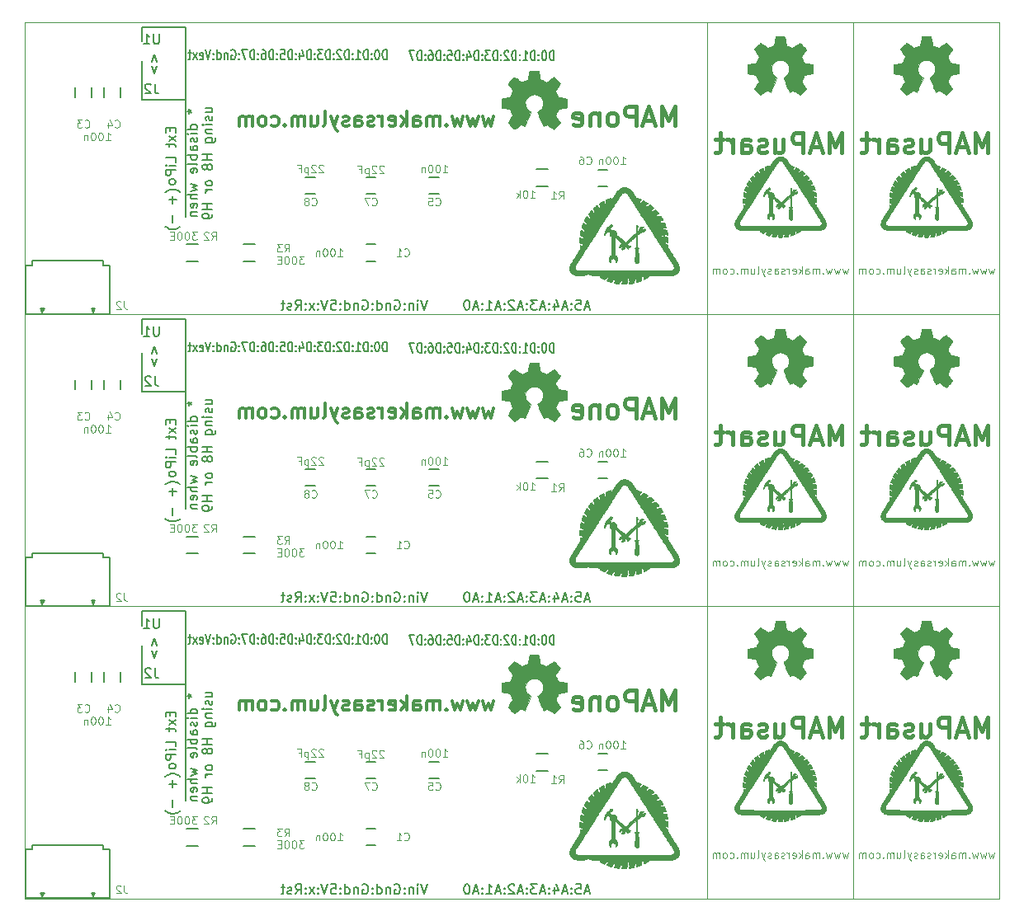
<source format=gbo>
G04 #@! TF.FileFunction,Legend,Bot*
%FSLAX46Y46*%
G04 Gerber Fmt 4.6, Leading zero omitted, Abs format (unit mm)*
G04 Created by KiCad (PCBNEW (2014-11-14 BZR 5284)-product) date Mon Dec  1 16:34:46 2014*
%MOMM*%
G01*
G04 APERTURE LIST*
%ADD10C,0.100000*%
%ADD11C,0.400000*%
%ADD12C,0.150000*%
%ADD13C,0.200000*%
%ADD14C,0.300000*%
%ADD15C,0.002540*%
%ADD16C,0.152400*%
%ADD17C,3.048000*%
%ADD18C,1.905000*%
%ADD19R,1.524000X1.524000*%
%ADD20C,1.524000*%
%ADD21C,1.676400*%
%ADD22C,1.778000*%
%ADD23R,1.778000X1.778000*%
%ADD24R,2.540000X2.540000*%
%ADD25C,2.540000*%
%ADD26R,1.500000X1.300000*%
%ADD27R,4.572000X3.048000*%
%ADD28O,4.572000X3.048000*%
%ADD29O,3.048000X4.572000*%
%ADD30O,1.727200X2.032000*%
%ADD31R,1.727200X2.032000*%
%ADD32R,1.676400X1.676400*%
%ADD33R,1.500000X1.250000*%
%ADD34R,1.250000X1.500000*%
%ADD35O,1.574800X2.286000*%
%ADD36R,1.574800X2.286000*%
%ADD37R,0.406400X1.371600*%
%ADD38R,1.600200X1.422400*%
%ADD39R,1.905000X1.905000*%
%ADD40C,1.501140*%
%ADD41R,1.501140X1.501140*%
%ADD42C,1.998980*%
%ADD43R,1.998980X1.998980*%
G04 APERTURE END LIST*
D10*
D11*
X128833334Y-103404762D02*
X128833334Y-101404762D01*
X128166667Y-102833333D01*
X127500000Y-101404762D01*
X127500000Y-103404762D01*
X126642858Y-102833333D02*
X125690477Y-102833333D01*
X126833334Y-103404762D02*
X126166667Y-101404762D01*
X125500000Y-103404762D01*
X124833334Y-103404762D02*
X124833334Y-101404762D01*
X124071429Y-101404762D01*
X123880953Y-101500000D01*
X123785714Y-101595238D01*
X123690476Y-101785714D01*
X123690476Y-102071429D01*
X123785714Y-102261905D01*
X123880953Y-102357143D01*
X124071429Y-102452381D01*
X124833334Y-102452381D01*
X121976191Y-102071429D02*
X121976191Y-103404762D01*
X122833334Y-102071429D02*
X122833334Y-103119048D01*
X122738095Y-103309524D01*
X122547619Y-103404762D01*
X122261905Y-103404762D01*
X122071429Y-103309524D01*
X121976191Y-103214286D01*
X121119048Y-103309524D02*
X120928571Y-103404762D01*
X120547619Y-103404762D01*
X120357143Y-103309524D01*
X120261905Y-103119048D01*
X120261905Y-103023810D01*
X120357143Y-102833333D01*
X120547619Y-102738095D01*
X120833333Y-102738095D01*
X121023810Y-102642857D01*
X121119048Y-102452381D01*
X121119048Y-102357143D01*
X121023810Y-102166667D01*
X120833333Y-102071429D01*
X120547619Y-102071429D01*
X120357143Y-102166667D01*
X118547619Y-103404762D02*
X118547619Y-102357143D01*
X118642857Y-102166667D01*
X118833333Y-102071429D01*
X119214285Y-102071429D01*
X119404762Y-102166667D01*
X118547619Y-103309524D02*
X118738095Y-103404762D01*
X119214285Y-103404762D01*
X119404762Y-103309524D01*
X119500000Y-103119048D01*
X119500000Y-102928571D01*
X119404762Y-102738095D01*
X119214285Y-102642857D01*
X118738095Y-102642857D01*
X118547619Y-102547619D01*
X117595238Y-103404762D02*
X117595238Y-102071429D01*
X117595238Y-102452381D02*
X117499999Y-102261905D01*
X117404761Y-102166667D01*
X117214285Y-102071429D01*
X117023809Y-102071429D01*
X116642857Y-102071429D02*
X115880952Y-102071429D01*
X116357143Y-101404762D02*
X116357143Y-103119048D01*
X116261904Y-103309524D01*
X116071428Y-103404762D01*
X115880952Y-103404762D01*
D10*
X129490476Y-115328571D02*
X129338095Y-115861905D01*
X129185714Y-115480952D01*
X129033333Y-115861905D01*
X128880952Y-115328571D01*
X128652381Y-115328571D02*
X128500000Y-115861905D01*
X128347619Y-115480952D01*
X128195238Y-115861905D01*
X128042857Y-115328571D01*
X127814286Y-115328571D02*
X127661905Y-115861905D01*
X127509524Y-115480952D01*
X127357143Y-115861905D01*
X127204762Y-115328571D01*
X126900001Y-115785714D02*
X126861906Y-115823810D01*
X126900001Y-115861905D01*
X126938096Y-115823810D01*
X126900001Y-115785714D01*
X126900001Y-115861905D01*
X126519049Y-115861905D02*
X126519049Y-115328571D01*
X126519049Y-115404762D02*
X126480954Y-115366667D01*
X126404763Y-115328571D01*
X126290477Y-115328571D01*
X126214287Y-115366667D01*
X126176192Y-115442857D01*
X126176192Y-115861905D01*
X126176192Y-115442857D02*
X126138096Y-115366667D01*
X126061906Y-115328571D01*
X125947620Y-115328571D01*
X125871430Y-115366667D01*
X125833335Y-115442857D01*
X125833335Y-115861905D01*
X125109525Y-115861905D02*
X125109525Y-115442857D01*
X125147620Y-115366667D01*
X125223810Y-115328571D01*
X125376191Y-115328571D01*
X125452382Y-115366667D01*
X125109525Y-115823810D02*
X125185715Y-115861905D01*
X125376191Y-115861905D01*
X125452382Y-115823810D01*
X125490477Y-115747619D01*
X125490477Y-115671429D01*
X125452382Y-115595238D01*
X125376191Y-115557143D01*
X125185715Y-115557143D01*
X125109525Y-115519048D01*
X124728572Y-115861905D02*
X124728572Y-115061905D01*
X124652381Y-115557143D02*
X124423810Y-115861905D01*
X124423810Y-115328571D02*
X124728572Y-115633333D01*
X123776191Y-115823810D02*
X123852381Y-115861905D01*
X124004762Y-115861905D01*
X124080953Y-115823810D01*
X124119048Y-115747619D01*
X124119048Y-115442857D01*
X124080953Y-115366667D01*
X124004762Y-115328571D01*
X123852381Y-115328571D01*
X123776191Y-115366667D01*
X123738096Y-115442857D01*
X123738096Y-115519048D01*
X124119048Y-115595238D01*
X123395239Y-115861905D02*
X123395239Y-115328571D01*
X123395239Y-115480952D02*
X123357144Y-115404762D01*
X123319048Y-115366667D01*
X123242858Y-115328571D01*
X123166667Y-115328571D01*
X122938096Y-115823810D02*
X122861906Y-115861905D01*
X122709525Y-115861905D01*
X122633334Y-115823810D01*
X122595239Y-115747619D01*
X122595239Y-115709524D01*
X122633334Y-115633333D01*
X122709525Y-115595238D01*
X122823810Y-115595238D01*
X122900001Y-115557143D01*
X122938096Y-115480952D01*
X122938096Y-115442857D01*
X122900001Y-115366667D01*
X122823810Y-115328571D01*
X122709525Y-115328571D01*
X122633334Y-115366667D01*
X121909525Y-115861905D02*
X121909525Y-115442857D01*
X121947620Y-115366667D01*
X122023810Y-115328571D01*
X122176191Y-115328571D01*
X122252382Y-115366667D01*
X121909525Y-115823810D02*
X121985715Y-115861905D01*
X122176191Y-115861905D01*
X122252382Y-115823810D01*
X122290477Y-115747619D01*
X122290477Y-115671429D01*
X122252382Y-115595238D01*
X122176191Y-115557143D01*
X121985715Y-115557143D01*
X121909525Y-115519048D01*
X121566667Y-115823810D02*
X121490477Y-115861905D01*
X121338096Y-115861905D01*
X121261905Y-115823810D01*
X121223810Y-115747619D01*
X121223810Y-115709524D01*
X121261905Y-115633333D01*
X121338096Y-115595238D01*
X121452381Y-115595238D01*
X121528572Y-115557143D01*
X121566667Y-115480952D01*
X121566667Y-115442857D01*
X121528572Y-115366667D01*
X121452381Y-115328571D01*
X121338096Y-115328571D01*
X121261905Y-115366667D01*
X120957143Y-115328571D02*
X120766667Y-115861905D01*
X120576191Y-115328571D02*
X120766667Y-115861905D01*
X120842858Y-116052381D01*
X120880953Y-116090476D01*
X120957143Y-116128571D01*
X120157143Y-115861905D02*
X120233334Y-115823810D01*
X120271429Y-115747619D01*
X120271429Y-115061905D01*
X119509524Y-115328571D02*
X119509524Y-115861905D01*
X119852381Y-115328571D02*
X119852381Y-115747619D01*
X119814286Y-115823810D01*
X119738095Y-115861905D01*
X119623809Y-115861905D01*
X119547619Y-115823810D01*
X119509524Y-115785714D01*
X119128571Y-115861905D02*
X119128571Y-115328571D01*
X119128571Y-115404762D02*
X119090476Y-115366667D01*
X119014285Y-115328571D01*
X118899999Y-115328571D01*
X118823809Y-115366667D01*
X118785714Y-115442857D01*
X118785714Y-115861905D01*
X118785714Y-115442857D02*
X118747618Y-115366667D01*
X118671428Y-115328571D01*
X118557142Y-115328571D01*
X118480952Y-115366667D01*
X118442857Y-115442857D01*
X118442857Y-115861905D01*
X118061904Y-115785714D02*
X118023809Y-115823810D01*
X118061904Y-115861905D01*
X118099999Y-115823810D01*
X118061904Y-115785714D01*
X118061904Y-115861905D01*
X117338095Y-115823810D02*
X117414285Y-115861905D01*
X117566666Y-115861905D01*
X117642857Y-115823810D01*
X117680952Y-115785714D01*
X117719047Y-115709524D01*
X117719047Y-115480952D01*
X117680952Y-115404762D01*
X117642857Y-115366667D01*
X117566666Y-115328571D01*
X117414285Y-115328571D01*
X117338095Y-115366667D01*
X116880952Y-115861905D02*
X116957143Y-115823810D01*
X116995238Y-115785714D01*
X117033333Y-115709524D01*
X117033333Y-115480952D01*
X116995238Y-115404762D01*
X116957143Y-115366667D01*
X116880952Y-115328571D01*
X116766666Y-115328571D01*
X116690476Y-115366667D01*
X116652381Y-115404762D01*
X116614285Y-115480952D01*
X116614285Y-115709524D01*
X116652381Y-115785714D01*
X116690476Y-115823810D01*
X116766666Y-115861905D01*
X116880952Y-115861905D01*
X116271428Y-115861905D02*
X116271428Y-115328571D01*
X116271428Y-115404762D02*
X116233333Y-115366667D01*
X116157142Y-115328571D01*
X116042856Y-115328571D01*
X115966666Y-115366667D01*
X115928571Y-115442857D01*
X115928571Y-115861905D01*
X115928571Y-115442857D02*
X115890475Y-115366667D01*
X115814285Y-115328571D01*
X115699999Y-115328571D01*
X115623809Y-115366667D01*
X115585714Y-115442857D01*
X115585714Y-115861905D01*
X115000000Y-120000000D02*
X115000000Y-90000000D01*
X115000000Y-90000000D02*
X130000000Y-90000000D01*
X130000000Y-90000000D02*
X130000000Y-120000000D01*
X130000000Y-120000000D02*
X115000000Y-120000000D01*
X115000000Y-120000000D02*
X100000000Y-120000000D01*
X115000000Y-90000000D02*
X115000000Y-120000000D01*
X100000000Y-90000000D02*
X115000000Y-90000000D01*
X100000000Y-120000000D02*
X100000000Y-90000000D01*
X30000000Y-120000000D02*
X30000000Y-90000000D01*
X100000000Y-120000000D02*
X30000000Y-120000000D01*
X100000000Y-90000000D02*
X100000000Y-120000000D01*
X30000000Y-90000000D02*
X100000000Y-90000000D01*
X114490476Y-115328571D02*
X114338095Y-115861905D01*
X114185714Y-115480952D01*
X114033333Y-115861905D01*
X113880952Y-115328571D01*
X113652381Y-115328571D02*
X113500000Y-115861905D01*
X113347619Y-115480952D01*
X113195238Y-115861905D01*
X113042857Y-115328571D01*
X112814286Y-115328571D02*
X112661905Y-115861905D01*
X112509524Y-115480952D01*
X112357143Y-115861905D01*
X112204762Y-115328571D01*
X111900001Y-115785714D02*
X111861906Y-115823810D01*
X111900001Y-115861905D01*
X111938096Y-115823810D01*
X111900001Y-115785714D01*
X111900001Y-115861905D01*
X111519049Y-115861905D02*
X111519049Y-115328571D01*
X111519049Y-115404762D02*
X111480954Y-115366667D01*
X111404763Y-115328571D01*
X111290477Y-115328571D01*
X111214287Y-115366667D01*
X111176192Y-115442857D01*
X111176192Y-115861905D01*
X111176192Y-115442857D02*
X111138096Y-115366667D01*
X111061906Y-115328571D01*
X110947620Y-115328571D01*
X110871430Y-115366667D01*
X110833335Y-115442857D01*
X110833335Y-115861905D01*
X110109525Y-115861905D02*
X110109525Y-115442857D01*
X110147620Y-115366667D01*
X110223810Y-115328571D01*
X110376191Y-115328571D01*
X110452382Y-115366667D01*
X110109525Y-115823810D02*
X110185715Y-115861905D01*
X110376191Y-115861905D01*
X110452382Y-115823810D01*
X110490477Y-115747619D01*
X110490477Y-115671429D01*
X110452382Y-115595238D01*
X110376191Y-115557143D01*
X110185715Y-115557143D01*
X110109525Y-115519048D01*
X109728572Y-115861905D02*
X109728572Y-115061905D01*
X109652381Y-115557143D02*
X109423810Y-115861905D01*
X109423810Y-115328571D02*
X109728572Y-115633333D01*
X108776191Y-115823810D02*
X108852381Y-115861905D01*
X109004762Y-115861905D01*
X109080953Y-115823810D01*
X109119048Y-115747619D01*
X109119048Y-115442857D01*
X109080953Y-115366667D01*
X109004762Y-115328571D01*
X108852381Y-115328571D01*
X108776191Y-115366667D01*
X108738096Y-115442857D01*
X108738096Y-115519048D01*
X109119048Y-115595238D01*
X108395239Y-115861905D02*
X108395239Y-115328571D01*
X108395239Y-115480952D02*
X108357144Y-115404762D01*
X108319048Y-115366667D01*
X108242858Y-115328571D01*
X108166667Y-115328571D01*
X107938096Y-115823810D02*
X107861906Y-115861905D01*
X107709525Y-115861905D01*
X107633334Y-115823810D01*
X107595239Y-115747619D01*
X107595239Y-115709524D01*
X107633334Y-115633333D01*
X107709525Y-115595238D01*
X107823810Y-115595238D01*
X107900001Y-115557143D01*
X107938096Y-115480952D01*
X107938096Y-115442857D01*
X107900001Y-115366667D01*
X107823810Y-115328571D01*
X107709525Y-115328571D01*
X107633334Y-115366667D01*
X106909525Y-115861905D02*
X106909525Y-115442857D01*
X106947620Y-115366667D01*
X107023810Y-115328571D01*
X107176191Y-115328571D01*
X107252382Y-115366667D01*
X106909525Y-115823810D02*
X106985715Y-115861905D01*
X107176191Y-115861905D01*
X107252382Y-115823810D01*
X107290477Y-115747619D01*
X107290477Y-115671429D01*
X107252382Y-115595238D01*
X107176191Y-115557143D01*
X106985715Y-115557143D01*
X106909525Y-115519048D01*
X106566667Y-115823810D02*
X106490477Y-115861905D01*
X106338096Y-115861905D01*
X106261905Y-115823810D01*
X106223810Y-115747619D01*
X106223810Y-115709524D01*
X106261905Y-115633333D01*
X106338096Y-115595238D01*
X106452381Y-115595238D01*
X106528572Y-115557143D01*
X106566667Y-115480952D01*
X106566667Y-115442857D01*
X106528572Y-115366667D01*
X106452381Y-115328571D01*
X106338096Y-115328571D01*
X106261905Y-115366667D01*
X105957143Y-115328571D02*
X105766667Y-115861905D01*
X105576191Y-115328571D02*
X105766667Y-115861905D01*
X105842858Y-116052381D01*
X105880953Y-116090476D01*
X105957143Y-116128571D01*
X105157143Y-115861905D02*
X105233334Y-115823810D01*
X105271429Y-115747619D01*
X105271429Y-115061905D01*
X104509524Y-115328571D02*
X104509524Y-115861905D01*
X104852381Y-115328571D02*
X104852381Y-115747619D01*
X104814286Y-115823810D01*
X104738095Y-115861905D01*
X104623809Y-115861905D01*
X104547619Y-115823810D01*
X104509524Y-115785714D01*
X104128571Y-115861905D02*
X104128571Y-115328571D01*
X104128571Y-115404762D02*
X104090476Y-115366667D01*
X104014285Y-115328571D01*
X103899999Y-115328571D01*
X103823809Y-115366667D01*
X103785714Y-115442857D01*
X103785714Y-115861905D01*
X103785714Y-115442857D02*
X103747618Y-115366667D01*
X103671428Y-115328571D01*
X103557142Y-115328571D01*
X103480952Y-115366667D01*
X103442857Y-115442857D01*
X103442857Y-115861905D01*
X103061904Y-115785714D02*
X103023809Y-115823810D01*
X103061904Y-115861905D01*
X103099999Y-115823810D01*
X103061904Y-115785714D01*
X103061904Y-115861905D01*
X102338095Y-115823810D02*
X102414285Y-115861905D01*
X102566666Y-115861905D01*
X102642857Y-115823810D01*
X102680952Y-115785714D01*
X102719047Y-115709524D01*
X102719047Y-115480952D01*
X102680952Y-115404762D01*
X102642857Y-115366667D01*
X102566666Y-115328571D01*
X102414285Y-115328571D01*
X102338095Y-115366667D01*
X101880952Y-115861905D02*
X101957143Y-115823810D01*
X101995238Y-115785714D01*
X102033333Y-115709524D01*
X102033333Y-115480952D01*
X101995238Y-115404762D01*
X101957143Y-115366667D01*
X101880952Y-115328571D01*
X101766666Y-115328571D01*
X101690476Y-115366667D01*
X101652381Y-115404762D01*
X101614285Y-115480952D01*
X101614285Y-115709524D01*
X101652381Y-115785714D01*
X101690476Y-115823810D01*
X101766666Y-115861905D01*
X101880952Y-115861905D01*
X101271428Y-115861905D02*
X101271428Y-115328571D01*
X101271428Y-115404762D02*
X101233333Y-115366667D01*
X101157142Y-115328571D01*
X101042856Y-115328571D01*
X100966666Y-115366667D01*
X100928571Y-115442857D01*
X100928571Y-115861905D01*
X100928571Y-115442857D02*
X100890475Y-115366667D01*
X100814285Y-115328571D01*
X100699999Y-115328571D01*
X100623809Y-115366667D01*
X100585714Y-115442857D01*
X100585714Y-115861905D01*
D11*
X113833334Y-103404762D02*
X113833334Y-101404762D01*
X113166667Y-102833333D01*
X112500000Y-101404762D01*
X112500000Y-103404762D01*
X111642858Y-102833333D02*
X110690477Y-102833333D01*
X111833334Y-103404762D02*
X111166667Y-101404762D01*
X110500000Y-103404762D01*
X109833334Y-103404762D02*
X109833334Y-101404762D01*
X109071429Y-101404762D01*
X108880953Y-101500000D01*
X108785714Y-101595238D01*
X108690476Y-101785714D01*
X108690476Y-102071429D01*
X108785714Y-102261905D01*
X108880953Y-102357143D01*
X109071429Y-102452381D01*
X109833334Y-102452381D01*
X106976191Y-102071429D02*
X106976191Y-103404762D01*
X107833334Y-102071429D02*
X107833334Y-103119048D01*
X107738095Y-103309524D01*
X107547619Y-103404762D01*
X107261905Y-103404762D01*
X107071429Y-103309524D01*
X106976191Y-103214286D01*
X106119048Y-103309524D02*
X105928571Y-103404762D01*
X105547619Y-103404762D01*
X105357143Y-103309524D01*
X105261905Y-103119048D01*
X105261905Y-103023810D01*
X105357143Y-102833333D01*
X105547619Y-102738095D01*
X105833333Y-102738095D01*
X106023810Y-102642857D01*
X106119048Y-102452381D01*
X106119048Y-102357143D01*
X106023810Y-102166667D01*
X105833333Y-102071429D01*
X105547619Y-102071429D01*
X105357143Y-102166667D01*
X103547619Y-103404762D02*
X103547619Y-102357143D01*
X103642857Y-102166667D01*
X103833333Y-102071429D01*
X104214285Y-102071429D01*
X104404762Y-102166667D01*
X103547619Y-103309524D02*
X103738095Y-103404762D01*
X104214285Y-103404762D01*
X104404762Y-103309524D01*
X104500000Y-103119048D01*
X104500000Y-102928571D01*
X104404762Y-102738095D01*
X104214285Y-102642857D01*
X103738095Y-102642857D01*
X103547619Y-102547619D01*
X102595238Y-103404762D02*
X102595238Y-102071429D01*
X102595238Y-102452381D02*
X102499999Y-102261905D01*
X102404761Y-102166667D01*
X102214285Y-102071429D01*
X102023809Y-102071429D01*
X101642857Y-102071429D02*
X100880952Y-102071429D01*
X101357143Y-101404762D02*
X101357143Y-103119048D01*
X101261904Y-103309524D01*
X101071428Y-103404762D01*
X100880952Y-103404762D01*
D12*
X44928571Y-100869047D02*
X44928571Y-101202381D01*
X45452381Y-101345238D02*
X45452381Y-100869047D01*
X44452381Y-100869047D01*
X44452381Y-101345238D01*
X45452381Y-101678571D02*
X44785714Y-102202381D01*
X44785714Y-101678571D02*
X45452381Y-102202381D01*
X44785714Y-102440476D02*
X44785714Y-102821428D01*
X44452381Y-102583333D02*
X45309524Y-102583333D01*
X45404762Y-102630952D01*
X45452381Y-102726190D01*
X45452381Y-102821428D01*
X45452381Y-104392858D02*
X45452381Y-103916667D01*
X44452381Y-103916667D01*
X45452381Y-104726191D02*
X44785714Y-104726191D01*
X44452381Y-104726191D02*
X44500000Y-104678572D01*
X44547619Y-104726191D01*
X44500000Y-104773810D01*
X44452381Y-104726191D01*
X44547619Y-104726191D01*
X45452381Y-105202381D02*
X44452381Y-105202381D01*
X44452381Y-105583334D01*
X44500000Y-105678572D01*
X44547619Y-105726191D01*
X44642857Y-105773810D01*
X44785714Y-105773810D01*
X44880952Y-105726191D01*
X44928571Y-105678572D01*
X44976190Y-105583334D01*
X44976190Y-105202381D01*
X45452381Y-106345238D02*
X45404762Y-106250000D01*
X45357143Y-106202381D01*
X45261905Y-106154762D01*
X44976190Y-106154762D01*
X44880952Y-106202381D01*
X44833333Y-106250000D01*
X44785714Y-106345238D01*
X44785714Y-106488096D01*
X44833333Y-106583334D01*
X44880952Y-106630953D01*
X44976190Y-106678572D01*
X45261905Y-106678572D01*
X45357143Y-106630953D01*
X45404762Y-106583334D01*
X45452381Y-106488096D01*
X45452381Y-106345238D01*
X44416667Y-111011904D02*
X44464286Y-111059524D01*
X44607143Y-111154762D01*
X44702381Y-111202381D01*
X44845238Y-111250000D01*
X45083333Y-111297619D01*
X45273810Y-111297619D01*
X45511905Y-111250000D01*
X45654762Y-111202381D01*
X45750000Y-111154762D01*
X45892857Y-111059524D01*
X45940476Y-111011904D01*
X45178571Y-110630952D02*
X45178571Y-109869047D01*
X45178571Y-108630952D02*
X45178571Y-107869047D01*
X44797619Y-108249999D02*
X45559524Y-108249999D01*
X44416667Y-107488095D02*
X44464286Y-107440476D01*
X44607143Y-107345238D01*
X44702381Y-107297619D01*
X44845238Y-107250000D01*
X45083333Y-107202381D01*
X45273810Y-107202381D01*
X45511905Y-107250000D01*
X45654762Y-107297619D01*
X45750000Y-107345238D01*
X45892857Y-107440476D01*
X45940476Y-107488095D01*
D13*
X46500000Y-98000000D02*
X46500000Y-110000000D01*
D12*
X46677381Y-99190475D02*
X46915476Y-99190475D01*
X46820238Y-98952380D02*
X46915476Y-99190475D01*
X46820238Y-99428571D01*
X47105952Y-99047618D02*
X46915476Y-99190475D01*
X47105952Y-99333333D01*
X47677381Y-101000000D02*
X46677381Y-101000000D01*
X47629762Y-101000000D02*
X47677381Y-100904762D01*
X47677381Y-100714285D01*
X47629762Y-100619047D01*
X47582143Y-100571428D01*
X47486905Y-100523809D01*
X47201190Y-100523809D01*
X47105952Y-100571428D01*
X47058333Y-100619047D01*
X47010714Y-100714285D01*
X47010714Y-100904762D01*
X47058333Y-101000000D01*
X47677381Y-101476190D02*
X47010714Y-101476190D01*
X46677381Y-101476190D02*
X46725000Y-101428571D01*
X46772619Y-101476190D01*
X46725000Y-101523809D01*
X46677381Y-101476190D01*
X46772619Y-101476190D01*
X47629762Y-101904761D02*
X47677381Y-101999999D01*
X47677381Y-102190475D01*
X47629762Y-102285714D01*
X47534524Y-102333333D01*
X47486905Y-102333333D01*
X47391667Y-102285714D01*
X47344048Y-102190475D01*
X47344048Y-102047618D01*
X47296429Y-101952380D01*
X47201190Y-101904761D01*
X47153571Y-101904761D01*
X47058333Y-101952380D01*
X47010714Y-102047618D01*
X47010714Y-102190475D01*
X47058333Y-102285714D01*
X47677381Y-103190476D02*
X47153571Y-103190476D01*
X47058333Y-103142857D01*
X47010714Y-103047619D01*
X47010714Y-102857142D01*
X47058333Y-102761904D01*
X47629762Y-103190476D02*
X47677381Y-103095238D01*
X47677381Y-102857142D01*
X47629762Y-102761904D01*
X47534524Y-102714285D01*
X47439286Y-102714285D01*
X47344048Y-102761904D01*
X47296429Y-102857142D01*
X47296429Y-103095238D01*
X47248810Y-103190476D01*
X47677381Y-103666666D02*
X46677381Y-103666666D01*
X47058333Y-103666666D02*
X47010714Y-103761904D01*
X47010714Y-103952381D01*
X47058333Y-104047619D01*
X47105952Y-104095238D01*
X47201190Y-104142857D01*
X47486905Y-104142857D01*
X47582143Y-104095238D01*
X47629762Y-104047619D01*
X47677381Y-103952381D01*
X47677381Y-103761904D01*
X47629762Y-103666666D01*
X47677381Y-104714285D02*
X47629762Y-104619047D01*
X47534524Y-104571428D01*
X46677381Y-104571428D01*
X47629762Y-105476191D02*
X47677381Y-105380953D01*
X47677381Y-105190476D01*
X47629762Y-105095238D01*
X47534524Y-105047619D01*
X47153571Y-105047619D01*
X47058333Y-105095238D01*
X47010714Y-105190476D01*
X47010714Y-105380953D01*
X47058333Y-105476191D01*
X47153571Y-105523810D01*
X47248810Y-105523810D01*
X47344048Y-105047619D01*
X47010714Y-106619048D02*
X47677381Y-106809524D01*
X47201190Y-107000001D01*
X47677381Y-107190477D01*
X47010714Y-107380953D01*
X47677381Y-107761905D02*
X46677381Y-107761905D01*
X47677381Y-108190477D02*
X47153571Y-108190477D01*
X47058333Y-108142858D01*
X47010714Y-108047620D01*
X47010714Y-107904762D01*
X47058333Y-107809524D01*
X47105952Y-107761905D01*
X47629762Y-109047620D02*
X47677381Y-108952382D01*
X47677381Y-108761905D01*
X47629762Y-108666667D01*
X47534524Y-108619048D01*
X47153571Y-108619048D01*
X47058333Y-108666667D01*
X47010714Y-108761905D01*
X47010714Y-108952382D01*
X47058333Y-109047620D01*
X47153571Y-109095239D01*
X47248810Y-109095239D01*
X47344048Y-108619048D01*
X47010714Y-109523810D02*
X47677381Y-109523810D01*
X47105952Y-109523810D02*
X47058333Y-109571429D01*
X47010714Y-109666667D01*
X47010714Y-109809525D01*
X47058333Y-109904763D01*
X47153571Y-109952382D01*
X47677381Y-109952382D01*
X48560714Y-99261905D02*
X49227381Y-99261905D01*
X48560714Y-98833333D02*
X49084524Y-98833333D01*
X49179762Y-98880952D01*
X49227381Y-98976190D01*
X49227381Y-99119048D01*
X49179762Y-99214286D01*
X49132143Y-99261905D01*
X49179762Y-99690476D02*
X49227381Y-99785714D01*
X49227381Y-99976190D01*
X49179762Y-100071429D01*
X49084524Y-100119048D01*
X49036905Y-100119048D01*
X48941667Y-100071429D01*
X48894048Y-99976190D01*
X48894048Y-99833333D01*
X48846429Y-99738095D01*
X48751190Y-99690476D01*
X48703571Y-99690476D01*
X48608333Y-99738095D01*
X48560714Y-99833333D01*
X48560714Y-99976190D01*
X48608333Y-100071429D01*
X49227381Y-100547619D02*
X48560714Y-100547619D01*
X48227381Y-100547619D02*
X48275000Y-100500000D01*
X48322619Y-100547619D01*
X48275000Y-100595238D01*
X48227381Y-100547619D01*
X48322619Y-100547619D01*
X48560714Y-101023809D02*
X49227381Y-101023809D01*
X48655952Y-101023809D02*
X48608333Y-101071428D01*
X48560714Y-101166666D01*
X48560714Y-101309524D01*
X48608333Y-101404762D01*
X48703571Y-101452381D01*
X49227381Y-101452381D01*
X48560714Y-102357143D02*
X49370238Y-102357143D01*
X49465476Y-102309524D01*
X49513095Y-102261905D01*
X49560714Y-102166666D01*
X49560714Y-102023809D01*
X49513095Y-101928571D01*
X49179762Y-102357143D02*
X49227381Y-102261905D01*
X49227381Y-102071428D01*
X49179762Y-101976190D01*
X49132143Y-101928571D01*
X49036905Y-101880952D01*
X48751190Y-101880952D01*
X48655952Y-101928571D01*
X48608333Y-101976190D01*
X48560714Y-102071428D01*
X48560714Y-102261905D01*
X48608333Y-102357143D01*
X49227381Y-103595238D02*
X48227381Y-103595238D01*
X48703571Y-103595238D02*
X48703571Y-104166667D01*
X49227381Y-104166667D02*
X48227381Y-104166667D01*
X48655952Y-104785714D02*
X48608333Y-104690476D01*
X48560714Y-104642857D01*
X48465476Y-104595238D01*
X48417857Y-104595238D01*
X48322619Y-104642857D01*
X48275000Y-104690476D01*
X48227381Y-104785714D01*
X48227381Y-104976191D01*
X48275000Y-105071429D01*
X48322619Y-105119048D01*
X48417857Y-105166667D01*
X48465476Y-105166667D01*
X48560714Y-105119048D01*
X48608333Y-105071429D01*
X48655952Y-104976191D01*
X48655952Y-104785714D01*
X48703571Y-104690476D01*
X48751190Y-104642857D01*
X48846429Y-104595238D01*
X49036905Y-104595238D01*
X49132143Y-104642857D01*
X49179762Y-104690476D01*
X49227381Y-104785714D01*
X49227381Y-104976191D01*
X49179762Y-105071429D01*
X49132143Y-105119048D01*
X49036905Y-105166667D01*
X48846429Y-105166667D01*
X48751190Y-105119048D01*
X48703571Y-105071429D01*
X48655952Y-104976191D01*
X49227381Y-106500000D02*
X49179762Y-106404762D01*
X49132143Y-106357143D01*
X49036905Y-106309524D01*
X48751190Y-106309524D01*
X48655952Y-106357143D01*
X48608333Y-106404762D01*
X48560714Y-106500000D01*
X48560714Y-106642858D01*
X48608333Y-106738096D01*
X48655952Y-106785715D01*
X48751190Y-106833334D01*
X49036905Y-106833334D01*
X49132143Y-106785715D01*
X49179762Y-106738096D01*
X49227381Y-106642858D01*
X49227381Y-106500000D01*
X49227381Y-107261905D02*
X48560714Y-107261905D01*
X48751190Y-107261905D02*
X48655952Y-107309524D01*
X48608333Y-107357143D01*
X48560714Y-107452381D01*
X48560714Y-107547620D01*
X49227381Y-108642858D02*
X48227381Y-108642858D01*
X48703571Y-108642858D02*
X48703571Y-109214287D01*
X49227381Y-109214287D02*
X48227381Y-109214287D01*
X49227381Y-109738096D02*
X49227381Y-109928572D01*
X49179762Y-110023811D01*
X49132143Y-110071430D01*
X48989286Y-110166668D01*
X48798810Y-110214287D01*
X48417857Y-110214287D01*
X48322619Y-110166668D01*
X48275000Y-110119049D01*
X48227381Y-110023811D01*
X48227381Y-109833334D01*
X48275000Y-109738096D01*
X48322619Y-109690477D01*
X48417857Y-109642858D01*
X48655952Y-109642858D01*
X48751190Y-109690477D01*
X48798810Y-109738096D01*
X48846429Y-109833334D01*
X48846429Y-110023811D01*
X48798810Y-110119049D01*
X48751190Y-110166668D01*
X48655952Y-110214287D01*
D13*
X42000000Y-90500000D02*
X42000000Y-92000000D01*
X42000000Y-98000000D02*
X42000000Y-94000000D01*
X46500000Y-98000000D02*
X42000000Y-98000000D01*
X46500000Y-90500000D02*
X46500000Y-98000000D01*
X42000000Y-90500000D02*
X46500000Y-90500000D01*
D14*
X78107143Y-99678571D02*
X77821429Y-100678571D01*
X77535715Y-99964286D01*
X77250000Y-100678571D01*
X76964286Y-99678571D01*
X76535714Y-99678571D02*
X76250000Y-100678571D01*
X75964286Y-99964286D01*
X75678571Y-100678571D01*
X75392857Y-99678571D01*
X74964285Y-99678571D02*
X74678571Y-100678571D01*
X74392857Y-99964286D01*
X74107142Y-100678571D01*
X73821428Y-99678571D01*
X73249999Y-100535714D02*
X73178571Y-100607143D01*
X73249999Y-100678571D01*
X73321428Y-100607143D01*
X73249999Y-100535714D01*
X73249999Y-100678571D01*
X72535713Y-100678571D02*
X72535713Y-99678571D01*
X72535713Y-99821429D02*
X72464285Y-99750000D01*
X72321427Y-99678571D01*
X72107142Y-99678571D01*
X71964285Y-99750000D01*
X71892856Y-99892857D01*
X71892856Y-100678571D01*
X71892856Y-99892857D02*
X71821427Y-99750000D01*
X71678570Y-99678571D01*
X71464285Y-99678571D01*
X71321427Y-99750000D01*
X71249999Y-99892857D01*
X71249999Y-100678571D01*
X69892856Y-100678571D02*
X69892856Y-99892857D01*
X69964285Y-99750000D01*
X70107142Y-99678571D01*
X70392856Y-99678571D01*
X70535713Y-99750000D01*
X69892856Y-100607143D02*
X70035713Y-100678571D01*
X70392856Y-100678571D01*
X70535713Y-100607143D01*
X70607142Y-100464286D01*
X70607142Y-100321429D01*
X70535713Y-100178571D01*
X70392856Y-100107143D01*
X70035713Y-100107143D01*
X69892856Y-100035714D01*
X69178570Y-100678571D02*
X69178570Y-99178571D01*
X69035713Y-100107143D02*
X68607142Y-100678571D01*
X68607142Y-99678571D02*
X69178570Y-100250000D01*
X67392856Y-100607143D02*
X67535713Y-100678571D01*
X67821427Y-100678571D01*
X67964284Y-100607143D01*
X68035713Y-100464286D01*
X68035713Y-99892857D01*
X67964284Y-99750000D01*
X67821427Y-99678571D01*
X67535713Y-99678571D01*
X67392856Y-99750000D01*
X67321427Y-99892857D01*
X67321427Y-100035714D01*
X68035713Y-100178571D01*
X66678570Y-100678571D02*
X66678570Y-99678571D01*
X66678570Y-99964286D02*
X66607142Y-99821429D01*
X66535713Y-99750000D01*
X66392856Y-99678571D01*
X66249999Y-99678571D01*
X65821428Y-100607143D02*
X65678571Y-100678571D01*
X65392856Y-100678571D01*
X65249999Y-100607143D01*
X65178571Y-100464286D01*
X65178571Y-100392857D01*
X65249999Y-100250000D01*
X65392856Y-100178571D01*
X65607142Y-100178571D01*
X65749999Y-100107143D01*
X65821428Y-99964286D01*
X65821428Y-99892857D01*
X65749999Y-99750000D01*
X65607142Y-99678571D01*
X65392856Y-99678571D01*
X65249999Y-99750000D01*
X63892856Y-100678571D02*
X63892856Y-99892857D01*
X63964285Y-99750000D01*
X64107142Y-99678571D01*
X64392856Y-99678571D01*
X64535713Y-99750000D01*
X63892856Y-100607143D02*
X64035713Y-100678571D01*
X64392856Y-100678571D01*
X64535713Y-100607143D01*
X64607142Y-100464286D01*
X64607142Y-100321429D01*
X64535713Y-100178571D01*
X64392856Y-100107143D01*
X64035713Y-100107143D01*
X63892856Y-100035714D01*
X63249999Y-100607143D02*
X63107142Y-100678571D01*
X62821427Y-100678571D01*
X62678570Y-100607143D01*
X62607142Y-100464286D01*
X62607142Y-100392857D01*
X62678570Y-100250000D01*
X62821427Y-100178571D01*
X63035713Y-100178571D01*
X63178570Y-100107143D01*
X63249999Y-99964286D01*
X63249999Y-99892857D01*
X63178570Y-99750000D01*
X63035713Y-99678571D01*
X62821427Y-99678571D01*
X62678570Y-99750000D01*
X62107141Y-99678571D02*
X61749998Y-100678571D01*
X61392856Y-99678571D02*
X61749998Y-100678571D01*
X61892856Y-101035714D01*
X61964284Y-101107143D01*
X62107141Y-101178571D01*
X60607141Y-100678571D02*
X60749999Y-100607143D01*
X60821427Y-100464286D01*
X60821427Y-99178571D01*
X59392856Y-99678571D02*
X59392856Y-100678571D01*
X60035713Y-99678571D02*
X60035713Y-100464286D01*
X59964285Y-100607143D01*
X59821427Y-100678571D01*
X59607142Y-100678571D01*
X59464285Y-100607143D01*
X59392856Y-100535714D01*
X58678570Y-100678571D02*
X58678570Y-99678571D01*
X58678570Y-99821429D02*
X58607142Y-99750000D01*
X58464284Y-99678571D01*
X58249999Y-99678571D01*
X58107142Y-99750000D01*
X58035713Y-99892857D01*
X58035713Y-100678571D01*
X58035713Y-99892857D02*
X57964284Y-99750000D01*
X57821427Y-99678571D01*
X57607142Y-99678571D01*
X57464284Y-99750000D01*
X57392856Y-99892857D01*
X57392856Y-100678571D01*
X56678570Y-100535714D02*
X56607142Y-100607143D01*
X56678570Y-100678571D01*
X56749999Y-100607143D01*
X56678570Y-100535714D01*
X56678570Y-100678571D01*
X55321427Y-100607143D02*
X55464284Y-100678571D01*
X55749998Y-100678571D01*
X55892856Y-100607143D01*
X55964284Y-100535714D01*
X56035713Y-100392857D01*
X56035713Y-99964286D01*
X55964284Y-99821429D01*
X55892856Y-99750000D01*
X55749998Y-99678571D01*
X55464284Y-99678571D01*
X55321427Y-99750000D01*
X54464284Y-100678571D02*
X54607142Y-100607143D01*
X54678570Y-100535714D01*
X54749999Y-100392857D01*
X54749999Y-99964286D01*
X54678570Y-99821429D01*
X54607142Y-99750000D01*
X54464284Y-99678571D01*
X54249999Y-99678571D01*
X54107142Y-99750000D01*
X54035713Y-99821429D01*
X53964284Y-99964286D01*
X53964284Y-100392857D01*
X54035713Y-100535714D01*
X54107142Y-100607143D01*
X54249999Y-100678571D01*
X54464284Y-100678571D01*
X53321427Y-100678571D02*
X53321427Y-99678571D01*
X53321427Y-99821429D02*
X53249999Y-99750000D01*
X53107141Y-99678571D01*
X52892856Y-99678571D01*
X52749999Y-99750000D01*
X52678570Y-99892857D01*
X52678570Y-100678571D01*
X52678570Y-99892857D02*
X52607141Y-99750000D01*
X52464284Y-99678571D01*
X52249999Y-99678571D01*
X52107141Y-99750000D01*
X52035713Y-99892857D01*
X52035713Y-100678571D01*
D11*
X96690477Y-100654762D02*
X96690477Y-98654762D01*
X96023810Y-100083333D01*
X95357143Y-98654762D01*
X95357143Y-100654762D01*
X94500001Y-100083333D02*
X93547620Y-100083333D01*
X94690477Y-100654762D02*
X94023810Y-98654762D01*
X93357143Y-100654762D01*
X92690477Y-100654762D02*
X92690477Y-98654762D01*
X91928572Y-98654762D01*
X91738096Y-98750000D01*
X91642857Y-98845238D01*
X91547619Y-99035714D01*
X91547619Y-99321429D01*
X91642857Y-99511905D01*
X91738096Y-99607143D01*
X91928572Y-99702381D01*
X92690477Y-99702381D01*
X90404762Y-100654762D02*
X90595238Y-100559524D01*
X90690477Y-100464286D01*
X90785715Y-100273810D01*
X90785715Y-99702381D01*
X90690477Y-99511905D01*
X90595238Y-99416667D01*
X90404762Y-99321429D01*
X90119048Y-99321429D01*
X89928572Y-99416667D01*
X89833334Y-99511905D01*
X89738096Y-99702381D01*
X89738096Y-100273810D01*
X89833334Y-100464286D01*
X89928572Y-100559524D01*
X90119048Y-100654762D01*
X90404762Y-100654762D01*
X88880953Y-99321429D02*
X88880953Y-100654762D01*
X88880953Y-99511905D02*
X88785714Y-99416667D01*
X88595238Y-99321429D01*
X88309524Y-99321429D01*
X88119048Y-99416667D01*
X88023810Y-99607143D01*
X88023810Y-100654762D01*
X86309524Y-100559524D02*
X86500000Y-100654762D01*
X86880952Y-100654762D01*
X87071429Y-100559524D01*
X87166667Y-100369048D01*
X87166667Y-99607143D01*
X87071429Y-99416667D01*
X86880952Y-99321429D01*
X86500000Y-99321429D01*
X86309524Y-99416667D01*
X86214286Y-99607143D01*
X86214286Y-99797619D01*
X87166667Y-99988095D01*
D12*
X67133333Y-93852381D02*
X67133333Y-92852381D01*
X66942857Y-92852381D01*
X66828571Y-92900000D01*
X66752380Y-92995238D01*
X66714285Y-93090476D01*
X66676190Y-93280952D01*
X66676190Y-93423810D01*
X66714285Y-93614286D01*
X66752380Y-93709524D01*
X66828571Y-93804762D01*
X66942857Y-93852381D01*
X67133333Y-93852381D01*
X66180952Y-92852381D02*
X66104761Y-92852381D01*
X66028571Y-92900000D01*
X65990476Y-92947619D01*
X65952380Y-93042857D01*
X65914285Y-93233333D01*
X65914285Y-93471429D01*
X65952380Y-93661905D01*
X65990476Y-93757143D01*
X66028571Y-93804762D01*
X66104761Y-93852381D01*
X66180952Y-93852381D01*
X66257142Y-93804762D01*
X66295238Y-93757143D01*
X66333333Y-93661905D01*
X66371428Y-93471429D01*
X66371428Y-93233333D01*
X66333333Y-93042857D01*
X66295238Y-92947619D01*
X66257142Y-92900000D01*
X66180952Y-92852381D01*
X65571428Y-93757143D02*
X65533333Y-93804762D01*
X65571428Y-93852381D01*
X65609523Y-93804762D01*
X65571428Y-93757143D01*
X65571428Y-93852381D01*
X65571428Y-93233333D02*
X65533333Y-93280952D01*
X65571428Y-93328571D01*
X65609523Y-93280952D01*
X65571428Y-93233333D01*
X65571428Y-93328571D01*
X65190476Y-93852381D02*
X65190476Y-92852381D01*
X65000000Y-92852381D01*
X64885714Y-92900000D01*
X64809523Y-92995238D01*
X64771428Y-93090476D01*
X64733333Y-93280952D01*
X64733333Y-93423810D01*
X64771428Y-93614286D01*
X64809523Y-93709524D01*
X64885714Y-93804762D01*
X65000000Y-93852381D01*
X65190476Y-93852381D01*
X63971428Y-93852381D02*
X64428571Y-93852381D01*
X64200000Y-93852381D02*
X64200000Y-92852381D01*
X64276190Y-92995238D01*
X64352381Y-93090476D01*
X64428571Y-93138095D01*
X63628571Y-93757143D02*
X63590476Y-93804762D01*
X63628571Y-93852381D01*
X63666666Y-93804762D01*
X63628571Y-93757143D01*
X63628571Y-93852381D01*
X63628571Y-93233333D02*
X63590476Y-93280952D01*
X63628571Y-93328571D01*
X63666666Y-93280952D01*
X63628571Y-93233333D01*
X63628571Y-93328571D01*
X63247619Y-93852381D02*
X63247619Y-92852381D01*
X63057143Y-92852381D01*
X62942857Y-92900000D01*
X62866666Y-92995238D01*
X62828571Y-93090476D01*
X62790476Y-93280952D01*
X62790476Y-93423810D01*
X62828571Y-93614286D01*
X62866666Y-93709524D01*
X62942857Y-93804762D01*
X63057143Y-93852381D01*
X63247619Y-93852381D01*
X62485714Y-92947619D02*
X62447619Y-92900000D01*
X62371428Y-92852381D01*
X62180952Y-92852381D01*
X62104762Y-92900000D01*
X62066666Y-92947619D01*
X62028571Y-93042857D01*
X62028571Y-93138095D01*
X62066666Y-93280952D01*
X62523809Y-93852381D01*
X62028571Y-93852381D01*
X61685714Y-93757143D02*
X61647619Y-93804762D01*
X61685714Y-93852381D01*
X61723809Y-93804762D01*
X61685714Y-93757143D01*
X61685714Y-93852381D01*
X61685714Y-93233333D02*
X61647619Y-93280952D01*
X61685714Y-93328571D01*
X61723809Y-93280952D01*
X61685714Y-93233333D01*
X61685714Y-93328571D01*
X61304762Y-93852381D02*
X61304762Y-92852381D01*
X61114286Y-92852381D01*
X61000000Y-92900000D01*
X60923809Y-92995238D01*
X60885714Y-93090476D01*
X60847619Y-93280952D01*
X60847619Y-93423810D01*
X60885714Y-93614286D01*
X60923809Y-93709524D01*
X61000000Y-93804762D01*
X61114286Y-93852381D01*
X61304762Y-93852381D01*
X60580952Y-92852381D02*
X60085714Y-92852381D01*
X60352381Y-93233333D01*
X60238095Y-93233333D01*
X60161905Y-93280952D01*
X60123809Y-93328571D01*
X60085714Y-93423810D01*
X60085714Y-93661905D01*
X60123809Y-93757143D01*
X60161905Y-93804762D01*
X60238095Y-93852381D01*
X60466667Y-93852381D01*
X60542857Y-93804762D01*
X60580952Y-93757143D01*
X59742857Y-93757143D02*
X59704762Y-93804762D01*
X59742857Y-93852381D01*
X59780952Y-93804762D01*
X59742857Y-93757143D01*
X59742857Y-93852381D01*
X59742857Y-93233333D02*
X59704762Y-93280952D01*
X59742857Y-93328571D01*
X59780952Y-93280952D01*
X59742857Y-93233333D01*
X59742857Y-93328571D01*
X59361905Y-93852381D02*
X59361905Y-92852381D01*
X59171429Y-92852381D01*
X59057143Y-92900000D01*
X58980952Y-92995238D01*
X58942857Y-93090476D01*
X58904762Y-93280952D01*
X58904762Y-93423810D01*
X58942857Y-93614286D01*
X58980952Y-93709524D01*
X59057143Y-93804762D01*
X59171429Y-93852381D01*
X59361905Y-93852381D01*
X58219048Y-93185714D02*
X58219048Y-93852381D01*
X58409524Y-92804762D02*
X58600000Y-93519048D01*
X58104762Y-93519048D01*
X57800000Y-93757143D02*
X57761905Y-93804762D01*
X57800000Y-93852381D01*
X57838095Y-93804762D01*
X57800000Y-93757143D01*
X57800000Y-93852381D01*
X57800000Y-93233333D02*
X57761905Y-93280952D01*
X57800000Y-93328571D01*
X57838095Y-93280952D01*
X57800000Y-93233333D01*
X57800000Y-93328571D01*
X57419048Y-93852381D02*
X57419048Y-92852381D01*
X57228572Y-92852381D01*
X57114286Y-92900000D01*
X57038095Y-92995238D01*
X57000000Y-93090476D01*
X56961905Y-93280952D01*
X56961905Y-93423810D01*
X57000000Y-93614286D01*
X57038095Y-93709524D01*
X57114286Y-93804762D01*
X57228572Y-93852381D01*
X57419048Y-93852381D01*
X56238095Y-92852381D02*
X56619048Y-92852381D01*
X56657143Y-93328571D01*
X56619048Y-93280952D01*
X56542857Y-93233333D01*
X56352381Y-93233333D01*
X56276191Y-93280952D01*
X56238095Y-93328571D01*
X56200000Y-93423810D01*
X56200000Y-93661905D01*
X56238095Y-93757143D01*
X56276191Y-93804762D01*
X56352381Y-93852381D01*
X56542857Y-93852381D01*
X56619048Y-93804762D01*
X56657143Y-93757143D01*
X55857143Y-93757143D02*
X55819048Y-93804762D01*
X55857143Y-93852381D01*
X55895238Y-93804762D01*
X55857143Y-93757143D01*
X55857143Y-93852381D01*
X55857143Y-93233333D02*
X55819048Y-93280952D01*
X55857143Y-93328571D01*
X55895238Y-93280952D01*
X55857143Y-93233333D01*
X55857143Y-93328571D01*
X55476191Y-93852381D02*
X55476191Y-92852381D01*
X55285715Y-92852381D01*
X55171429Y-92900000D01*
X55095238Y-92995238D01*
X55057143Y-93090476D01*
X55019048Y-93280952D01*
X55019048Y-93423810D01*
X55057143Y-93614286D01*
X55095238Y-93709524D01*
X55171429Y-93804762D01*
X55285715Y-93852381D01*
X55476191Y-93852381D01*
X54333334Y-92852381D02*
X54485715Y-92852381D01*
X54561905Y-92900000D01*
X54600000Y-92947619D01*
X54676191Y-93090476D01*
X54714286Y-93280952D01*
X54714286Y-93661905D01*
X54676191Y-93757143D01*
X54638096Y-93804762D01*
X54561905Y-93852381D01*
X54409524Y-93852381D01*
X54333334Y-93804762D01*
X54295238Y-93757143D01*
X54257143Y-93661905D01*
X54257143Y-93423810D01*
X54295238Y-93328571D01*
X54333334Y-93280952D01*
X54409524Y-93233333D01*
X54561905Y-93233333D01*
X54638096Y-93280952D01*
X54676191Y-93328571D01*
X54714286Y-93423810D01*
X53914286Y-93757143D02*
X53876191Y-93804762D01*
X53914286Y-93852381D01*
X53952381Y-93804762D01*
X53914286Y-93757143D01*
X53914286Y-93852381D01*
X53914286Y-93233333D02*
X53876191Y-93280952D01*
X53914286Y-93328571D01*
X53952381Y-93280952D01*
X53914286Y-93233333D01*
X53914286Y-93328571D01*
X53533334Y-93852381D02*
X53533334Y-92852381D01*
X53342858Y-92852381D01*
X53228572Y-92900000D01*
X53152381Y-92995238D01*
X53114286Y-93090476D01*
X53076191Y-93280952D01*
X53076191Y-93423810D01*
X53114286Y-93614286D01*
X53152381Y-93709524D01*
X53228572Y-93804762D01*
X53342858Y-93852381D01*
X53533334Y-93852381D01*
X52809524Y-92852381D02*
X52276191Y-92852381D01*
X52619048Y-93852381D01*
X51971429Y-93757143D02*
X51933334Y-93804762D01*
X51971429Y-93852381D01*
X52009524Y-93804762D01*
X51971429Y-93757143D01*
X51971429Y-93852381D01*
X51971429Y-93233333D02*
X51933334Y-93280952D01*
X51971429Y-93328571D01*
X52009524Y-93280952D01*
X51971429Y-93233333D01*
X51971429Y-93328571D01*
X51171429Y-92900000D02*
X51247620Y-92852381D01*
X51361905Y-92852381D01*
X51476191Y-92900000D01*
X51552382Y-92995238D01*
X51590477Y-93090476D01*
X51628572Y-93280952D01*
X51628572Y-93423810D01*
X51590477Y-93614286D01*
X51552382Y-93709524D01*
X51476191Y-93804762D01*
X51361905Y-93852381D01*
X51285715Y-93852381D01*
X51171429Y-93804762D01*
X51133334Y-93757143D01*
X51133334Y-93423810D01*
X51285715Y-93423810D01*
X50790477Y-93185714D02*
X50790477Y-93852381D01*
X50790477Y-93280952D02*
X50752382Y-93233333D01*
X50676191Y-93185714D01*
X50561905Y-93185714D01*
X50485715Y-93233333D01*
X50447620Y-93328571D01*
X50447620Y-93852381D01*
X49723810Y-93852381D02*
X49723810Y-92852381D01*
X49723810Y-93804762D02*
X49800000Y-93852381D01*
X49952381Y-93852381D01*
X50028572Y-93804762D01*
X50066667Y-93757143D01*
X50104762Y-93661905D01*
X50104762Y-93376190D01*
X50066667Y-93280952D01*
X50028572Y-93233333D01*
X49952381Y-93185714D01*
X49800000Y-93185714D01*
X49723810Y-93233333D01*
X49342857Y-93757143D02*
X49304762Y-93804762D01*
X49342857Y-93852381D01*
X49380952Y-93804762D01*
X49342857Y-93757143D01*
X49342857Y-93852381D01*
X49342857Y-93233333D02*
X49304762Y-93280952D01*
X49342857Y-93328571D01*
X49380952Y-93280952D01*
X49342857Y-93233333D01*
X49342857Y-93328571D01*
X49076191Y-92852381D02*
X48809524Y-93852381D01*
X48542857Y-92852381D01*
X47971429Y-93804762D02*
X48047619Y-93852381D01*
X48200000Y-93852381D01*
X48276191Y-93804762D01*
X48314286Y-93709524D01*
X48314286Y-93328571D01*
X48276191Y-93233333D01*
X48200000Y-93185714D01*
X48047619Y-93185714D01*
X47971429Y-93233333D01*
X47933334Y-93328571D01*
X47933334Y-93423810D01*
X48314286Y-93519048D01*
X47666667Y-93852381D02*
X47247620Y-93185714D01*
X47666667Y-93185714D02*
X47247620Y-93852381D01*
X47057144Y-93185714D02*
X46752382Y-93185714D01*
X46942858Y-92852381D02*
X46942858Y-93709524D01*
X46904763Y-93804762D01*
X46828572Y-93852381D01*
X46752382Y-93852381D01*
X84290476Y-93952381D02*
X84290476Y-92952381D01*
X84100000Y-92952381D01*
X83985714Y-93000000D01*
X83909523Y-93095238D01*
X83871428Y-93190476D01*
X83833333Y-93380952D01*
X83833333Y-93523810D01*
X83871428Y-93714286D01*
X83909523Y-93809524D01*
X83985714Y-93904762D01*
X84100000Y-93952381D01*
X84290476Y-93952381D01*
X83338095Y-92952381D02*
X83261904Y-92952381D01*
X83185714Y-93000000D01*
X83147619Y-93047619D01*
X83109523Y-93142857D01*
X83071428Y-93333333D01*
X83071428Y-93571429D01*
X83109523Y-93761905D01*
X83147619Y-93857143D01*
X83185714Y-93904762D01*
X83261904Y-93952381D01*
X83338095Y-93952381D01*
X83414285Y-93904762D01*
X83452381Y-93857143D01*
X83490476Y-93761905D01*
X83528571Y-93571429D01*
X83528571Y-93333333D01*
X83490476Y-93142857D01*
X83452381Y-93047619D01*
X83414285Y-93000000D01*
X83338095Y-92952381D01*
X82728571Y-93857143D02*
X82690476Y-93904762D01*
X82728571Y-93952381D01*
X82766666Y-93904762D01*
X82728571Y-93857143D01*
X82728571Y-93952381D01*
X82728571Y-93333333D02*
X82690476Y-93380952D01*
X82728571Y-93428571D01*
X82766666Y-93380952D01*
X82728571Y-93333333D01*
X82728571Y-93428571D01*
X82347619Y-93952381D02*
X82347619Y-92952381D01*
X82157143Y-92952381D01*
X82042857Y-93000000D01*
X81966666Y-93095238D01*
X81928571Y-93190476D01*
X81890476Y-93380952D01*
X81890476Y-93523810D01*
X81928571Y-93714286D01*
X81966666Y-93809524D01*
X82042857Y-93904762D01*
X82157143Y-93952381D01*
X82347619Y-93952381D01*
X81128571Y-93952381D02*
X81585714Y-93952381D01*
X81357143Y-93952381D02*
X81357143Y-92952381D01*
X81433333Y-93095238D01*
X81509524Y-93190476D01*
X81585714Y-93238095D01*
X80785714Y-93857143D02*
X80747619Y-93904762D01*
X80785714Y-93952381D01*
X80823809Y-93904762D01*
X80785714Y-93857143D01*
X80785714Y-93952381D01*
X80785714Y-93333333D02*
X80747619Y-93380952D01*
X80785714Y-93428571D01*
X80823809Y-93380952D01*
X80785714Y-93333333D01*
X80785714Y-93428571D01*
X80404762Y-93952381D02*
X80404762Y-92952381D01*
X80214286Y-92952381D01*
X80100000Y-93000000D01*
X80023809Y-93095238D01*
X79985714Y-93190476D01*
X79947619Y-93380952D01*
X79947619Y-93523810D01*
X79985714Y-93714286D01*
X80023809Y-93809524D01*
X80100000Y-93904762D01*
X80214286Y-93952381D01*
X80404762Y-93952381D01*
X79642857Y-93047619D02*
X79604762Y-93000000D01*
X79528571Y-92952381D01*
X79338095Y-92952381D01*
X79261905Y-93000000D01*
X79223809Y-93047619D01*
X79185714Y-93142857D01*
X79185714Y-93238095D01*
X79223809Y-93380952D01*
X79680952Y-93952381D01*
X79185714Y-93952381D01*
X78842857Y-93857143D02*
X78804762Y-93904762D01*
X78842857Y-93952381D01*
X78880952Y-93904762D01*
X78842857Y-93857143D01*
X78842857Y-93952381D01*
X78842857Y-93333333D02*
X78804762Y-93380952D01*
X78842857Y-93428571D01*
X78880952Y-93380952D01*
X78842857Y-93333333D01*
X78842857Y-93428571D01*
X78461905Y-93952381D02*
X78461905Y-92952381D01*
X78271429Y-92952381D01*
X78157143Y-93000000D01*
X78080952Y-93095238D01*
X78042857Y-93190476D01*
X78004762Y-93380952D01*
X78004762Y-93523810D01*
X78042857Y-93714286D01*
X78080952Y-93809524D01*
X78157143Y-93904762D01*
X78271429Y-93952381D01*
X78461905Y-93952381D01*
X77738095Y-92952381D02*
X77242857Y-92952381D01*
X77509524Y-93333333D01*
X77395238Y-93333333D01*
X77319048Y-93380952D01*
X77280952Y-93428571D01*
X77242857Y-93523810D01*
X77242857Y-93761905D01*
X77280952Y-93857143D01*
X77319048Y-93904762D01*
X77395238Y-93952381D01*
X77623810Y-93952381D01*
X77700000Y-93904762D01*
X77738095Y-93857143D01*
X76900000Y-93857143D02*
X76861905Y-93904762D01*
X76900000Y-93952381D01*
X76938095Y-93904762D01*
X76900000Y-93857143D01*
X76900000Y-93952381D01*
X76900000Y-93333333D02*
X76861905Y-93380952D01*
X76900000Y-93428571D01*
X76938095Y-93380952D01*
X76900000Y-93333333D01*
X76900000Y-93428571D01*
X76519048Y-93952381D02*
X76519048Y-92952381D01*
X76328572Y-92952381D01*
X76214286Y-93000000D01*
X76138095Y-93095238D01*
X76100000Y-93190476D01*
X76061905Y-93380952D01*
X76061905Y-93523810D01*
X76100000Y-93714286D01*
X76138095Y-93809524D01*
X76214286Y-93904762D01*
X76328572Y-93952381D01*
X76519048Y-93952381D01*
X75376191Y-93285714D02*
X75376191Y-93952381D01*
X75566667Y-92904762D02*
X75757143Y-93619048D01*
X75261905Y-93619048D01*
X74957143Y-93857143D02*
X74919048Y-93904762D01*
X74957143Y-93952381D01*
X74995238Y-93904762D01*
X74957143Y-93857143D01*
X74957143Y-93952381D01*
X74957143Y-93333333D02*
X74919048Y-93380952D01*
X74957143Y-93428571D01*
X74995238Y-93380952D01*
X74957143Y-93333333D01*
X74957143Y-93428571D01*
X74576191Y-93952381D02*
X74576191Y-92952381D01*
X74385715Y-92952381D01*
X74271429Y-93000000D01*
X74195238Y-93095238D01*
X74157143Y-93190476D01*
X74119048Y-93380952D01*
X74119048Y-93523810D01*
X74157143Y-93714286D01*
X74195238Y-93809524D01*
X74271429Y-93904762D01*
X74385715Y-93952381D01*
X74576191Y-93952381D01*
X73395238Y-92952381D02*
X73776191Y-92952381D01*
X73814286Y-93428571D01*
X73776191Y-93380952D01*
X73700000Y-93333333D01*
X73509524Y-93333333D01*
X73433334Y-93380952D01*
X73395238Y-93428571D01*
X73357143Y-93523810D01*
X73357143Y-93761905D01*
X73395238Y-93857143D01*
X73433334Y-93904762D01*
X73509524Y-93952381D01*
X73700000Y-93952381D01*
X73776191Y-93904762D01*
X73814286Y-93857143D01*
X73014286Y-93857143D02*
X72976191Y-93904762D01*
X73014286Y-93952381D01*
X73052381Y-93904762D01*
X73014286Y-93857143D01*
X73014286Y-93952381D01*
X73014286Y-93333333D02*
X72976191Y-93380952D01*
X73014286Y-93428571D01*
X73052381Y-93380952D01*
X73014286Y-93333333D01*
X73014286Y-93428571D01*
X72633334Y-93952381D02*
X72633334Y-92952381D01*
X72442858Y-92952381D01*
X72328572Y-93000000D01*
X72252381Y-93095238D01*
X72214286Y-93190476D01*
X72176191Y-93380952D01*
X72176191Y-93523810D01*
X72214286Y-93714286D01*
X72252381Y-93809524D01*
X72328572Y-93904762D01*
X72442858Y-93952381D01*
X72633334Y-93952381D01*
X71490477Y-92952381D02*
X71642858Y-92952381D01*
X71719048Y-93000000D01*
X71757143Y-93047619D01*
X71833334Y-93190476D01*
X71871429Y-93380952D01*
X71871429Y-93761905D01*
X71833334Y-93857143D01*
X71795239Y-93904762D01*
X71719048Y-93952381D01*
X71566667Y-93952381D01*
X71490477Y-93904762D01*
X71452381Y-93857143D01*
X71414286Y-93761905D01*
X71414286Y-93523810D01*
X71452381Y-93428571D01*
X71490477Y-93380952D01*
X71566667Y-93333333D01*
X71719048Y-93333333D01*
X71795239Y-93380952D01*
X71833334Y-93428571D01*
X71871429Y-93523810D01*
X71071429Y-93857143D02*
X71033334Y-93904762D01*
X71071429Y-93952381D01*
X71109524Y-93904762D01*
X71071429Y-93857143D01*
X71071429Y-93952381D01*
X71071429Y-93333333D02*
X71033334Y-93380952D01*
X71071429Y-93428571D01*
X71109524Y-93380952D01*
X71071429Y-93333333D01*
X71071429Y-93428571D01*
X70690477Y-93952381D02*
X70690477Y-92952381D01*
X70500001Y-92952381D01*
X70385715Y-93000000D01*
X70309524Y-93095238D01*
X70271429Y-93190476D01*
X70233334Y-93380952D01*
X70233334Y-93523810D01*
X70271429Y-93714286D01*
X70309524Y-93809524D01*
X70385715Y-93904762D01*
X70500001Y-93952381D01*
X70690477Y-93952381D01*
X69966667Y-92952381D02*
X69433334Y-92952381D01*
X69776191Y-93952381D01*
X71323809Y-118552381D02*
X70990476Y-119552381D01*
X70657142Y-118552381D01*
X70323809Y-119552381D02*
X70323809Y-118885714D01*
X70323809Y-118552381D02*
X70371428Y-118600000D01*
X70323809Y-118647619D01*
X70276190Y-118600000D01*
X70323809Y-118552381D01*
X70323809Y-118647619D01*
X69847619Y-118885714D02*
X69847619Y-119552381D01*
X69847619Y-118980952D02*
X69800000Y-118933333D01*
X69704762Y-118885714D01*
X69561904Y-118885714D01*
X69466666Y-118933333D01*
X69419047Y-119028571D01*
X69419047Y-119552381D01*
X68942857Y-119457143D02*
X68895238Y-119504762D01*
X68942857Y-119552381D01*
X68990476Y-119504762D01*
X68942857Y-119457143D01*
X68942857Y-119552381D01*
X68942857Y-118933333D02*
X68895238Y-118980952D01*
X68942857Y-119028571D01*
X68990476Y-118980952D01*
X68942857Y-118933333D01*
X68942857Y-119028571D01*
X67942857Y-118600000D02*
X68038095Y-118552381D01*
X68180952Y-118552381D01*
X68323810Y-118600000D01*
X68419048Y-118695238D01*
X68466667Y-118790476D01*
X68514286Y-118980952D01*
X68514286Y-119123810D01*
X68466667Y-119314286D01*
X68419048Y-119409524D01*
X68323810Y-119504762D01*
X68180952Y-119552381D01*
X68085714Y-119552381D01*
X67942857Y-119504762D01*
X67895238Y-119457143D01*
X67895238Y-119123810D01*
X68085714Y-119123810D01*
X67466667Y-118885714D02*
X67466667Y-119552381D01*
X67466667Y-118980952D02*
X67419048Y-118933333D01*
X67323810Y-118885714D01*
X67180952Y-118885714D01*
X67085714Y-118933333D01*
X67038095Y-119028571D01*
X67038095Y-119552381D01*
X66133333Y-119552381D02*
X66133333Y-118552381D01*
X66133333Y-119504762D02*
X66228571Y-119552381D01*
X66419048Y-119552381D01*
X66514286Y-119504762D01*
X66561905Y-119457143D01*
X66609524Y-119361905D01*
X66609524Y-119076190D01*
X66561905Y-118980952D01*
X66514286Y-118933333D01*
X66419048Y-118885714D01*
X66228571Y-118885714D01*
X66133333Y-118933333D01*
X65657143Y-119457143D02*
X65609524Y-119504762D01*
X65657143Y-119552381D01*
X65704762Y-119504762D01*
X65657143Y-119457143D01*
X65657143Y-119552381D01*
X65657143Y-118933333D02*
X65609524Y-118980952D01*
X65657143Y-119028571D01*
X65704762Y-118980952D01*
X65657143Y-118933333D01*
X65657143Y-119028571D01*
X64657143Y-118600000D02*
X64752381Y-118552381D01*
X64895238Y-118552381D01*
X65038096Y-118600000D01*
X65133334Y-118695238D01*
X65180953Y-118790476D01*
X65228572Y-118980952D01*
X65228572Y-119123810D01*
X65180953Y-119314286D01*
X65133334Y-119409524D01*
X65038096Y-119504762D01*
X64895238Y-119552381D01*
X64800000Y-119552381D01*
X64657143Y-119504762D01*
X64609524Y-119457143D01*
X64609524Y-119123810D01*
X64800000Y-119123810D01*
X64180953Y-118885714D02*
X64180953Y-119552381D01*
X64180953Y-118980952D02*
X64133334Y-118933333D01*
X64038096Y-118885714D01*
X63895238Y-118885714D01*
X63800000Y-118933333D01*
X63752381Y-119028571D01*
X63752381Y-119552381D01*
X62847619Y-119552381D02*
X62847619Y-118552381D01*
X62847619Y-119504762D02*
X62942857Y-119552381D01*
X63133334Y-119552381D01*
X63228572Y-119504762D01*
X63276191Y-119457143D01*
X63323810Y-119361905D01*
X63323810Y-119076190D01*
X63276191Y-118980952D01*
X63228572Y-118933333D01*
X63133334Y-118885714D01*
X62942857Y-118885714D01*
X62847619Y-118933333D01*
X62371429Y-119457143D02*
X62323810Y-119504762D01*
X62371429Y-119552381D01*
X62419048Y-119504762D01*
X62371429Y-119457143D01*
X62371429Y-119552381D01*
X62371429Y-118933333D02*
X62323810Y-118980952D01*
X62371429Y-119028571D01*
X62419048Y-118980952D01*
X62371429Y-118933333D01*
X62371429Y-119028571D01*
X61419048Y-118552381D02*
X61895239Y-118552381D01*
X61942858Y-119028571D01*
X61895239Y-118980952D01*
X61800001Y-118933333D01*
X61561905Y-118933333D01*
X61466667Y-118980952D01*
X61419048Y-119028571D01*
X61371429Y-119123810D01*
X61371429Y-119361905D01*
X61419048Y-119457143D01*
X61466667Y-119504762D01*
X61561905Y-119552381D01*
X61800001Y-119552381D01*
X61895239Y-119504762D01*
X61942858Y-119457143D01*
X61085715Y-118552381D02*
X60752382Y-119552381D01*
X60419048Y-118552381D01*
X60085715Y-119457143D02*
X60038096Y-119504762D01*
X60085715Y-119552381D01*
X60133334Y-119504762D01*
X60085715Y-119457143D01*
X60085715Y-119552381D01*
X60085715Y-118933333D02*
X60038096Y-118980952D01*
X60085715Y-119028571D01*
X60133334Y-118980952D01*
X60085715Y-118933333D01*
X60085715Y-119028571D01*
X59704763Y-119552381D02*
X59180953Y-118885714D01*
X59704763Y-118885714D02*
X59180953Y-119552381D01*
X58800001Y-119457143D02*
X58752382Y-119504762D01*
X58800001Y-119552381D01*
X58847620Y-119504762D01*
X58800001Y-119457143D01*
X58800001Y-119552381D01*
X58800001Y-118933333D02*
X58752382Y-118980952D01*
X58800001Y-119028571D01*
X58847620Y-118980952D01*
X58800001Y-118933333D01*
X58800001Y-119028571D01*
X57752382Y-119552381D02*
X58085716Y-119076190D01*
X58323811Y-119552381D02*
X58323811Y-118552381D01*
X57942858Y-118552381D01*
X57847620Y-118600000D01*
X57800001Y-118647619D01*
X57752382Y-118742857D01*
X57752382Y-118885714D01*
X57800001Y-118980952D01*
X57847620Y-119028571D01*
X57942858Y-119076190D01*
X58323811Y-119076190D01*
X57371430Y-119504762D02*
X57276192Y-119552381D01*
X57085716Y-119552381D01*
X56990477Y-119504762D01*
X56942858Y-119409524D01*
X56942858Y-119361905D01*
X56990477Y-119266667D01*
X57085716Y-119219048D01*
X57228573Y-119219048D01*
X57323811Y-119171429D01*
X57371430Y-119076190D01*
X57371430Y-119028571D01*
X57323811Y-118933333D01*
X57228573Y-118885714D01*
X57085716Y-118885714D01*
X56990477Y-118933333D01*
X56657144Y-118885714D02*
X56276192Y-118885714D01*
X56514287Y-118552381D02*
X56514287Y-119409524D01*
X56466668Y-119504762D01*
X56371430Y-119552381D01*
X56276192Y-119552381D01*
X87928571Y-119266667D02*
X87452380Y-119266667D01*
X88023809Y-119552381D02*
X87690476Y-118552381D01*
X87357142Y-119552381D01*
X86547618Y-118552381D02*
X87023809Y-118552381D01*
X87071428Y-119028571D01*
X87023809Y-118980952D01*
X86928571Y-118933333D01*
X86690475Y-118933333D01*
X86595237Y-118980952D01*
X86547618Y-119028571D01*
X86499999Y-119123810D01*
X86499999Y-119361905D01*
X86547618Y-119457143D01*
X86595237Y-119504762D01*
X86690475Y-119552381D01*
X86928571Y-119552381D01*
X87023809Y-119504762D01*
X87071428Y-119457143D01*
X86071428Y-119457143D02*
X86023809Y-119504762D01*
X86071428Y-119552381D01*
X86119047Y-119504762D01*
X86071428Y-119457143D01*
X86071428Y-119552381D01*
X86071428Y-118933333D02*
X86023809Y-118980952D01*
X86071428Y-119028571D01*
X86119047Y-118980952D01*
X86071428Y-118933333D01*
X86071428Y-119028571D01*
X85642857Y-119266667D02*
X85166666Y-119266667D01*
X85738095Y-119552381D02*
X85404762Y-118552381D01*
X85071428Y-119552381D01*
X84309523Y-118885714D02*
X84309523Y-119552381D01*
X84547619Y-118504762D02*
X84785714Y-119219048D01*
X84166666Y-119219048D01*
X83785714Y-119457143D02*
X83738095Y-119504762D01*
X83785714Y-119552381D01*
X83833333Y-119504762D01*
X83785714Y-119457143D01*
X83785714Y-119552381D01*
X83785714Y-118933333D02*
X83738095Y-118980952D01*
X83785714Y-119028571D01*
X83833333Y-118980952D01*
X83785714Y-118933333D01*
X83785714Y-119028571D01*
X83357143Y-119266667D02*
X82880952Y-119266667D01*
X83452381Y-119552381D02*
X83119048Y-118552381D01*
X82785714Y-119552381D01*
X82547619Y-118552381D02*
X81928571Y-118552381D01*
X82261905Y-118933333D01*
X82119047Y-118933333D01*
X82023809Y-118980952D01*
X81976190Y-119028571D01*
X81928571Y-119123810D01*
X81928571Y-119361905D01*
X81976190Y-119457143D01*
X82023809Y-119504762D01*
X82119047Y-119552381D01*
X82404762Y-119552381D01*
X82500000Y-119504762D01*
X82547619Y-119457143D01*
X81500000Y-119457143D02*
X81452381Y-119504762D01*
X81500000Y-119552381D01*
X81547619Y-119504762D01*
X81500000Y-119457143D01*
X81500000Y-119552381D01*
X81500000Y-118933333D02*
X81452381Y-118980952D01*
X81500000Y-119028571D01*
X81547619Y-118980952D01*
X81500000Y-118933333D01*
X81500000Y-119028571D01*
X81071429Y-119266667D02*
X80595238Y-119266667D01*
X81166667Y-119552381D02*
X80833334Y-118552381D01*
X80500000Y-119552381D01*
X80214286Y-118647619D02*
X80166667Y-118600000D01*
X80071429Y-118552381D01*
X79833333Y-118552381D01*
X79738095Y-118600000D01*
X79690476Y-118647619D01*
X79642857Y-118742857D01*
X79642857Y-118838095D01*
X79690476Y-118980952D01*
X80261905Y-119552381D01*
X79642857Y-119552381D01*
X79214286Y-119457143D02*
X79166667Y-119504762D01*
X79214286Y-119552381D01*
X79261905Y-119504762D01*
X79214286Y-119457143D01*
X79214286Y-119552381D01*
X79214286Y-118933333D02*
X79166667Y-118980952D01*
X79214286Y-119028571D01*
X79261905Y-118980952D01*
X79214286Y-118933333D01*
X79214286Y-119028571D01*
X78785715Y-119266667D02*
X78309524Y-119266667D01*
X78880953Y-119552381D02*
X78547620Y-118552381D01*
X78214286Y-119552381D01*
X77357143Y-119552381D02*
X77928572Y-119552381D01*
X77642858Y-119552381D02*
X77642858Y-118552381D01*
X77738096Y-118695238D01*
X77833334Y-118790476D01*
X77928572Y-118838095D01*
X76928572Y-119457143D02*
X76880953Y-119504762D01*
X76928572Y-119552381D01*
X76976191Y-119504762D01*
X76928572Y-119457143D01*
X76928572Y-119552381D01*
X76928572Y-118933333D02*
X76880953Y-118980952D01*
X76928572Y-119028571D01*
X76976191Y-118980952D01*
X76928572Y-118933333D01*
X76928572Y-119028571D01*
X76500001Y-119266667D02*
X76023810Y-119266667D01*
X76595239Y-119552381D02*
X76261906Y-118552381D01*
X75928572Y-119552381D01*
X75404763Y-118552381D02*
X75309524Y-118552381D01*
X75214286Y-118600000D01*
X75166667Y-118647619D01*
X75119048Y-118742857D01*
X75071429Y-118933333D01*
X75071429Y-119171429D01*
X75119048Y-119361905D01*
X75166667Y-119457143D01*
X75214286Y-119504762D01*
X75309524Y-119552381D01*
X75404763Y-119552381D01*
X75500001Y-119504762D01*
X75547620Y-119457143D01*
X75595239Y-119361905D01*
X75642858Y-119171429D01*
X75642858Y-118933333D01*
X75595239Y-118742857D01*
X75547620Y-118647619D01*
X75500001Y-118600000D01*
X75404763Y-118552381D01*
X42985714Y-94061905D02*
X43271429Y-93300000D01*
X43557143Y-94061905D01*
X42985714Y-94538095D02*
X43271429Y-95300000D01*
X43557143Y-94538095D01*
X43333333Y-96352381D02*
X43333333Y-97066667D01*
X43380953Y-97209524D01*
X43476191Y-97304762D01*
X43619048Y-97352381D01*
X43714286Y-97352381D01*
X42904762Y-96447619D02*
X42857143Y-96400000D01*
X42761905Y-96352381D01*
X42523809Y-96352381D01*
X42428571Y-96400000D01*
X42380952Y-96447619D01*
X42333333Y-96542857D01*
X42333333Y-96638095D01*
X42380952Y-96780952D01*
X42952381Y-97352381D01*
X42333333Y-97352381D01*
X43761905Y-91252381D02*
X43761905Y-92061905D01*
X43714286Y-92157143D01*
X43666667Y-92204762D01*
X43571429Y-92252381D01*
X43380952Y-92252381D01*
X43285714Y-92204762D01*
X43238095Y-92157143D01*
X43190476Y-92061905D01*
X43190476Y-91252381D01*
X42190476Y-92252381D02*
X42761905Y-92252381D01*
X42476191Y-92252381D02*
X42476191Y-91252381D01*
X42571429Y-91395238D01*
X42666667Y-91490476D01*
X42761905Y-91538095D01*
X43761905Y-61252381D02*
X43761905Y-62061905D01*
X43714286Y-62157143D01*
X43666667Y-62204762D01*
X43571429Y-62252381D01*
X43380952Y-62252381D01*
X43285714Y-62204762D01*
X43238095Y-62157143D01*
X43190476Y-62061905D01*
X43190476Y-61252381D01*
X42190476Y-62252381D02*
X42761905Y-62252381D01*
X42476191Y-62252381D02*
X42476191Y-61252381D01*
X42571429Y-61395238D01*
X42666667Y-61490476D01*
X42761905Y-61538095D01*
X43333333Y-66352381D02*
X43333333Y-67066667D01*
X43380953Y-67209524D01*
X43476191Y-67304762D01*
X43619048Y-67352381D01*
X43714286Y-67352381D01*
X42904762Y-66447619D02*
X42857143Y-66400000D01*
X42761905Y-66352381D01*
X42523809Y-66352381D01*
X42428571Y-66400000D01*
X42380952Y-66447619D01*
X42333333Y-66542857D01*
X42333333Y-66638095D01*
X42380952Y-66780952D01*
X42952381Y-67352381D01*
X42333333Y-67352381D01*
X42985714Y-64061905D02*
X43271429Y-63300000D01*
X43557143Y-64061905D01*
X42985714Y-64538095D02*
X43271429Y-65300000D01*
X43557143Y-64538095D01*
X87928571Y-89266667D02*
X87452380Y-89266667D01*
X88023809Y-89552381D02*
X87690476Y-88552381D01*
X87357142Y-89552381D01*
X86547618Y-88552381D02*
X87023809Y-88552381D01*
X87071428Y-89028571D01*
X87023809Y-88980952D01*
X86928571Y-88933333D01*
X86690475Y-88933333D01*
X86595237Y-88980952D01*
X86547618Y-89028571D01*
X86499999Y-89123810D01*
X86499999Y-89361905D01*
X86547618Y-89457143D01*
X86595237Y-89504762D01*
X86690475Y-89552381D01*
X86928571Y-89552381D01*
X87023809Y-89504762D01*
X87071428Y-89457143D01*
X86071428Y-89457143D02*
X86023809Y-89504762D01*
X86071428Y-89552381D01*
X86119047Y-89504762D01*
X86071428Y-89457143D01*
X86071428Y-89552381D01*
X86071428Y-88933333D02*
X86023809Y-88980952D01*
X86071428Y-89028571D01*
X86119047Y-88980952D01*
X86071428Y-88933333D01*
X86071428Y-89028571D01*
X85642857Y-89266667D02*
X85166666Y-89266667D01*
X85738095Y-89552381D02*
X85404762Y-88552381D01*
X85071428Y-89552381D01*
X84309523Y-88885714D02*
X84309523Y-89552381D01*
X84547619Y-88504762D02*
X84785714Y-89219048D01*
X84166666Y-89219048D01*
X83785714Y-89457143D02*
X83738095Y-89504762D01*
X83785714Y-89552381D01*
X83833333Y-89504762D01*
X83785714Y-89457143D01*
X83785714Y-89552381D01*
X83785714Y-88933333D02*
X83738095Y-88980952D01*
X83785714Y-89028571D01*
X83833333Y-88980952D01*
X83785714Y-88933333D01*
X83785714Y-89028571D01*
X83357143Y-89266667D02*
X82880952Y-89266667D01*
X83452381Y-89552381D02*
X83119048Y-88552381D01*
X82785714Y-89552381D01*
X82547619Y-88552381D02*
X81928571Y-88552381D01*
X82261905Y-88933333D01*
X82119047Y-88933333D01*
X82023809Y-88980952D01*
X81976190Y-89028571D01*
X81928571Y-89123810D01*
X81928571Y-89361905D01*
X81976190Y-89457143D01*
X82023809Y-89504762D01*
X82119047Y-89552381D01*
X82404762Y-89552381D01*
X82500000Y-89504762D01*
X82547619Y-89457143D01*
X81500000Y-89457143D02*
X81452381Y-89504762D01*
X81500000Y-89552381D01*
X81547619Y-89504762D01*
X81500000Y-89457143D01*
X81500000Y-89552381D01*
X81500000Y-88933333D02*
X81452381Y-88980952D01*
X81500000Y-89028571D01*
X81547619Y-88980952D01*
X81500000Y-88933333D01*
X81500000Y-89028571D01*
X81071429Y-89266667D02*
X80595238Y-89266667D01*
X81166667Y-89552381D02*
X80833334Y-88552381D01*
X80500000Y-89552381D01*
X80214286Y-88647619D02*
X80166667Y-88600000D01*
X80071429Y-88552381D01*
X79833333Y-88552381D01*
X79738095Y-88600000D01*
X79690476Y-88647619D01*
X79642857Y-88742857D01*
X79642857Y-88838095D01*
X79690476Y-88980952D01*
X80261905Y-89552381D01*
X79642857Y-89552381D01*
X79214286Y-89457143D02*
X79166667Y-89504762D01*
X79214286Y-89552381D01*
X79261905Y-89504762D01*
X79214286Y-89457143D01*
X79214286Y-89552381D01*
X79214286Y-88933333D02*
X79166667Y-88980952D01*
X79214286Y-89028571D01*
X79261905Y-88980952D01*
X79214286Y-88933333D01*
X79214286Y-89028571D01*
X78785715Y-89266667D02*
X78309524Y-89266667D01*
X78880953Y-89552381D02*
X78547620Y-88552381D01*
X78214286Y-89552381D01*
X77357143Y-89552381D02*
X77928572Y-89552381D01*
X77642858Y-89552381D02*
X77642858Y-88552381D01*
X77738096Y-88695238D01*
X77833334Y-88790476D01*
X77928572Y-88838095D01*
X76928572Y-89457143D02*
X76880953Y-89504762D01*
X76928572Y-89552381D01*
X76976191Y-89504762D01*
X76928572Y-89457143D01*
X76928572Y-89552381D01*
X76928572Y-88933333D02*
X76880953Y-88980952D01*
X76928572Y-89028571D01*
X76976191Y-88980952D01*
X76928572Y-88933333D01*
X76928572Y-89028571D01*
X76500001Y-89266667D02*
X76023810Y-89266667D01*
X76595239Y-89552381D02*
X76261906Y-88552381D01*
X75928572Y-89552381D01*
X75404763Y-88552381D02*
X75309524Y-88552381D01*
X75214286Y-88600000D01*
X75166667Y-88647619D01*
X75119048Y-88742857D01*
X75071429Y-88933333D01*
X75071429Y-89171429D01*
X75119048Y-89361905D01*
X75166667Y-89457143D01*
X75214286Y-89504762D01*
X75309524Y-89552381D01*
X75404763Y-89552381D01*
X75500001Y-89504762D01*
X75547620Y-89457143D01*
X75595239Y-89361905D01*
X75642858Y-89171429D01*
X75642858Y-88933333D01*
X75595239Y-88742857D01*
X75547620Y-88647619D01*
X75500001Y-88600000D01*
X75404763Y-88552381D01*
X71323809Y-88552381D02*
X70990476Y-89552381D01*
X70657142Y-88552381D01*
X70323809Y-89552381D02*
X70323809Y-88885714D01*
X70323809Y-88552381D02*
X70371428Y-88600000D01*
X70323809Y-88647619D01*
X70276190Y-88600000D01*
X70323809Y-88552381D01*
X70323809Y-88647619D01*
X69847619Y-88885714D02*
X69847619Y-89552381D01*
X69847619Y-88980952D02*
X69800000Y-88933333D01*
X69704762Y-88885714D01*
X69561904Y-88885714D01*
X69466666Y-88933333D01*
X69419047Y-89028571D01*
X69419047Y-89552381D01*
X68942857Y-89457143D02*
X68895238Y-89504762D01*
X68942857Y-89552381D01*
X68990476Y-89504762D01*
X68942857Y-89457143D01*
X68942857Y-89552381D01*
X68942857Y-88933333D02*
X68895238Y-88980952D01*
X68942857Y-89028571D01*
X68990476Y-88980952D01*
X68942857Y-88933333D01*
X68942857Y-89028571D01*
X67942857Y-88600000D02*
X68038095Y-88552381D01*
X68180952Y-88552381D01*
X68323810Y-88600000D01*
X68419048Y-88695238D01*
X68466667Y-88790476D01*
X68514286Y-88980952D01*
X68514286Y-89123810D01*
X68466667Y-89314286D01*
X68419048Y-89409524D01*
X68323810Y-89504762D01*
X68180952Y-89552381D01*
X68085714Y-89552381D01*
X67942857Y-89504762D01*
X67895238Y-89457143D01*
X67895238Y-89123810D01*
X68085714Y-89123810D01*
X67466667Y-88885714D02*
X67466667Y-89552381D01*
X67466667Y-88980952D02*
X67419048Y-88933333D01*
X67323810Y-88885714D01*
X67180952Y-88885714D01*
X67085714Y-88933333D01*
X67038095Y-89028571D01*
X67038095Y-89552381D01*
X66133333Y-89552381D02*
X66133333Y-88552381D01*
X66133333Y-89504762D02*
X66228571Y-89552381D01*
X66419048Y-89552381D01*
X66514286Y-89504762D01*
X66561905Y-89457143D01*
X66609524Y-89361905D01*
X66609524Y-89076190D01*
X66561905Y-88980952D01*
X66514286Y-88933333D01*
X66419048Y-88885714D01*
X66228571Y-88885714D01*
X66133333Y-88933333D01*
X65657143Y-89457143D02*
X65609524Y-89504762D01*
X65657143Y-89552381D01*
X65704762Y-89504762D01*
X65657143Y-89457143D01*
X65657143Y-89552381D01*
X65657143Y-88933333D02*
X65609524Y-88980952D01*
X65657143Y-89028571D01*
X65704762Y-88980952D01*
X65657143Y-88933333D01*
X65657143Y-89028571D01*
X64657143Y-88600000D02*
X64752381Y-88552381D01*
X64895238Y-88552381D01*
X65038096Y-88600000D01*
X65133334Y-88695238D01*
X65180953Y-88790476D01*
X65228572Y-88980952D01*
X65228572Y-89123810D01*
X65180953Y-89314286D01*
X65133334Y-89409524D01*
X65038096Y-89504762D01*
X64895238Y-89552381D01*
X64800000Y-89552381D01*
X64657143Y-89504762D01*
X64609524Y-89457143D01*
X64609524Y-89123810D01*
X64800000Y-89123810D01*
X64180953Y-88885714D02*
X64180953Y-89552381D01*
X64180953Y-88980952D02*
X64133334Y-88933333D01*
X64038096Y-88885714D01*
X63895238Y-88885714D01*
X63800000Y-88933333D01*
X63752381Y-89028571D01*
X63752381Y-89552381D01*
X62847619Y-89552381D02*
X62847619Y-88552381D01*
X62847619Y-89504762D02*
X62942857Y-89552381D01*
X63133334Y-89552381D01*
X63228572Y-89504762D01*
X63276191Y-89457143D01*
X63323810Y-89361905D01*
X63323810Y-89076190D01*
X63276191Y-88980952D01*
X63228572Y-88933333D01*
X63133334Y-88885714D01*
X62942857Y-88885714D01*
X62847619Y-88933333D01*
X62371429Y-89457143D02*
X62323810Y-89504762D01*
X62371429Y-89552381D01*
X62419048Y-89504762D01*
X62371429Y-89457143D01*
X62371429Y-89552381D01*
X62371429Y-88933333D02*
X62323810Y-88980952D01*
X62371429Y-89028571D01*
X62419048Y-88980952D01*
X62371429Y-88933333D01*
X62371429Y-89028571D01*
X61419048Y-88552381D02*
X61895239Y-88552381D01*
X61942858Y-89028571D01*
X61895239Y-88980952D01*
X61800001Y-88933333D01*
X61561905Y-88933333D01*
X61466667Y-88980952D01*
X61419048Y-89028571D01*
X61371429Y-89123810D01*
X61371429Y-89361905D01*
X61419048Y-89457143D01*
X61466667Y-89504762D01*
X61561905Y-89552381D01*
X61800001Y-89552381D01*
X61895239Y-89504762D01*
X61942858Y-89457143D01*
X61085715Y-88552381D02*
X60752382Y-89552381D01*
X60419048Y-88552381D01*
X60085715Y-89457143D02*
X60038096Y-89504762D01*
X60085715Y-89552381D01*
X60133334Y-89504762D01*
X60085715Y-89457143D01*
X60085715Y-89552381D01*
X60085715Y-88933333D02*
X60038096Y-88980952D01*
X60085715Y-89028571D01*
X60133334Y-88980952D01*
X60085715Y-88933333D01*
X60085715Y-89028571D01*
X59704763Y-89552381D02*
X59180953Y-88885714D01*
X59704763Y-88885714D02*
X59180953Y-89552381D01*
X58800001Y-89457143D02*
X58752382Y-89504762D01*
X58800001Y-89552381D01*
X58847620Y-89504762D01*
X58800001Y-89457143D01*
X58800001Y-89552381D01*
X58800001Y-88933333D02*
X58752382Y-88980952D01*
X58800001Y-89028571D01*
X58847620Y-88980952D01*
X58800001Y-88933333D01*
X58800001Y-89028571D01*
X57752382Y-89552381D02*
X58085716Y-89076190D01*
X58323811Y-89552381D02*
X58323811Y-88552381D01*
X57942858Y-88552381D01*
X57847620Y-88600000D01*
X57800001Y-88647619D01*
X57752382Y-88742857D01*
X57752382Y-88885714D01*
X57800001Y-88980952D01*
X57847620Y-89028571D01*
X57942858Y-89076190D01*
X58323811Y-89076190D01*
X57371430Y-89504762D02*
X57276192Y-89552381D01*
X57085716Y-89552381D01*
X56990477Y-89504762D01*
X56942858Y-89409524D01*
X56942858Y-89361905D01*
X56990477Y-89266667D01*
X57085716Y-89219048D01*
X57228573Y-89219048D01*
X57323811Y-89171429D01*
X57371430Y-89076190D01*
X57371430Y-89028571D01*
X57323811Y-88933333D01*
X57228573Y-88885714D01*
X57085716Y-88885714D01*
X56990477Y-88933333D01*
X56657144Y-88885714D02*
X56276192Y-88885714D01*
X56514287Y-88552381D02*
X56514287Y-89409524D01*
X56466668Y-89504762D01*
X56371430Y-89552381D01*
X56276192Y-89552381D01*
X84290476Y-63952381D02*
X84290476Y-62952381D01*
X84100000Y-62952381D01*
X83985714Y-63000000D01*
X83909523Y-63095238D01*
X83871428Y-63190476D01*
X83833333Y-63380952D01*
X83833333Y-63523810D01*
X83871428Y-63714286D01*
X83909523Y-63809524D01*
X83985714Y-63904762D01*
X84100000Y-63952381D01*
X84290476Y-63952381D01*
X83338095Y-62952381D02*
X83261904Y-62952381D01*
X83185714Y-63000000D01*
X83147619Y-63047619D01*
X83109523Y-63142857D01*
X83071428Y-63333333D01*
X83071428Y-63571429D01*
X83109523Y-63761905D01*
X83147619Y-63857143D01*
X83185714Y-63904762D01*
X83261904Y-63952381D01*
X83338095Y-63952381D01*
X83414285Y-63904762D01*
X83452381Y-63857143D01*
X83490476Y-63761905D01*
X83528571Y-63571429D01*
X83528571Y-63333333D01*
X83490476Y-63142857D01*
X83452381Y-63047619D01*
X83414285Y-63000000D01*
X83338095Y-62952381D01*
X82728571Y-63857143D02*
X82690476Y-63904762D01*
X82728571Y-63952381D01*
X82766666Y-63904762D01*
X82728571Y-63857143D01*
X82728571Y-63952381D01*
X82728571Y-63333333D02*
X82690476Y-63380952D01*
X82728571Y-63428571D01*
X82766666Y-63380952D01*
X82728571Y-63333333D01*
X82728571Y-63428571D01*
X82347619Y-63952381D02*
X82347619Y-62952381D01*
X82157143Y-62952381D01*
X82042857Y-63000000D01*
X81966666Y-63095238D01*
X81928571Y-63190476D01*
X81890476Y-63380952D01*
X81890476Y-63523810D01*
X81928571Y-63714286D01*
X81966666Y-63809524D01*
X82042857Y-63904762D01*
X82157143Y-63952381D01*
X82347619Y-63952381D01*
X81128571Y-63952381D02*
X81585714Y-63952381D01*
X81357143Y-63952381D02*
X81357143Y-62952381D01*
X81433333Y-63095238D01*
X81509524Y-63190476D01*
X81585714Y-63238095D01*
X80785714Y-63857143D02*
X80747619Y-63904762D01*
X80785714Y-63952381D01*
X80823809Y-63904762D01*
X80785714Y-63857143D01*
X80785714Y-63952381D01*
X80785714Y-63333333D02*
X80747619Y-63380952D01*
X80785714Y-63428571D01*
X80823809Y-63380952D01*
X80785714Y-63333333D01*
X80785714Y-63428571D01*
X80404762Y-63952381D02*
X80404762Y-62952381D01*
X80214286Y-62952381D01*
X80100000Y-63000000D01*
X80023809Y-63095238D01*
X79985714Y-63190476D01*
X79947619Y-63380952D01*
X79947619Y-63523810D01*
X79985714Y-63714286D01*
X80023809Y-63809524D01*
X80100000Y-63904762D01*
X80214286Y-63952381D01*
X80404762Y-63952381D01*
X79642857Y-63047619D02*
X79604762Y-63000000D01*
X79528571Y-62952381D01*
X79338095Y-62952381D01*
X79261905Y-63000000D01*
X79223809Y-63047619D01*
X79185714Y-63142857D01*
X79185714Y-63238095D01*
X79223809Y-63380952D01*
X79680952Y-63952381D01*
X79185714Y-63952381D01*
X78842857Y-63857143D02*
X78804762Y-63904762D01*
X78842857Y-63952381D01*
X78880952Y-63904762D01*
X78842857Y-63857143D01*
X78842857Y-63952381D01*
X78842857Y-63333333D02*
X78804762Y-63380952D01*
X78842857Y-63428571D01*
X78880952Y-63380952D01*
X78842857Y-63333333D01*
X78842857Y-63428571D01*
X78461905Y-63952381D02*
X78461905Y-62952381D01*
X78271429Y-62952381D01*
X78157143Y-63000000D01*
X78080952Y-63095238D01*
X78042857Y-63190476D01*
X78004762Y-63380952D01*
X78004762Y-63523810D01*
X78042857Y-63714286D01*
X78080952Y-63809524D01*
X78157143Y-63904762D01*
X78271429Y-63952381D01*
X78461905Y-63952381D01*
X77738095Y-62952381D02*
X77242857Y-62952381D01*
X77509524Y-63333333D01*
X77395238Y-63333333D01*
X77319048Y-63380952D01*
X77280952Y-63428571D01*
X77242857Y-63523810D01*
X77242857Y-63761905D01*
X77280952Y-63857143D01*
X77319048Y-63904762D01*
X77395238Y-63952381D01*
X77623810Y-63952381D01*
X77700000Y-63904762D01*
X77738095Y-63857143D01*
X76900000Y-63857143D02*
X76861905Y-63904762D01*
X76900000Y-63952381D01*
X76938095Y-63904762D01*
X76900000Y-63857143D01*
X76900000Y-63952381D01*
X76900000Y-63333333D02*
X76861905Y-63380952D01*
X76900000Y-63428571D01*
X76938095Y-63380952D01*
X76900000Y-63333333D01*
X76900000Y-63428571D01*
X76519048Y-63952381D02*
X76519048Y-62952381D01*
X76328572Y-62952381D01*
X76214286Y-63000000D01*
X76138095Y-63095238D01*
X76100000Y-63190476D01*
X76061905Y-63380952D01*
X76061905Y-63523810D01*
X76100000Y-63714286D01*
X76138095Y-63809524D01*
X76214286Y-63904762D01*
X76328572Y-63952381D01*
X76519048Y-63952381D01*
X75376191Y-63285714D02*
X75376191Y-63952381D01*
X75566667Y-62904762D02*
X75757143Y-63619048D01*
X75261905Y-63619048D01*
X74957143Y-63857143D02*
X74919048Y-63904762D01*
X74957143Y-63952381D01*
X74995238Y-63904762D01*
X74957143Y-63857143D01*
X74957143Y-63952381D01*
X74957143Y-63333333D02*
X74919048Y-63380952D01*
X74957143Y-63428571D01*
X74995238Y-63380952D01*
X74957143Y-63333333D01*
X74957143Y-63428571D01*
X74576191Y-63952381D02*
X74576191Y-62952381D01*
X74385715Y-62952381D01*
X74271429Y-63000000D01*
X74195238Y-63095238D01*
X74157143Y-63190476D01*
X74119048Y-63380952D01*
X74119048Y-63523810D01*
X74157143Y-63714286D01*
X74195238Y-63809524D01*
X74271429Y-63904762D01*
X74385715Y-63952381D01*
X74576191Y-63952381D01*
X73395238Y-62952381D02*
X73776191Y-62952381D01*
X73814286Y-63428571D01*
X73776191Y-63380952D01*
X73700000Y-63333333D01*
X73509524Y-63333333D01*
X73433334Y-63380952D01*
X73395238Y-63428571D01*
X73357143Y-63523810D01*
X73357143Y-63761905D01*
X73395238Y-63857143D01*
X73433334Y-63904762D01*
X73509524Y-63952381D01*
X73700000Y-63952381D01*
X73776191Y-63904762D01*
X73814286Y-63857143D01*
X73014286Y-63857143D02*
X72976191Y-63904762D01*
X73014286Y-63952381D01*
X73052381Y-63904762D01*
X73014286Y-63857143D01*
X73014286Y-63952381D01*
X73014286Y-63333333D02*
X72976191Y-63380952D01*
X73014286Y-63428571D01*
X73052381Y-63380952D01*
X73014286Y-63333333D01*
X73014286Y-63428571D01*
X72633334Y-63952381D02*
X72633334Y-62952381D01*
X72442858Y-62952381D01*
X72328572Y-63000000D01*
X72252381Y-63095238D01*
X72214286Y-63190476D01*
X72176191Y-63380952D01*
X72176191Y-63523810D01*
X72214286Y-63714286D01*
X72252381Y-63809524D01*
X72328572Y-63904762D01*
X72442858Y-63952381D01*
X72633334Y-63952381D01*
X71490477Y-62952381D02*
X71642858Y-62952381D01*
X71719048Y-63000000D01*
X71757143Y-63047619D01*
X71833334Y-63190476D01*
X71871429Y-63380952D01*
X71871429Y-63761905D01*
X71833334Y-63857143D01*
X71795239Y-63904762D01*
X71719048Y-63952381D01*
X71566667Y-63952381D01*
X71490477Y-63904762D01*
X71452381Y-63857143D01*
X71414286Y-63761905D01*
X71414286Y-63523810D01*
X71452381Y-63428571D01*
X71490477Y-63380952D01*
X71566667Y-63333333D01*
X71719048Y-63333333D01*
X71795239Y-63380952D01*
X71833334Y-63428571D01*
X71871429Y-63523810D01*
X71071429Y-63857143D02*
X71033334Y-63904762D01*
X71071429Y-63952381D01*
X71109524Y-63904762D01*
X71071429Y-63857143D01*
X71071429Y-63952381D01*
X71071429Y-63333333D02*
X71033334Y-63380952D01*
X71071429Y-63428571D01*
X71109524Y-63380952D01*
X71071429Y-63333333D01*
X71071429Y-63428571D01*
X70690477Y-63952381D02*
X70690477Y-62952381D01*
X70500001Y-62952381D01*
X70385715Y-63000000D01*
X70309524Y-63095238D01*
X70271429Y-63190476D01*
X70233334Y-63380952D01*
X70233334Y-63523810D01*
X70271429Y-63714286D01*
X70309524Y-63809524D01*
X70385715Y-63904762D01*
X70500001Y-63952381D01*
X70690477Y-63952381D01*
X69966667Y-62952381D02*
X69433334Y-62952381D01*
X69776191Y-63952381D01*
X67133333Y-63852381D02*
X67133333Y-62852381D01*
X66942857Y-62852381D01*
X66828571Y-62900000D01*
X66752380Y-62995238D01*
X66714285Y-63090476D01*
X66676190Y-63280952D01*
X66676190Y-63423810D01*
X66714285Y-63614286D01*
X66752380Y-63709524D01*
X66828571Y-63804762D01*
X66942857Y-63852381D01*
X67133333Y-63852381D01*
X66180952Y-62852381D02*
X66104761Y-62852381D01*
X66028571Y-62900000D01*
X65990476Y-62947619D01*
X65952380Y-63042857D01*
X65914285Y-63233333D01*
X65914285Y-63471429D01*
X65952380Y-63661905D01*
X65990476Y-63757143D01*
X66028571Y-63804762D01*
X66104761Y-63852381D01*
X66180952Y-63852381D01*
X66257142Y-63804762D01*
X66295238Y-63757143D01*
X66333333Y-63661905D01*
X66371428Y-63471429D01*
X66371428Y-63233333D01*
X66333333Y-63042857D01*
X66295238Y-62947619D01*
X66257142Y-62900000D01*
X66180952Y-62852381D01*
X65571428Y-63757143D02*
X65533333Y-63804762D01*
X65571428Y-63852381D01*
X65609523Y-63804762D01*
X65571428Y-63757143D01*
X65571428Y-63852381D01*
X65571428Y-63233333D02*
X65533333Y-63280952D01*
X65571428Y-63328571D01*
X65609523Y-63280952D01*
X65571428Y-63233333D01*
X65571428Y-63328571D01*
X65190476Y-63852381D02*
X65190476Y-62852381D01*
X65000000Y-62852381D01*
X64885714Y-62900000D01*
X64809523Y-62995238D01*
X64771428Y-63090476D01*
X64733333Y-63280952D01*
X64733333Y-63423810D01*
X64771428Y-63614286D01*
X64809523Y-63709524D01*
X64885714Y-63804762D01*
X65000000Y-63852381D01*
X65190476Y-63852381D01*
X63971428Y-63852381D02*
X64428571Y-63852381D01*
X64200000Y-63852381D02*
X64200000Y-62852381D01*
X64276190Y-62995238D01*
X64352381Y-63090476D01*
X64428571Y-63138095D01*
X63628571Y-63757143D02*
X63590476Y-63804762D01*
X63628571Y-63852381D01*
X63666666Y-63804762D01*
X63628571Y-63757143D01*
X63628571Y-63852381D01*
X63628571Y-63233333D02*
X63590476Y-63280952D01*
X63628571Y-63328571D01*
X63666666Y-63280952D01*
X63628571Y-63233333D01*
X63628571Y-63328571D01*
X63247619Y-63852381D02*
X63247619Y-62852381D01*
X63057143Y-62852381D01*
X62942857Y-62900000D01*
X62866666Y-62995238D01*
X62828571Y-63090476D01*
X62790476Y-63280952D01*
X62790476Y-63423810D01*
X62828571Y-63614286D01*
X62866666Y-63709524D01*
X62942857Y-63804762D01*
X63057143Y-63852381D01*
X63247619Y-63852381D01*
X62485714Y-62947619D02*
X62447619Y-62900000D01*
X62371428Y-62852381D01*
X62180952Y-62852381D01*
X62104762Y-62900000D01*
X62066666Y-62947619D01*
X62028571Y-63042857D01*
X62028571Y-63138095D01*
X62066666Y-63280952D01*
X62523809Y-63852381D01*
X62028571Y-63852381D01*
X61685714Y-63757143D02*
X61647619Y-63804762D01*
X61685714Y-63852381D01*
X61723809Y-63804762D01*
X61685714Y-63757143D01*
X61685714Y-63852381D01*
X61685714Y-63233333D02*
X61647619Y-63280952D01*
X61685714Y-63328571D01*
X61723809Y-63280952D01*
X61685714Y-63233333D01*
X61685714Y-63328571D01*
X61304762Y-63852381D02*
X61304762Y-62852381D01*
X61114286Y-62852381D01*
X61000000Y-62900000D01*
X60923809Y-62995238D01*
X60885714Y-63090476D01*
X60847619Y-63280952D01*
X60847619Y-63423810D01*
X60885714Y-63614286D01*
X60923809Y-63709524D01*
X61000000Y-63804762D01*
X61114286Y-63852381D01*
X61304762Y-63852381D01*
X60580952Y-62852381D02*
X60085714Y-62852381D01*
X60352381Y-63233333D01*
X60238095Y-63233333D01*
X60161905Y-63280952D01*
X60123809Y-63328571D01*
X60085714Y-63423810D01*
X60085714Y-63661905D01*
X60123809Y-63757143D01*
X60161905Y-63804762D01*
X60238095Y-63852381D01*
X60466667Y-63852381D01*
X60542857Y-63804762D01*
X60580952Y-63757143D01*
X59742857Y-63757143D02*
X59704762Y-63804762D01*
X59742857Y-63852381D01*
X59780952Y-63804762D01*
X59742857Y-63757143D01*
X59742857Y-63852381D01*
X59742857Y-63233333D02*
X59704762Y-63280952D01*
X59742857Y-63328571D01*
X59780952Y-63280952D01*
X59742857Y-63233333D01*
X59742857Y-63328571D01*
X59361905Y-63852381D02*
X59361905Y-62852381D01*
X59171429Y-62852381D01*
X59057143Y-62900000D01*
X58980952Y-62995238D01*
X58942857Y-63090476D01*
X58904762Y-63280952D01*
X58904762Y-63423810D01*
X58942857Y-63614286D01*
X58980952Y-63709524D01*
X59057143Y-63804762D01*
X59171429Y-63852381D01*
X59361905Y-63852381D01*
X58219048Y-63185714D02*
X58219048Y-63852381D01*
X58409524Y-62804762D02*
X58600000Y-63519048D01*
X58104762Y-63519048D01*
X57800000Y-63757143D02*
X57761905Y-63804762D01*
X57800000Y-63852381D01*
X57838095Y-63804762D01*
X57800000Y-63757143D01*
X57800000Y-63852381D01*
X57800000Y-63233333D02*
X57761905Y-63280952D01*
X57800000Y-63328571D01*
X57838095Y-63280952D01*
X57800000Y-63233333D01*
X57800000Y-63328571D01*
X57419048Y-63852381D02*
X57419048Y-62852381D01*
X57228572Y-62852381D01*
X57114286Y-62900000D01*
X57038095Y-62995238D01*
X57000000Y-63090476D01*
X56961905Y-63280952D01*
X56961905Y-63423810D01*
X57000000Y-63614286D01*
X57038095Y-63709524D01*
X57114286Y-63804762D01*
X57228572Y-63852381D01*
X57419048Y-63852381D01*
X56238095Y-62852381D02*
X56619048Y-62852381D01*
X56657143Y-63328571D01*
X56619048Y-63280952D01*
X56542857Y-63233333D01*
X56352381Y-63233333D01*
X56276191Y-63280952D01*
X56238095Y-63328571D01*
X56200000Y-63423810D01*
X56200000Y-63661905D01*
X56238095Y-63757143D01*
X56276191Y-63804762D01*
X56352381Y-63852381D01*
X56542857Y-63852381D01*
X56619048Y-63804762D01*
X56657143Y-63757143D01*
X55857143Y-63757143D02*
X55819048Y-63804762D01*
X55857143Y-63852381D01*
X55895238Y-63804762D01*
X55857143Y-63757143D01*
X55857143Y-63852381D01*
X55857143Y-63233333D02*
X55819048Y-63280952D01*
X55857143Y-63328571D01*
X55895238Y-63280952D01*
X55857143Y-63233333D01*
X55857143Y-63328571D01*
X55476191Y-63852381D02*
X55476191Y-62852381D01*
X55285715Y-62852381D01*
X55171429Y-62900000D01*
X55095238Y-62995238D01*
X55057143Y-63090476D01*
X55019048Y-63280952D01*
X55019048Y-63423810D01*
X55057143Y-63614286D01*
X55095238Y-63709524D01*
X55171429Y-63804762D01*
X55285715Y-63852381D01*
X55476191Y-63852381D01*
X54333334Y-62852381D02*
X54485715Y-62852381D01*
X54561905Y-62900000D01*
X54600000Y-62947619D01*
X54676191Y-63090476D01*
X54714286Y-63280952D01*
X54714286Y-63661905D01*
X54676191Y-63757143D01*
X54638096Y-63804762D01*
X54561905Y-63852381D01*
X54409524Y-63852381D01*
X54333334Y-63804762D01*
X54295238Y-63757143D01*
X54257143Y-63661905D01*
X54257143Y-63423810D01*
X54295238Y-63328571D01*
X54333334Y-63280952D01*
X54409524Y-63233333D01*
X54561905Y-63233333D01*
X54638096Y-63280952D01*
X54676191Y-63328571D01*
X54714286Y-63423810D01*
X53914286Y-63757143D02*
X53876191Y-63804762D01*
X53914286Y-63852381D01*
X53952381Y-63804762D01*
X53914286Y-63757143D01*
X53914286Y-63852381D01*
X53914286Y-63233333D02*
X53876191Y-63280952D01*
X53914286Y-63328571D01*
X53952381Y-63280952D01*
X53914286Y-63233333D01*
X53914286Y-63328571D01*
X53533334Y-63852381D02*
X53533334Y-62852381D01*
X53342858Y-62852381D01*
X53228572Y-62900000D01*
X53152381Y-62995238D01*
X53114286Y-63090476D01*
X53076191Y-63280952D01*
X53076191Y-63423810D01*
X53114286Y-63614286D01*
X53152381Y-63709524D01*
X53228572Y-63804762D01*
X53342858Y-63852381D01*
X53533334Y-63852381D01*
X52809524Y-62852381D02*
X52276191Y-62852381D01*
X52619048Y-63852381D01*
X51971429Y-63757143D02*
X51933334Y-63804762D01*
X51971429Y-63852381D01*
X52009524Y-63804762D01*
X51971429Y-63757143D01*
X51971429Y-63852381D01*
X51971429Y-63233333D02*
X51933334Y-63280952D01*
X51971429Y-63328571D01*
X52009524Y-63280952D01*
X51971429Y-63233333D01*
X51971429Y-63328571D01*
X51171429Y-62900000D02*
X51247620Y-62852381D01*
X51361905Y-62852381D01*
X51476191Y-62900000D01*
X51552382Y-62995238D01*
X51590477Y-63090476D01*
X51628572Y-63280952D01*
X51628572Y-63423810D01*
X51590477Y-63614286D01*
X51552382Y-63709524D01*
X51476191Y-63804762D01*
X51361905Y-63852381D01*
X51285715Y-63852381D01*
X51171429Y-63804762D01*
X51133334Y-63757143D01*
X51133334Y-63423810D01*
X51285715Y-63423810D01*
X50790477Y-63185714D02*
X50790477Y-63852381D01*
X50790477Y-63280952D02*
X50752382Y-63233333D01*
X50676191Y-63185714D01*
X50561905Y-63185714D01*
X50485715Y-63233333D01*
X50447620Y-63328571D01*
X50447620Y-63852381D01*
X49723810Y-63852381D02*
X49723810Y-62852381D01*
X49723810Y-63804762D02*
X49800000Y-63852381D01*
X49952381Y-63852381D01*
X50028572Y-63804762D01*
X50066667Y-63757143D01*
X50104762Y-63661905D01*
X50104762Y-63376190D01*
X50066667Y-63280952D01*
X50028572Y-63233333D01*
X49952381Y-63185714D01*
X49800000Y-63185714D01*
X49723810Y-63233333D01*
X49342857Y-63757143D02*
X49304762Y-63804762D01*
X49342857Y-63852381D01*
X49380952Y-63804762D01*
X49342857Y-63757143D01*
X49342857Y-63852381D01*
X49342857Y-63233333D02*
X49304762Y-63280952D01*
X49342857Y-63328571D01*
X49380952Y-63280952D01*
X49342857Y-63233333D01*
X49342857Y-63328571D01*
X49076191Y-62852381D02*
X48809524Y-63852381D01*
X48542857Y-62852381D01*
X47971429Y-63804762D02*
X48047619Y-63852381D01*
X48200000Y-63852381D01*
X48276191Y-63804762D01*
X48314286Y-63709524D01*
X48314286Y-63328571D01*
X48276191Y-63233333D01*
X48200000Y-63185714D01*
X48047619Y-63185714D01*
X47971429Y-63233333D01*
X47933334Y-63328571D01*
X47933334Y-63423810D01*
X48314286Y-63519048D01*
X47666667Y-63852381D02*
X47247620Y-63185714D01*
X47666667Y-63185714D02*
X47247620Y-63852381D01*
X47057144Y-63185714D02*
X46752382Y-63185714D01*
X46942858Y-62852381D02*
X46942858Y-63709524D01*
X46904763Y-63804762D01*
X46828572Y-63852381D01*
X46752382Y-63852381D01*
D11*
X96690477Y-70654762D02*
X96690477Y-68654762D01*
X96023810Y-70083333D01*
X95357143Y-68654762D01*
X95357143Y-70654762D01*
X94500001Y-70083333D02*
X93547620Y-70083333D01*
X94690477Y-70654762D02*
X94023810Y-68654762D01*
X93357143Y-70654762D01*
X92690477Y-70654762D02*
X92690477Y-68654762D01*
X91928572Y-68654762D01*
X91738096Y-68750000D01*
X91642857Y-68845238D01*
X91547619Y-69035714D01*
X91547619Y-69321429D01*
X91642857Y-69511905D01*
X91738096Y-69607143D01*
X91928572Y-69702381D01*
X92690477Y-69702381D01*
X90404762Y-70654762D02*
X90595238Y-70559524D01*
X90690477Y-70464286D01*
X90785715Y-70273810D01*
X90785715Y-69702381D01*
X90690477Y-69511905D01*
X90595238Y-69416667D01*
X90404762Y-69321429D01*
X90119048Y-69321429D01*
X89928572Y-69416667D01*
X89833334Y-69511905D01*
X89738096Y-69702381D01*
X89738096Y-70273810D01*
X89833334Y-70464286D01*
X89928572Y-70559524D01*
X90119048Y-70654762D01*
X90404762Y-70654762D01*
X88880953Y-69321429D02*
X88880953Y-70654762D01*
X88880953Y-69511905D02*
X88785714Y-69416667D01*
X88595238Y-69321429D01*
X88309524Y-69321429D01*
X88119048Y-69416667D01*
X88023810Y-69607143D01*
X88023810Y-70654762D01*
X86309524Y-70559524D02*
X86500000Y-70654762D01*
X86880952Y-70654762D01*
X87071429Y-70559524D01*
X87166667Y-70369048D01*
X87166667Y-69607143D01*
X87071429Y-69416667D01*
X86880952Y-69321429D01*
X86500000Y-69321429D01*
X86309524Y-69416667D01*
X86214286Y-69607143D01*
X86214286Y-69797619D01*
X87166667Y-69988095D01*
D14*
X78107143Y-69678571D02*
X77821429Y-70678571D01*
X77535715Y-69964286D01*
X77250000Y-70678571D01*
X76964286Y-69678571D01*
X76535714Y-69678571D02*
X76250000Y-70678571D01*
X75964286Y-69964286D01*
X75678571Y-70678571D01*
X75392857Y-69678571D01*
X74964285Y-69678571D02*
X74678571Y-70678571D01*
X74392857Y-69964286D01*
X74107142Y-70678571D01*
X73821428Y-69678571D01*
X73249999Y-70535714D02*
X73178571Y-70607143D01*
X73249999Y-70678571D01*
X73321428Y-70607143D01*
X73249999Y-70535714D01*
X73249999Y-70678571D01*
X72535713Y-70678571D02*
X72535713Y-69678571D01*
X72535713Y-69821429D02*
X72464285Y-69750000D01*
X72321427Y-69678571D01*
X72107142Y-69678571D01*
X71964285Y-69750000D01*
X71892856Y-69892857D01*
X71892856Y-70678571D01*
X71892856Y-69892857D02*
X71821427Y-69750000D01*
X71678570Y-69678571D01*
X71464285Y-69678571D01*
X71321427Y-69750000D01*
X71249999Y-69892857D01*
X71249999Y-70678571D01*
X69892856Y-70678571D02*
X69892856Y-69892857D01*
X69964285Y-69750000D01*
X70107142Y-69678571D01*
X70392856Y-69678571D01*
X70535713Y-69750000D01*
X69892856Y-70607143D02*
X70035713Y-70678571D01*
X70392856Y-70678571D01*
X70535713Y-70607143D01*
X70607142Y-70464286D01*
X70607142Y-70321429D01*
X70535713Y-70178571D01*
X70392856Y-70107143D01*
X70035713Y-70107143D01*
X69892856Y-70035714D01*
X69178570Y-70678571D02*
X69178570Y-69178571D01*
X69035713Y-70107143D02*
X68607142Y-70678571D01*
X68607142Y-69678571D02*
X69178570Y-70250000D01*
X67392856Y-70607143D02*
X67535713Y-70678571D01*
X67821427Y-70678571D01*
X67964284Y-70607143D01*
X68035713Y-70464286D01*
X68035713Y-69892857D01*
X67964284Y-69750000D01*
X67821427Y-69678571D01*
X67535713Y-69678571D01*
X67392856Y-69750000D01*
X67321427Y-69892857D01*
X67321427Y-70035714D01*
X68035713Y-70178571D01*
X66678570Y-70678571D02*
X66678570Y-69678571D01*
X66678570Y-69964286D02*
X66607142Y-69821429D01*
X66535713Y-69750000D01*
X66392856Y-69678571D01*
X66249999Y-69678571D01*
X65821428Y-70607143D02*
X65678571Y-70678571D01*
X65392856Y-70678571D01*
X65249999Y-70607143D01*
X65178571Y-70464286D01*
X65178571Y-70392857D01*
X65249999Y-70250000D01*
X65392856Y-70178571D01*
X65607142Y-70178571D01*
X65749999Y-70107143D01*
X65821428Y-69964286D01*
X65821428Y-69892857D01*
X65749999Y-69750000D01*
X65607142Y-69678571D01*
X65392856Y-69678571D01*
X65249999Y-69750000D01*
X63892856Y-70678571D02*
X63892856Y-69892857D01*
X63964285Y-69750000D01*
X64107142Y-69678571D01*
X64392856Y-69678571D01*
X64535713Y-69750000D01*
X63892856Y-70607143D02*
X64035713Y-70678571D01*
X64392856Y-70678571D01*
X64535713Y-70607143D01*
X64607142Y-70464286D01*
X64607142Y-70321429D01*
X64535713Y-70178571D01*
X64392856Y-70107143D01*
X64035713Y-70107143D01*
X63892856Y-70035714D01*
X63249999Y-70607143D02*
X63107142Y-70678571D01*
X62821427Y-70678571D01*
X62678570Y-70607143D01*
X62607142Y-70464286D01*
X62607142Y-70392857D01*
X62678570Y-70250000D01*
X62821427Y-70178571D01*
X63035713Y-70178571D01*
X63178570Y-70107143D01*
X63249999Y-69964286D01*
X63249999Y-69892857D01*
X63178570Y-69750000D01*
X63035713Y-69678571D01*
X62821427Y-69678571D01*
X62678570Y-69750000D01*
X62107141Y-69678571D02*
X61749998Y-70678571D01*
X61392856Y-69678571D02*
X61749998Y-70678571D01*
X61892856Y-71035714D01*
X61964284Y-71107143D01*
X62107141Y-71178571D01*
X60607141Y-70678571D02*
X60749999Y-70607143D01*
X60821427Y-70464286D01*
X60821427Y-69178571D01*
X59392856Y-69678571D02*
X59392856Y-70678571D01*
X60035713Y-69678571D02*
X60035713Y-70464286D01*
X59964285Y-70607143D01*
X59821427Y-70678571D01*
X59607142Y-70678571D01*
X59464285Y-70607143D01*
X59392856Y-70535714D01*
X58678570Y-70678571D02*
X58678570Y-69678571D01*
X58678570Y-69821429D02*
X58607142Y-69750000D01*
X58464284Y-69678571D01*
X58249999Y-69678571D01*
X58107142Y-69750000D01*
X58035713Y-69892857D01*
X58035713Y-70678571D01*
X58035713Y-69892857D02*
X57964284Y-69750000D01*
X57821427Y-69678571D01*
X57607142Y-69678571D01*
X57464284Y-69750000D01*
X57392856Y-69892857D01*
X57392856Y-70678571D01*
X56678570Y-70535714D02*
X56607142Y-70607143D01*
X56678570Y-70678571D01*
X56749999Y-70607143D01*
X56678570Y-70535714D01*
X56678570Y-70678571D01*
X55321427Y-70607143D02*
X55464284Y-70678571D01*
X55749998Y-70678571D01*
X55892856Y-70607143D01*
X55964284Y-70535714D01*
X56035713Y-70392857D01*
X56035713Y-69964286D01*
X55964284Y-69821429D01*
X55892856Y-69750000D01*
X55749998Y-69678571D01*
X55464284Y-69678571D01*
X55321427Y-69750000D01*
X54464284Y-70678571D02*
X54607142Y-70607143D01*
X54678570Y-70535714D01*
X54749999Y-70392857D01*
X54749999Y-69964286D01*
X54678570Y-69821429D01*
X54607142Y-69750000D01*
X54464284Y-69678571D01*
X54249999Y-69678571D01*
X54107142Y-69750000D01*
X54035713Y-69821429D01*
X53964284Y-69964286D01*
X53964284Y-70392857D01*
X54035713Y-70535714D01*
X54107142Y-70607143D01*
X54249999Y-70678571D01*
X54464284Y-70678571D01*
X53321427Y-70678571D02*
X53321427Y-69678571D01*
X53321427Y-69821429D02*
X53249999Y-69750000D01*
X53107141Y-69678571D01*
X52892856Y-69678571D01*
X52749999Y-69750000D01*
X52678570Y-69892857D01*
X52678570Y-70678571D01*
X52678570Y-69892857D02*
X52607141Y-69750000D01*
X52464284Y-69678571D01*
X52249999Y-69678571D01*
X52107141Y-69750000D01*
X52035713Y-69892857D01*
X52035713Y-70678571D01*
D13*
X42000000Y-60500000D02*
X46500000Y-60500000D01*
X46500000Y-60500000D02*
X46500000Y-68000000D01*
X46500000Y-68000000D02*
X42000000Y-68000000D01*
X42000000Y-68000000D02*
X42000000Y-64000000D01*
X42000000Y-60500000D02*
X42000000Y-62000000D01*
D12*
X46677381Y-69190475D02*
X46915476Y-69190475D01*
X46820238Y-68952380D02*
X46915476Y-69190475D01*
X46820238Y-69428571D01*
X47105952Y-69047618D02*
X46915476Y-69190475D01*
X47105952Y-69333333D01*
X47677381Y-71000000D02*
X46677381Y-71000000D01*
X47629762Y-71000000D02*
X47677381Y-70904762D01*
X47677381Y-70714285D01*
X47629762Y-70619047D01*
X47582143Y-70571428D01*
X47486905Y-70523809D01*
X47201190Y-70523809D01*
X47105952Y-70571428D01*
X47058333Y-70619047D01*
X47010714Y-70714285D01*
X47010714Y-70904762D01*
X47058333Y-71000000D01*
X47677381Y-71476190D02*
X47010714Y-71476190D01*
X46677381Y-71476190D02*
X46725000Y-71428571D01*
X46772619Y-71476190D01*
X46725000Y-71523809D01*
X46677381Y-71476190D01*
X46772619Y-71476190D01*
X47629762Y-71904761D02*
X47677381Y-71999999D01*
X47677381Y-72190475D01*
X47629762Y-72285714D01*
X47534524Y-72333333D01*
X47486905Y-72333333D01*
X47391667Y-72285714D01*
X47344048Y-72190475D01*
X47344048Y-72047618D01*
X47296429Y-71952380D01*
X47201190Y-71904761D01*
X47153571Y-71904761D01*
X47058333Y-71952380D01*
X47010714Y-72047618D01*
X47010714Y-72190475D01*
X47058333Y-72285714D01*
X47677381Y-73190476D02*
X47153571Y-73190476D01*
X47058333Y-73142857D01*
X47010714Y-73047619D01*
X47010714Y-72857142D01*
X47058333Y-72761904D01*
X47629762Y-73190476D02*
X47677381Y-73095238D01*
X47677381Y-72857142D01*
X47629762Y-72761904D01*
X47534524Y-72714285D01*
X47439286Y-72714285D01*
X47344048Y-72761904D01*
X47296429Y-72857142D01*
X47296429Y-73095238D01*
X47248810Y-73190476D01*
X47677381Y-73666666D02*
X46677381Y-73666666D01*
X47058333Y-73666666D02*
X47010714Y-73761904D01*
X47010714Y-73952381D01*
X47058333Y-74047619D01*
X47105952Y-74095238D01*
X47201190Y-74142857D01*
X47486905Y-74142857D01*
X47582143Y-74095238D01*
X47629762Y-74047619D01*
X47677381Y-73952381D01*
X47677381Y-73761904D01*
X47629762Y-73666666D01*
X47677381Y-74714285D02*
X47629762Y-74619047D01*
X47534524Y-74571428D01*
X46677381Y-74571428D01*
X47629762Y-75476191D02*
X47677381Y-75380953D01*
X47677381Y-75190476D01*
X47629762Y-75095238D01*
X47534524Y-75047619D01*
X47153571Y-75047619D01*
X47058333Y-75095238D01*
X47010714Y-75190476D01*
X47010714Y-75380953D01*
X47058333Y-75476191D01*
X47153571Y-75523810D01*
X47248810Y-75523810D01*
X47344048Y-75047619D01*
X47010714Y-76619048D02*
X47677381Y-76809524D01*
X47201190Y-77000001D01*
X47677381Y-77190477D01*
X47010714Y-77380953D01*
X47677381Y-77761905D02*
X46677381Y-77761905D01*
X47677381Y-78190477D02*
X47153571Y-78190477D01*
X47058333Y-78142858D01*
X47010714Y-78047620D01*
X47010714Y-77904762D01*
X47058333Y-77809524D01*
X47105952Y-77761905D01*
X47629762Y-79047620D02*
X47677381Y-78952382D01*
X47677381Y-78761905D01*
X47629762Y-78666667D01*
X47534524Y-78619048D01*
X47153571Y-78619048D01*
X47058333Y-78666667D01*
X47010714Y-78761905D01*
X47010714Y-78952382D01*
X47058333Y-79047620D01*
X47153571Y-79095239D01*
X47248810Y-79095239D01*
X47344048Y-78619048D01*
X47010714Y-79523810D02*
X47677381Y-79523810D01*
X47105952Y-79523810D02*
X47058333Y-79571429D01*
X47010714Y-79666667D01*
X47010714Y-79809525D01*
X47058333Y-79904763D01*
X47153571Y-79952382D01*
X47677381Y-79952382D01*
X48560714Y-69261905D02*
X49227381Y-69261905D01*
X48560714Y-68833333D02*
X49084524Y-68833333D01*
X49179762Y-68880952D01*
X49227381Y-68976190D01*
X49227381Y-69119048D01*
X49179762Y-69214286D01*
X49132143Y-69261905D01*
X49179762Y-69690476D02*
X49227381Y-69785714D01*
X49227381Y-69976190D01*
X49179762Y-70071429D01*
X49084524Y-70119048D01*
X49036905Y-70119048D01*
X48941667Y-70071429D01*
X48894048Y-69976190D01*
X48894048Y-69833333D01*
X48846429Y-69738095D01*
X48751190Y-69690476D01*
X48703571Y-69690476D01*
X48608333Y-69738095D01*
X48560714Y-69833333D01*
X48560714Y-69976190D01*
X48608333Y-70071429D01*
X49227381Y-70547619D02*
X48560714Y-70547619D01*
X48227381Y-70547619D02*
X48275000Y-70500000D01*
X48322619Y-70547619D01*
X48275000Y-70595238D01*
X48227381Y-70547619D01*
X48322619Y-70547619D01*
X48560714Y-71023809D02*
X49227381Y-71023809D01*
X48655952Y-71023809D02*
X48608333Y-71071428D01*
X48560714Y-71166666D01*
X48560714Y-71309524D01*
X48608333Y-71404762D01*
X48703571Y-71452381D01*
X49227381Y-71452381D01*
X48560714Y-72357143D02*
X49370238Y-72357143D01*
X49465476Y-72309524D01*
X49513095Y-72261905D01*
X49560714Y-72166666D01*
X49560714Y-72023809D01*
X49513095Y-71928571D01*
X49179762Y-72357143D02*
X49227381Y-72261905D01*
X49227381Y-72071428D01*
X49179762Y-71976190D01*
X49132143Y-71928571D01*
X49036905Y-71880952D01*
X48751190Y-71880952D01*
X48655952Y-71928571D01*
X48608333Y-71976190D01*
X48560714Y-72071428D01*
X48560714Y-72261905D01*
X48608333Y-72357143D01*
X49227381Y-73595238D02*
X48227381Y-73595238D01*
X48703571Y-73595238D02*
X48703571Y-74166667D01*
X49227381Y-74166667D02*
X48227381Y-74166667D01*
X48655952Y-74785714D02*
X48608333Y-74690476D01*
X48560714Y-74642857D01*
X48465476Y-74595238D01*
X48417857Y-74595238D01*
X48322619Y-74642857D01*
X48275000Y-74690476D01*
X48227381Y-74785714D01*
X48227381Y-74976191D01*
X48275000Y-75071429D01*
X48322619Y-75119048D01*
X48417857Y-75166667D01*
X48465476Y-75166667D01*
X48560714Y-75119048D01*
X48608333Y-75071429D01*
X48655952Y-74976191D01*
X48655952Y-74785714D01*
X48703571Y-74690476D01*
X48751190Y-74642857D01*
X48846429Y-74595238D01*
X49036905Y-74595238D01*
X49132143Y-74642857D01*
X49179762Y-74690476D01*
X49227381Y-74785714D01*
X49227381Y-74976191D01*
X49179762Y-75071429D01*
X49132143Y-75119048D01*
X49036905Y-75166667D01*
X48846429Y-75166667D01*
X48751190Y-75119048D01*
X48703571Y-75071429D01*
X48655952Y-74976191D01*
X49227381Y-76500000D02*
X49179762Y-76404762D01*
X49132143Y-76357143D01*
X49036905Y-76309524D01*
X48751190Y-76309524D01*
X48655952Y-76357143D01*
X48608333Y-76404762D01*
X48560714Y-76500000D01*
X48560714Y-76642858D01*
X48608333Y-76738096D01*
X48655952Y-76785715D01*
X48751190Y-76833334D01*
X49036905Y-76833334D01*
X49132143Y-76785715D01*
X49179762Y-76738096D01*
X49227381Y-76642858D01*
X49227381Y-76500000D01*
X49227381Y-77261905D02*
X48560714Y-77261905D01*
X48751190Y-77261905D02*
X48655952Y-77309524D01*
X48608333Y-77357143D01*
X48560714Y-77452381D01*
X48560714Y-77547620D01*
X49227381Y-78642858D02*
X48227381Y-78642858D01*
X48703571Y-78642858D02*
X48703571Y-79214287D01*
X49227381Y-79214287D02*
X48227381Y-79214287D01*
X49227381Y-79738096D02*
X49227381Y-79928572D01*
X49179762Y-80023811D01*
X49132143Y-80071430D01*
X48989286Y-80166668D01*
X48798810Y-80214287D01*
X48417857Y-80214287D01*
X48322619Y-80166668D01*
X48275000Y-80119049D01*
X48227381Y-80023811D01*
X48227381Y-79833334D01*
X48275000Y-79738096D01*
X48322619Y-79690477D01*
X48417857Y-79642858D01*
X48655952Y-79642858D01*
X48751190Y-79690477D01*
X48798810Y-79738096D01*
X48846429Y-79833334D01*
X48846429Y-80023811D01*
X48798810Y-80119049D01*
X48751190Y-80166668D01*
X48655952Y-80214287D01*
D13*
X46500000Y-68000000D02*
X46500000Y-80000000D01*
D12*
X44416667Y-81011904D02*
X44464286Y-81059524D01*
X44607143Y-81154762D01*
X44702381Y-81202381D01*
X44845238Y-81250000D01*
X45083333Y-81297619D01*
X45273810Y-81297619D01*
X45511905Y-81250000D01*
X45654762Y-81202381D01*
X45750000Y-81154762D01*
X45892857Y-81059524D01*
X45940476Y-81011904D01*
X45178571Y-80630952D02*
X45178571Y-79869047D01*
X45178571Y-78630952D02*
X45178571Y-77869047D01*
X44797619Y-78249999D02*
X45559524Y-78249999D01*
X44416667Y-77488095D02*
X44464286Y-77440476D01*
X44607143Y-77345238D01*
X44702381Y-77297619D01*
X44845238Y-77250000D01*
X45083333Y-77202381D01*
X45273810Y-77202381D01*
X45511905Y-77250000D01*
X45654762Y-77297619D01*
X45750000Y-77345238D01*
X45892857Y-77440476D01*
X45940476Y-77488095D01*
X44928571Y-70869047D02*
X44928571Y-71202381D01*
X45452381Y-71345238D02*
X45452381Y-70869047D01*
X44452381Y-70869047D01*
X44452381Y-71345238D01*
X45452381Y-71678571D02*
X44785714Y-72202381D01*
X44785714Y-71678571D02*
X45452381Y-72202381D01*
X44785714Y-72440476D02*
X44785714Y-72821428D01*
X44452381Y-72583333D02*
X45309524Y-72583333D01*
X45404762Y-72630952D01*
X45452381Y-72726190D01*
X45452381Y-72821428D01*
X45452381Y-74392858D02*
X45452381Y-73916667D01*
X44452381Y-73916667D01*
X45452381Y-74726191D02*
X44785714Y-74726191D01*
X44452381Y-74726191D02*
X44500000Y-74678572D01*
X44547619Y-74726191D01*
X44500000Y-74773810D01*
X44452381Y-74726191D01*
X44547619Y-74726191D01*
X45452381Y-75202381D02*
X44452381Y-75202381D01*
X44452381Y-75583334D01*
X44500000Y-75678572D01*
X44547619Y-75726191D01*
X44642857Y-75773810D01*
X44785714Y-75773810D01*
X44880952Y-75726191D01*
X44928571Y-75678572D01*
X44976190Y-75583334D01*
X44976190Y-75202381D01*
X45452381Y-76345238D02*
X45404762Y-76250000D01*
X45357143Y-76202381D01*
X45261905Y-76154762D01*
X44976190Y-76154762D01*
X44880952Y-76202381D01*
X44833333Y-76250000D01*
X44785714Y-76345238D01*
X44785714Y-76488096D01*
X44833333Y-76583334D01*
X44880952Y-76630953D01*
X44976190Y-76678572D01*
X45261905Y-76678572D01*
X45357143Y-76630953D01*
X45404762Y-76583334D01*
X45452381Y-76488096D01*
X45452381Y-76345238D01*
D11*
X113833334Y-73404762D02*
X113833334Y-71404762D01*
X113166667Y-72833333D01*
X112500000Y-71404762D01*
X112500000Y-73404762D01*
X111642858Y-72833333D02*
X110690477Y-72833333D01*
X111833334Y-73404762D02*
X111166667Y-71404762D01*
X110500000Y-73404762D01*
X109833334Y-73404762D02*
X109833334Y-71404762D01*
X109071429Y-71404762D01*
X108880953Y-71500000D01*
X108785714Y-71595238D01*
X108690476Y-71785714D01*
X108690476Y-72071429D01*
X108785714Y-72261905D01*
X108880953Y-72357143D01*
X109071429Y-72452381D01*
X109833334Y-72452381D01*
X106976191Y-72071429D02*
X106976191Y-73404762D01*
X107833334Y-72071429D02*
X107833334Y-73119048D01*
X107738095Y-73309524D01*
X107547619Y-73404762D01*
X107261905Y-73404762D01*
X107071429Y-73309524D01*
X106976191Y-73214286D01*
X106119048Y-73309524D02*
X105928571Y-73404762D01*
X105547619Y-73404762D01*
X105357143Y-73309524D01*
X105261905Y-73119048D01*
X105261905Y-73023810D01*
X105357143Y-72833333D01*
X105547619Y-72738095D01*
X105833333Y-72738095D01*
X106023810Y-72642857D01*
X106119048Y-72452381D01*
X106119048Y-72357143D01*
X106023810Y-72166667D01*
X105833333Y-72071429D01*
X105547619Y-72071429D01*
X105357143Y-72166667D01*
X103547619Y-73404762D02*
X103547619Y-72357143D01*
X103642857Y-72166667D01*
X103833333Y-72071429D01*
X104214285Y-72071429D01*
X104404762Y-72166667D01*
X103547619Y-73309524D02*
X103738095Y-73404762D01*
X104214285Y-73404762D01*
X104404762Y-73309524D01*
X104500000Y-73119048D01*
X104500000Y-72928571D01*
X104404762Y-72738095D01*
X104214285Y-72642857D01*
X103738095Y-72642857D01*
X103547619Y-72547619D01*
X102595238Y-73404762D02*
X102595238Y-72071429D01*
X102595238Y-72452381D02*
X102499999Y-72261905D01*
X102404761Y-72166667D01*
X102214285Y-72071429D01*
X102023809Y-72071429D01*
X101642857Y-72071429D02*
X100880952Y-72071429D01*
X101357143Y-71404762D02*
X101357143Y-73119048D01*
X101261904Y-73309524D01*
X101071428Y-73404762D01*
X100880952Y-73404762D01*
D10*
X114490476Y-85328571D02*
X114338095Y-85861905D01*
X114185714Y-85480952D01*
X114033333Y-85861905D01*
X113880952Y-85328571D01*
X113652381Y-85328571D02*
X113500000Y-85861905D01*
X113347619Y-85480952D01*
X113195238Y-85861905D01*
X113042857Y-85328571D01*
X112814286Y-85328571D02*
X112661905Y-85861905D01*
X112509524Y-85480952D01*
X112357143Y-85861905D01*
X112204762Y-85328571D01*
X111900001Y-85785714D02*
X111861906Y-85823810D01*
X111900001Y-85861905D01*
X111938096Y-85823810D01*
X111900001Y-85785714D01*
X111900001Y-85861905D01*
X111519049Y-85861905D02*
X111519049Y-85328571D01*
X111519049Y-85404762D02*
X111480954Y-85366667D01*
X111404763Y-85328571D01*
X111290477Y-85328571D01*
X111214287Y-85366667D01*
X111176192Y-85442857D01*
X111176192Y-85861905D01*
X111176192Y-85442857D02*
X111138096Y-85366667D01*
X111061906Y-85328571D01*
X110947620Y-85328571D01*
X110871430Y-85366667D01*
X110833335Y-85442857D01*
X110833335Y-85861905D01*
X110109525Y-85861905D02*
X110109525Y-85442857D01*
X110147620Y-85366667D01*
X110223810Y-85328571D01*
X110376191Y-85328571D01*
X110452382Y-85366667D01*
X110109525Y-85823810D02*
X110185715Y-85861905D01*
X110376191Y-85861905D01*
X110452382Y-85823810D01*
X110490477Y-85747619D01*
X110490477Y-85671429D01*
X110452382Y-85595238D01*
X110376191Y-85557143D01*
X110185715Y-85557143D01*
X110109525Y-85519048D01*
X109728572Y-85861905D02*
X109728572Y-85061905D01*
X109652381Y-85557143D02*
X109423810Y-85861905D01*
X109423810Y-85328571D02*
X109728572Y-85633333D01*
X108776191Y-85823810D02*
X108852381Y-85861905D01*
X109004762Y-85861905D01*
X109080953Y-85823810D01*
X109119048Y-85747619D01*
X109119048Y-85442857D01*
X109080953Y-85366667D01*
X109004762Y-85328571D01*
X108852381Y-85328571D01*
X108776191Y-85366667D01*
X108738096Y-85442857D01*
X108738096Y-85519048D01*
X109119048Y-85595238D01*
X108395239Y-85861905D02*
X108395239Y-85328571D01*
X108395239Y-85480952D02*
X108357144Y-85404762D01*
X108319048Y-85366667D01*
X108242858Y-85328571D01*
X108166667Y-85328571D01*
X107938096Y-85823810D02*
X107861906Y-85861905D01*
X107709525Y-85861905D01*
X107633334Y-85823810D01*
X107595239Y-85747619D01*
X107595239Y-85709524D01*
X107633334Y-85633333D01*
X107709525Y-85595238D01*
X107823810Y-85595238D01*
X107900001Y-85557143D01*
X107938096Y-85480952D01*
X107938096Y-85442857D01*
X107900001Y-85366667D01*
X107823810Y-85328571D01*
X107709525Y-85328571D01*
X107633334Y-85366667D01*
X106909525Y-85861905D02*
X106909525Y-85442857D01*
X106947620Y-85366667D01*
X107023810Y-85328571D01*
X107176191Y-85328571D01*
X107252382Y-85366667D01*
X106909525Y-85823810D02*
X106985715Y-85861905D01*
X107176191Y-85861905D01*
X107252382Y-85823810D01*
X107290477Y-85747619D01*
X107290477Y-85671429D01*
X107252382Y-85595238D01*
X107176191Y-85557143D01*
X106985715Y-85557143D01*
X106909525Y-85519048D01*
X106566667Y-85823810D02*
X106490477Y-85861905D01*
X106338096Y-85861905D01*
X106261905Y-85823810D01*
X106223810Y-85747619D01*
X106223810Y-85709524D01*
X106261905Y-85633333D01*
X106338096Y-85595238D01*
X106452381Y-85595238D01*
X106528572Y-85557143D01*
X106566667Y-85480952D01*
X106566667Y-85442857D01*
X106528572Y-85366667D01*
X106452381Y-85328571D01*
X106338096Y-85328571D01*
X106261905Y-85366667D01*
X105957143Y-85328571D02*
X105766667Y-85861905D01*
X105576191Y-85328571D02*
X105766667Y-85861905D01*
X105842858Y-86052381D01*
X105880953Y-86090476D01*
X105957143Y-86128571D01*
X105157143Y-85861905D02*
X105233334Y-85823810D01*
X105271429Y-85747619D01*
X105271429Y-85061905D01*
X104509524Y-85328571D02*
X104509524Y-85861905D01*
X104852381Y-85328571D02*
X104852381Y-85747619D01*
X104814286Y-85823810D01*
X104738095Y-85861905D01*
X104623809Y-85861905D01*
X104547619Y-85823810D01*
X104509524Y-85785714D01*
X104128571Y-85861905D02*
X104128571Y-85328571D01*
X104128571Y-85404762D02*
X104090476Y-85366667D01*
X104014285Y-85328571D01*
X103899999Y-85328571D01*
X103823809Y-85366667D01*
X103785714Y-85442857D01*
X103785714Y-85861905D01*
X103785714Y-85442857D02*
X103747618Y-85366667D01*
X103671428Y-85328571D01*
X103557142Y-85328571D01*
X103480952Y-85366667D01*
X103442857Y-85442857D01*
X103442857Y-85861905D01*
X103061904Y-85785714D02*
X103023809Y-85823810D01*
X103061904Y-85861905D01*
X103099999Y-85823810D01*
X103061904Y-85785714D01*
X103061904Y-85861905D01*
X102338095Y-85823810D02*
X102414285Y-85861905D01*
X102566666Y-85861905D01*
X102642857Y-85823810D01*
X102680952Y-85785714D01*
X102719047Y-85709524D01*
X102719047Y-85480952D01*
X102680952Y-85404762D01*
X102642857Y-85366667D01*
X102566666Y-85328571D01*
X102414285Y-85328571D01*
X102338095Y-85366667D01*
X101880952Y-85861905D02*
X101957143Y-85823810D01*
X101995238Y-85785714D01*
X102033333Y-85709524D01*
X102033333Y-85480952D01*
X101995238Y-85404762D01*
X101957143Y-85366667D01*
X101880952Y-85328571D01*
X101766666Y-85328571D01*
X101690476Y-85366667D01*
X101652381Y-85404762D01*
X101614285Y-85480952D01*
X101614285Y-85709524D01*
X101652381Y-85785714D01*
X101690476Y-85823810D01*
X101766666Y-85861905D01*
X101880952Y-85861905D01*
X101271428Y-85861905D02*
X101271428Y-85328571D01*
X101271428Y-85404762D02*
X101233333Y-85366667D01*
X101157142Y-85328571D01*
X101042856Y-85328571D01*
X100966666Y-85366667D01*
X100928571Y-85442857D01*
X100928571Y-85861905D01*
X100928571Y-85442857D02*
X100890475Y-85366667D01*
X100814285Y-85328571D01*
X100699999Y-85328571D01*
X100623809Y-85366667D01*
X100585714Y-85442857D01*
X100585714Y-85861905D01*
X30000000Y-60000000D02*
X100000000Y-60000000D01*
X100000000Y-60000000D02*
X100000000Y-90000000D01*
X100000000Y-90000000D02*
X30000000Y-90000000D01*
X30000000Y-90000000D02*
X30000000Y-60000000D01*
X100000000Y-90000000D02*
X100000000Y-60000000D01*
X100000000Y-60000000D02*
X115000000Y-60000000D01*
X115000000Y-60000000D02*
X115000000Y-90000000D01*
X115000000Y-90000000D02*
X100000000Y-90000000D01*
X130000000Y-90000000D02*
X115000000Y-90000000D01*
X130000000Y-60000000D02*
X130000000Y-90000000D01*
X115000000Y-60000000D02*
X130000000Y-60000000D01*
X115000000Y-90000000D02*
X115000000Y-60000000D01*
X129490476Y-85328571D02*
X129338095Y-85861905D01*
X129185714Y-85480952D01*
X129033333Y-85861905D01*
X128880952Y-85328571D01*
X128652381Y-85328571D02*
X128500000Y-85861905D01*
X128347619Y-85480952D01*
X128195238Y-85861905D01*
X128042857Y-85328571D01*
X127814286Y-85328571D02*
X127661905Y-85861905D01*
X127509524Y-85480952D01*
X127357143Y-85861905D01*
X127204762Y-85328571D01*
X126900001Y-85785714D02*
X126861906Y-85823810D01*
X126900001Y-85861905D01*
X126938096Y-85823810D01*
X126900001Y-85785714D01*
X126900001Y-85861905D01*
X126519049Y-85861905D02*
X126519049Y-85328571D01*
X126519049Y-85404762D02*
X126480954Y-85366667D01*
X126404763Y-85328571D01*
X126290477Y-85328571D01*
X126214287Y-85366667D01*
X126176192Y-85442857D01*
X126176192Y-85861905D01*
X126176192Y-85442857D02*
X126138096Y-85366667D01*
X126061906Y-85328571D01*
X125947620Y-85328571D01*
X125871430Y-85366667D01*
X125833335Y-85442857D01*
X125833335Y-85861905D01*
X125109525Y-85861905D02*
X125109525Y-85442857D01*
X125147620Y-85366667D01*
X125223810Y-85328571D01*
X125376191Y-85328571D01*
X125452382Y-85366667D01*
X125109525Y-85823810D02*
X125185715Y-85861905D01*
X125376191Y-85861905D01*
X125452382Y-85823810D01*
X125490477Y-85747619D01*
X125490477Y-85671429D01*
X125452382Y-85595238D01*
X125376191Y-85557143D01*
X125185715Y-85557143D01*
X125109525Y-85519048D01*
X124728572Y-85861905D02*
X124728572Y-85061905D01*
X124652381Y-85557143D02*
X124423810Y-85861905D01*
X124423810Y-85328571D02*
X124728572Y-85633333D01*
X123776191Y-85823810D02*
X123852381Y-85861905D01*
X124004762Y-85861905D01*
X124080953Y-85823810D01*
X124119048Y-85747619D01*
X124119048Y-85442857D01*
X124080953Y-85366667D01*
X124004762Y-85328571D01*
X123852381Y-85328571D01*
X123776191Y-85366667D01*
X123738096Y-85442857D01*
X123738096Y-85519048D01*
X124119048Y-85595238D01*
X123395239Y-85861905D02*
X123395239Y-85328571D01*
X123395239Y-85480952D02*
X123357144Y-85404762D01*
X123319048Y-85366667D01*
X123242858Y-85328571D01*
X123166667Y-85328571D01*
X122938096Y-85823810D02*
X122861906Y-85861905D01*
X122709525Y-85861905D01*
X122633334Y-85823810D01*
X122595239Y-85747619D01*
X122595239Y-85709524D01*
X122633334Y-85633333D01*
X122709525Y-85595238D01*
X122823810Y-85595238D01*
X122900001Y-85557143D01*
X122938096Y-85480952D01*
X122938096Y-85442857D01*
X122900001Y-85366667D01*
X122823810Y-85328571D01*
X122709525Y-85328571D01*
X122633334Y-85366667D01*
X121909525Y-85861905D02*
X121909525Y-85442857D01*
X121947620Y-85366667D01*
X122023810Y-85328571D01*
X122176191Y-85328571D01*
X122252382Y-85366667D01*
X121909525Y-85823810D02*
X121985715Y-85861905D01*
X122176191Y-85861905D01*
X122252382Y-85823810D01*
X122290477Y-85747619D01*
X122290477Y-85671429D01*
X122252382Y-85595238D01*
X122176191Y-85557143D01*
X121985715Y-85557143D01*
X121909525Y-85519048D01*
X121566667Y-85823810D02*
X121490477Y-85861905D01*
X121338096Y-85861905D01*
X121261905Y-85823810D01*
X121223810Y-85747619D01*
X121223810Y-85709524D01*
X121261905Y-85633333D01*
X121338096Y-85595238D01*
X121452381Y-85595238D01*
X121528572Y-85557143D01*
X121566667Y-85480952D01*
X121566667Y-85442857D01*
X121528572Y-85366667D01*
X121452381Y-85328571D01*
X121338096Y-85328571D01*
X121261905Y-85366667D01*
X120957143Y-85328571D02*
X120766667Y-85861905D01*
X120576191Y-85328571D02*
X120766667Y-85861905D01*
X120842858Y-86052381D01*
X120880953Y-86090476D01*
X120957143Y-86128571D01*
X120157143Y-85861905D02*
X120233334Y-85823810D01*
X120271429Y-85747619D01*
X120271429Y-85061905D01*
X119509524Y-85328571D02*
X119509524Y-85861905D01*
X119852381Y-85328571D02*
X119852381Y-85747619D01*
X119814286Y-85823810D01*
X119738095Y-85861905D01*
X119623809Y-85861905D01*
X119547619Y-85823810D01*
X119509524Y-85785714D01*
X119128571Y-85861905D02*
X119128571Y-85328571D01*
X119128571Y-85404762D02*
X119090476Y-85366667D01*
X119014285Y-85328571D01*
X118899999Y-85328571D01*
X118823809Y-85366667D01*
X118785714Y-85442857D01*
X118785714Y-85861905D01*
X118785714Y-85442857D02*
X118747618Y-85366667D01*
X118671428Y-85328571D01*
X118557142Y-85328571D01*
X118480952Y-85366667D01*
X118442857Y-85442857D01*
X118442857Y-85861905D01*
X118061904Y-85785714D02*
X118023809Y-85823810D01*
X118061904Y-85861905D01*
X118099999Y-85823810D01*
X118061904Y-85785714D01*
X118061904Y-85861905D01*
X117338095Y-85823810D02*
X117414285Y-85861905D01*
X117566666Y-85861905D01*
X117642857Y-85823810D01*
X117680952Y-85785714D01*
X117719047Y-85709524D01*
X117719047Y-85480952D01*
X117680952Y-85404762D01*
X117642857Y-85366667D01*
X117566666Y-85328571D01*
X117414285Y-85328571D01*
X117338095Y-85366667D01*
X116880952Y-85861905D02*
X116957143Y-85823810D01*
X116995238Y-85785714D01*
X117033333Y-85709524D01*
X117033333Y-85480952D01*
X116995238Y-85404762D01*
X116957143Y-85366667D01*
X116880952Y-85328571D01*
X116766666Y-85328571D01*
X116690476Y-85366667D01*
X116652381Y-85404762D01*
X116614285Y-85480952D01*
X116614285Y-85709524D01*
X116652381Y-85785714D01*
X116690476Y-85823810D01*
X116766666Y-85861905D01*
X116880952Y-85861905D01*
X116271428Y-85861905D02*
X116271428Y-85328571D01*
X116271428Y-85404762D02*
X116233333Y-85366667D01*
X116157142Y-85328571D01*
X116042856Y-85328571D01*
X115966666Y-85366667D01*
X115928571Y-85442857D01*
X115928571Y-85861905D01*
X115928571Y-85442857D02*
X115890475Y-85366667D01*
X115814285Y-85328571D01*
X115699999Y-85328571D01*
X115623809Y-85366667D01*
X115585714Y-85442857D01*
X115585714Y-85861905D01*
D11*
X128833334Y-73404762D02*
X128833334Y-71404762D01*
X128166667Y-72833333D01*
X127500000Y-71404762D01*
X127500000Y-73404762D01*
X126642858Y-72833333D02*
X125690477Y-72833333D01*
X126833334Y-73404762D02*
X126166667Y-71404762D01*
X125500000Y-73404762D01*
X124833334Y-73404762D02*
X124833334Y-71404762D01*
X124071429Y-71404762D01*
X123880953Y-71500000D01*
X123785714Y-71595238D01*
X123690476Y-71785714D01*
X123690476Y-72071429D01*
X123785714Y-72261905D01*
X123880953Y-72357143D01*
X124071429Y-72452381D01*
X124833334Y-72452381D01*
X121976191Y-72071429D02*
X121976191Y-73404762D01*
X122833334Y-72071429D02*
X122833334Y-73119048D01*
X122738095Y-73309524D01*
X122547619Y-73404762D01*
X122261905Y-73404762D01*
X122071429Y-73309524D01*
X121976191Y-73214286D01*
X121119048Y-73309524D02*
X120928571Y-73404762D01*
X120547619Y-73404762D01*
X120357143Y-73309524D01*
X120261905Y-73119048D01*
X120261905Y-73023810D01*
X120357143Y-72833333D01*
X120547619Y-72738095D01*
X120833333Y-72738095D01*
X121023810Y-72642857D01*
X121119048Y-72452381D01*
X121119048Y-72357143D01*
X121023810Y-72166667D01*
X120833333Y-72071429D01*
X120547619Y-72071429D01*
X120357143Y-72166667D01*
X118547619Y-73404762D02*
X118547619Y-72357143D01*
X118642857Y-72166667D01*
X118833333Y-72071429D01*
X119214285Y-72071429D01*
X119404762Y-72166667D01*
X118547619Y-73309524D02*
X118738095Y-73404762D01*
X119214285Y-73404762D01*
X119404762Y-73309524D01*
X119500000Y-73119048D01*
X119500000Y-72928571D01*
X119404762Y-72738095D01*
X119214285Y-72642857D01*
X118738095Y-72642857D01*
X118547619Y-72547619D01*
X117595238Y-73404762D02*
X117595238Y-72071429D01*
X117595238Y-72452381D02*
X117499999Y-72261905D01*
X117404761Y-72166667D01*
X117214285Y-72071429D01*
X117023809Y-72071429D01*
X116642857Y-72071429D02*
X115880952Y-72071429D01*
X116357143Y-71404762D02*
X116357143Y-73119048D01*
X116261904Y-73309524D01*
X116071428Y-73404762D01*
X115880952Y-73404762D01*
X128833334Y-43404762D02*
X128833334Y-41404762D01*
X128166667Y-42833333D01*
X127500000Y-41404762D01*
X127500000Y-43404762D01*
X126642858Y-42833333D02*
X125690477Y-42833333D01*
X126833334Y-43404762D02*
X126166667Y-41404762D01*
X125500000Y-43404762D01*
X124833334Y-43404762D02*
X124833334Y-41404762D01*
X124071429Y-41404762D01*
X123880953Y-41500000D01*
X123785714Y-41595238D01*
X123690476Y-41785714D01*
X123690476Y-42071429D01*
X123785714Y-42261905D01*
X123880953Y-42357143D01*
X124071429Y-42452381D01*
X124833334Y-42452381D01*
X121976191Y-42071429D02*
X121976191Y-43404762D01*
X122833334Y-42071429D02*
X122833334Y-43119048D01*
X122738095Y-43309524D01*
X122547619Y-43404762D01*
X122261905Y-43404762D01*
X122071429Y-43309524D01*
X121976191Y-43214286D01*
X121119048Y-43309524D02*
X120928571Y-43404762D01*
X120547619Y-43404762D01*
X120357143Y-43309524D01*
X120261905Y-43119048D01*
X120261905Y-43023810D01*
X120357143Y-42833333D01*
X120547619Y-42738095D01*
X120833333Y-42738095D01*
X121023810Y-42642857D01*
X121119048Y-42452381D01*
X121119048Y-42357143D01*
X121023810Y-42166667D01*
X120833333Y-42071429D01*
X120547619Y-42071429D01*
X120357143Y-42166667D01*
X118547619Y-43404762D02*
X118547619Y-42357143D01*
X118642857Y-42166667D01*
X118833333Y-42071429D01*
X119214285Y-42071429D01*
X119404762Y-42166667D01*
X118547619Y-43309524D02*
X118738095Y-43404762D01*
X119214285Y-43404762D01*
X119404762Y-43309524D01*
X119500000Y-43119048D01*
X119500000Y-42928571D01*
X119404762Y-42738095D01*
X119214285Y-42642857D01*
X118738095Y-42642857D01*
X118547619Y-42547619D01*
X117595238Y-43404762D02*
X117595238Y-42071429D01*
X117595238Y-42452381D02*
X117499999Y-42261905D01*
X117404761Y-42166667D01*
X117214285Y-42071429D01*
X117023809Y-42071429D01*
X116642857Y-42071429D02*
X115880952Y-42071429D01*
X116357143Y-41404762D02*
X116357143Y-43119048D01*
X116261904Y-43309524D01*
X116071428Y-43404762D01*
X115880952Y-43404762D01*
D10*
X129490476Y-55328571D02*
X129338095Y-55861905D01*
X129185714Y-55480952D01*
X129033333Y-55861905D01*
X128880952Y-55328571D01*
X128652381Y-55328571D02*
X128500000Y-55861905D01*
X128347619Y-55480952D01*
X128195238Y-55861905D01*
X128042857Y-55328571D01*
X127814286Y-55328571D02*
X127661905Y-55861905D01*
X127509524Y-55480952D01*
X127357143Y-55861905D01*
X127204762Y-55328571D01*
X126900001Y-55785714D02*
X126861906Y-55823810D01*
X126900001Y-55861905D01*
X126938096Y-55823810D01*
X126900001Y-55785714D01*
X126900001Y-55861905D01*
X126519049Y-55861905D02*
X126519049Y-55328571D01*
X126519049Y-55404762D02*
X126480954Y-55366667D01*
X126404763Y-55328571D01*
X126290477Y-55328571D01*
X126214287Y-55366667D01*
X126176192Y-55442857D01*
X126176192Y-55861905D01*
X126176192Y-55442857D02*
X126138096Y-55366667D01*
X126061906Y-55328571D01*
X125947620Y-55328571D01*
X125871430Y-55366667D01*
X125833335Y-55442857D01*
X125833335Y-55861905D01*
X125109525Y-55861905D02*
X125109525Y-55442857D01*
X125147620Y-55366667D01*
X125223810Y-55328571D01*
X125376191Y-55328571D01*
X125452382Y-55366667D01*
X125109525Y-55823810D02*
X125185715Y-55861905D01*
X125376191Y-55861905D01*
X125452382Y-55823810D01*
X125490477Y-55747619D01*
X125490477Y-55671429D01*
X125452382Y-55595238D01*
X125376191Y-55557143D01*
X125185715Y-55557143D01*
X125109525Y-55519048D01*
X124728572Y-55861905D02*
X124728572Y-55061905D01*
X124652381Y-55557143D02*
X124423810Y-55861905D01*
X124423810Y-55328571D02*
X124728572Y-55633333D01*
X123776191Y-55823810D02*
X123852381Y-55861905D01*
X124004762Y-55861905D01*
X124080953Y-55823810D01*
X124119048Y-55747619D01*
X124119048Y-55442857D01*
X124080953Y-55366667D01*
X124004762Y-55328571D01*
X123852381Y-55328571D01*
X123776191Y-55366667D01*
X123738096Y-55442857D01*
X123738096Y-55519048D01*
X124119048Y-55595238D01*
X123395239Y-55861905D02*
X123395239Y-55328571D01*
X123395239Y-55480952D02*
X123357144Y-55404762D01*
X123319048Y-55366667D01*
X123242858Y-55328571D01*
X123166667Y-55328571D01*
X122938096Y-55823810D02*
X122861906Y-55861905D01*
X122709525Y-55861905D01*
X122633334Y-55823810D01*
X122595239Y-55747619D01*
X122595239Y-55709524D01*
X122633334Y-55633333D01*
X122709525Y-55595238D01*
X122823810Y-55595238D01*
X122900001Y-55557143D01*
X122938096Y-55480952D01*
X122938096Y-55442857D01*
X122900001Y-55366667D01*
X122823810Y-55328571D01*
X122709525Y-55328571D01*
X122633334Y-55366667D01*
X121909525Y-55861905D02*
X121909525Y-55442857D01*
X121947620Y-55366667D01*
X122023810Y-55328571D01*
X122176191Y-55328571D01*
X122252382Y-55366667D01*
X121909525Y-55823810D02*
X121985715Y-55861905D01*
X122176191Y-55861905D01*
X122252382Y-55823810D01*
X122290477Y-55747619D01*
X122290477Y-55671429D01*
X122252382Y-55595238D01*
X122176191Y-55557143D01*
X121985715Y-55557143D01*
X121909525Y-55519048D01*
X121566667Y-55823810D02*
X121490477Y-55861905D01*
X121338096Y-55861905D01*
X121261905Y-55823810D01*
X121223810Y-55747619D01*
X121223810Y-55709524D01*
X121261905Y-55633333D01*
X121338096Y-55595238D01*
X121452381Y-55595238D01*
X121528572Y-55557143D01*
X121566667Y-55480952D01*
X121566667Y-55442857D01*
X121528572Y-55366667D01*
X121452381Y-55328571D01*
X121338096Y-55328571D01*
X121261905Y-55366667D01*
X120957143Y-55328571D02*
X120766667Y-55861905D01*
X120576191Y-55328571D02*
X120766667Y-55861905D01*
X120842858Y-56052381D01*
X120880953Y-56090476D01*
X120957143Y-56128571D01*
X120157143Y-55861905D02*
X120233334Y-55823810D01*
X120271429Y-55747619D01*
X120271429Y-55061905D01*
X119509524Y-55328571D02*
X119509524Y-55861905D01*
X119852381Y-55328571D02*
X119852381Y-55747619D01*
X119814286Y-55823810D01*
X119738095Y-55861905D01*
X119623809Y-55861905D01*
X119547619Y-55823810D01*
X119509524Y-55785714D01*
X119128571Y-55861905D02*
X119128571Y-55328571D01*
X119128571Y-55404762D02*
X119090476Y-55366667D01*
X119014285Y-55328571D01*
X118899999Y-55328571D01*
X118823809Y-55366667D01*
X118785714Y-55442857D01*
X118785714Y-55861905D01*
X118785714Y-55442857D02*
X118747618Y-55366667D01*
X118671428Y-55328571D01*
X118557142Y-55328571D01*
X118480952Y-55366667D01*
X118442857Y-55442857D01*
X118442857Y-55861905D01*
X118061904Y-55785714D02*
X118023809Y-55823810D01*
X118061904Y-55861905D01*
X118099999Y-55823810D01*
X118061904Y-55785714D01*
X118061904Y-55861905D01*
X117338095Y-55823810D02*
X117414285Y-55861905D01*
X117566666Y-55861905D01*
X117642857Y-55823810D01*
X117680952Y-55785714D01*
X117719047Y-55709524D01*
X117719047Y-55480952D01*
X117680952Y-55404762D01*
X117642857Y-55366667D01*
X117566666Y-55328571D01*
X117414285Y-55328571D01*
X117338095Y-55366667D01*
X116880952Y-55861905D02*
X116957143Y-55823810D01*
X116995238Y-55785714D01*
X117033333Y-55709524D01*
X117033333Y-55480952D01*
X116995238Y-55404762D01*
X116957143Y-55366667D01*
X116880952Y-55328571D01*
X116766666Y-55328571D01*
X116690476Y-55366667D01*
X116652381Y-55404762D01*
X116614285Y-55480952D01*
X116614285Y-55709524D01*
X116652381Y-55785714D01*
X116690476Y-55823810D01*
X116766666Y-55861905D01*
X116880952Y-55861905D01*
X116271428Y-55861905D02*
X116271428Y-55328571D01*
X116271428Y-55404762D02*
X116233333Y-55366667D01*
X116157142Y-55328571D01*
X116042856Y-55328571D01*
X115966666Y-55366667D01*
X115928571Y-55442857D01*
X115928571Y-55861905D01*
X115928571Y-55442857D02*
X115890475Y-55366667D01*
X115814285Y-55328571D01*
X115699999Y-55328571D01*
X115623809Y-55366667D01*
X115585714Y-55442857D01*
X115585714Y-55861905D01*
X115000000Y-60000000D02*
X115000000Y-30000000D01*
X115000000Y-30000000D02*
X130000000Y-30000000D01*
X130000000Y-30000000D02*
X130000000Y-60000000D01*
X130000000Y-60000000D02*
X115000000Y-60000000D01*
X115000000Y-60000000D02*
X100000000Y-60000000D01*
X115000000Y-30000000D02*
X115000000Y-60000000D01*
X100000000Y-30000000D02*
X115000000Y-30000000D01*
X100000000Y-60000000D02*
X100000000Y-30000000D01*
X30000000Y-60000000D02*
X30000000Y-30000000D01*
X100000000Y-60000000D02*
X30000000Y-60000000D01*
X100000000Y-30000000D02*
X100000000Y-60000000D01*
X30000000Y-30000000D02*
X100000000Y-30000000D01*
X114490476Y-55328571D02*
X114338095Y-55861905D01*
X114185714Y-55480952D01*
X114033333Y-55861905D01*
X113880952Y-55328571D01*
X113652381Y-55328571D02*
X113500000Y-55861905D01*
X113347619Y-55480952D01*
X113195238Y-55861905D01*
X113042857Y-55328571D01*
X112814286Y-55328571D02*
X112661905Y-55861905D01*
X112509524Y-55480952D01*
X112357143Y-55861905D01*
X112204762Y-55328571D01*
X111900001Y-55785714D02*
X111861906Y-55823810D01*
X111900001Y-55861905D01*
X111938096Y-55823810D01*
X111900001Y-55785714D01*
X111900001Y-55861905D01*
X111519049Y-55861905D02*
X111519049Y-55328571D01*
X111519049Y-55404762D02*
X111480954Y-55366667D01*
X111404763Y-55328571D01*
X111290477Y-55328571D01*
X111214287Y-55366667D01*
X111176192Y-55442857D01*
X111176192Y-55861905D01*
X111176192Y-55442857D02*
X111138096Y-55366667D01*
X111061906Y-55328571D01*
X110947620Y-55328571D01*
X110871430Y-55366667D01*
X110833335Y-55442857D01*
X110833335Y-55861905D01*
X110109525Y-55861905D02*
X110109525Y-55442857D01*
X110147620Y-55366667D01*
X110223810Y-55328571D01*
X110376191Y-55328571D01*
X110452382Y-55366667D01*
X110109525Y-55823810D02*
X110185715Y-55861905D01*
X110376191Y-55861905D01*
X110452382Y-55823810D01*
X110490477Y-55747619D01*
X110490477Y-55671429D01*
X110452382Y-55595238D01*
X110376191Y-55557143D01*
X110185715Y-55557143D01*
X110109525Y-55519048D01*
X109728572Y-55861905D02*
X109728572Y-55061905D01*
X109652381Y-55557143D02*
X109423810Y-55861905D01*
X109423810Y-55328571D02*
X109728572Y-55633333D01*
X108776191Y-55823810D02*
X108852381Y-55861905D01*
X109004762Y-55861905D01*
X109080953Y-55823810D01*
X109119048Y-55747619D01*
X109119048Y-55442857D01*
X109080953Y-55366667D01*
X109004762Y-55328571D01*
X108852381Y-55328571D01*
X108776191Y-55366667D01*
X108738096Y-55442857D01*
X108738096Y-55519048D01*
X109119048Y-55595238D01*
X108395239Y-55861905D02*
X108395239Y-55328571D01*
X108395239Y-55480952D02*
X108357144Y-55404762D01*
X108319048Y-55366667D01*
X108242858Y-55328571D01*
X108166667Y-55328571D01*
X107938096Y-55823810D02*
X107861906Y-55861905D01*
X107709525Y-55861905D01*
X107633334Y-55823810D01*
X107595239Y-55747619D01*
X107595239Y-55709524D01*
X107633334Y-55633333D01*
X107709525Y-55595238D01*
X107823810Y-55595238D01*
X107900001Y-55557143D01*
X107938096Y-55480952D01*
X107938096Y-55442857D01*
X107900001Y-55366667D01*
X107823810Y-55328571D01*
X107709525Y-55328571D01*
X107633334Y-55366667D01*
X106909525Y-55861905D02*
X106909525Y-55442857D01*
X106947620Y-55366667D01*
X107023810Y-55328571D01*
X107176191Y-55328571D01*
X107252382Y-55366667D01*
X106909525Y-55823810D02*
X106985715Y-55861905D01*
X107176191Y-55861905D01*
X107252382Y-55823810D01*
X107290477Y-55747619D01*
X107290477Y-55671429D01*
X107252382Y-55595238D01*
X107176191Y-55557143D01*
X106985715Y-55557143D01*
X106909525Y-55519048D01*
X106566667Y-55823810D02*
X106490477Y-55861905D01*
X106338096Y-55861905D01*
X106261905Y-55823810D01*
X106223810Y-55747619D01*
X106223810Y-55709524D01*
X106261905Y-55633333D01*
X106338096Y-55595238D01*
X106452381Y-55595238D01*
X106528572Y-55557143D01*
X106566667Y-55480952D01*
X106566667Y-55442857D01*
X106528572Y-55366667D01*
X106452381Y-55328571D01*
X106338096Y-55328571D01*
X106261905Y-55366667D01*
X105957143Y-55328571D02*
X105766667Y-55861905D01*
X105576191Y-55328571D02*
X105766667Y-55861905D01*
X105842858Y-56052381D01*
X105880953Y-56090476D01*
X105957143Y-56128571D01*
X105157143Y-55861905D02*
X105233334Y-55823810D01*
X105271429Y-55747619D01*
X105271429Y-55061905D01*
X104509524Y-55328571D02*
X104509524Y-55861905D01*
X104852381Y-55328571D02*
X104852381Y-55747619D01*
X104814286Y-55823810D01*
X104738095Y-55861905D01*
X104623809Y-55861905D01*
X104547619Y-55823810D01*
X104509524Y-55785714D01*
X104128571Y-55861905D02*
X104128571Y-55328571D01*
X104128571Y-55404762D02*
X104090476Y-55366667D01*
X104014285Y-55328571D01*
X103899999Y-55328571D01*
X103823809Y-55366667D01*
X103785714Y-55442857D01*
X103785714Y-55861905D01*
X103785714Y-55442857D02*
X103747618Y-55366667D01*
X103671428Y-55328571D01*
X103557142Y-55328571D01*
X103480952Y-55366667D01*
X103442857Y-55442857D01*
X103442857Y-55861905D01*
X103061904Y-55785714D02*
X103023809Y-55823810D01*
X103061904Y-55861905D01*
X103099999Y-55823810D01*
X103061904Y-55785714D01*
X103061904Y-55861905D01*
X102338095Y-55823810D02*
X102414285Y-55861905D01*
X102566666Y-55861905D01*
X102642857Y-55823810D01*
X102680952Y-55785714D01*
X102719047Y-55709524D01*
X102719047Y-55480952D01*
X102680952Y-55404762D01*
X102642857Y-55366667D01*
X102566666Y-55328571D01*
X102414285Y-55328571D01*
X102338095Y-55366667D01*
X101880952Y-55861905D02*
X101957143Y-55823810D01*
X101995238Y-55785714D01*
X102033333Y-55709524D01*
X102033333Y-55480952D01*
X101995238Y-55404762D01*
X101957143Y-55366667D01*
X101880952Y-55328571D01*
X101766666Y-55328571D01*
X101690476Y-55366667D01*
X101652381Y-55404762D01*
X101614285Y-55480952D01*
X101614285Y-55709524D01*
X101652381Y-55785714D01*
X101690476Y-55823810D01*
X101766666Y-55861905D01*
X101880952Y-55861905D01*
X101271428Y-55861905D02*
X101271428Y-55328571D01*
X101271428Y-55404762D02*
X101233333Y-55366667D01*
X101157142Y-55328571D01*
X101042856Y-55328571D01*
X100966666Y-55366667D01*
X100928571Y-55442857D01*
X100928571Y-55861905D01*
X100928571Y-55442857D02*
X100890475Y-55366667D01*
X100814285Y-55328571D01*
X100699999Y-55328571D01*
X100623809Y-55366667D01*
X100585714Y-55442857D01*
X100585714Y-55861905D01*
D11*
X113833334Y-43404762D02*
X113833334Y-41404762D01*
X113166667Y-42833333D01*
X112500000Y-41404762D01*
X112500000Y-43404762D01*
X111642858Y-42833333D02*
X110690477Y-42833333D01*
X111833334Y-43404762D02*
X111166667Y-41404762D01*
X110500000Y-43404762D01*
X109833334Y-43404762D02*
X109833334Y-41404762D01*
X109071429Y-41404762D01*
X108880953Y-41500000D01*
X108785714Y-41595238D01*
X108690476Y-41785714D01*
X108690476Y-42071429D01*
X108785714Y-42261905D01*
X108880953Y-42357143D01*
X109071429Y-42452381D01*
X109833334Y-42452381D01*
X106976191Y-42071429D02*
X106976191Y-43404762D01*
X107833334Y-42071429D02*
X107833334Y-43119048D01*
X107738095Y-43309524D01*
X107547619Y-43404762D01*
X107261905Y-43404762D01*
X107071429Y-43309524D01*
X106976191Y-43214286D01*
X106119048Y-43309524D02*
X105928571Y-43404762D01*
X105547619Y-43404762D01*
X105357143Y-43309524D01*
X105261905Y-43119048D01*
X105261905Y-43023810D01*
X105357143Y-42833333D01*
X105547619Y-42738095D01*
X105833333Y-42738095D01*
X106023810Y-42642857D01*
X106119048Y-42452381D01*
X106119048Y-42357143D01*
X106023810Y-42166667D01*
X105833333Y-42071429D01*
X105547619Y-42071429D01*
X105357143Y-42166667D01*
X103547619Y-43404762D02*
X103547619Y-42357143D01*
X103642857Y-42166667D01*
X103833333Y-42071429D01*
X104214285Y-42071429D01*
X104404762Y-42166667D01*
X103547619Y-43309524D02*
X103738095Y-43404762D01*
X104214285Y-43404762D01*
X104404762Y-43309524D01*
X104500000Y-43119048D01*
X104500000Y-42928571D01*
X104404762Y-42738095D01*
X104214285Y-42642857D01*
X103738095Y-42642857D01*
X103547619Y-42547619D01*
X102595238Y-43404762D02*
X102595238Y-42071429D01*
X102595238Y-42452381D02*
X102499999Y-42261905D01*
X102404761Y-42166667D01*
X102214285Y-42071429D01*
X102023809Y-42071429D01*
X101642857Y-42071429D02*
X100880952Y-42071429D01*
X101357143Y-41404762D02*
X101357143Y-43119048D01*
X101261904Y-43309524D01*
X101071428Y-43404762D01*
X100880952Y-43404762D01*
D12*
X44928571Y-40869047D02*
X44928571Y-41202381D01*
X45452381Y-41345238D02*
X45452381Y-40869047D01*
X44452381Y-40869047D01*
X44452381Y-41345238D01*
X45452381Y-41678571D02*
X44785714Y-42202381D01*
X44785714Y-41678571D02*
X45452381Y-42202381D01*
X44785714Y-42440476D02*
X44785714Y-42821428D01*
X44452381Y-42583333D02*
X45309524Y-42583333D01*
X45404762Y-42630952D01*
X45452381Y-42726190D01*
X45452381Y-42821428D01*
X45452381Y-44392858D02*
X45452381Y-43916667D01*
X44452381Y-43916667D01*
X45452381Y-44726191D02*
X44785714Y-44726191D01*
X44452381Y-44726191D02*
X44500000Y-44678572D01*
X44547619Y-44726191D01*
X44500000Y-44773810D01*
X44452381Y-44726191D01*
X44547619Y-44726191D01*
X45452381Y-45202381D02*
X44452381Y-45202381D01*
X44452381Y-45583334D01*
X44500000Y-45678572D01*
X44547619Y-45726191D01*
X44642857Y-45773810D01*
X44785714Y-45773810D01*
X44880952Y-45726191D01*
X44928571Y-45678572D01*
X44976190Y-45583334D01*
X44976190Y-45202381D01*
X45452381Y-46345238D02*
X45404762Y-46250000D01*
X45357143Y-46202381D01*
X45261905Y-46154762D01*
X44976190Y-46154762D01*
X44880952Y-46202381D01*
X44833333Y-46250000D01*
X44785714Y-46345238D01*
X44785714Y-46488096D01*
X44833333Y-46583334D01*
X44880952Y-46630953D01*
X44976190Y-46678572D01*
X45261905Y-46678572D01*
X45357143Y-46630953D01*
X45404762Y-46583334D01*
X45452381Y-46488096D01*
X45452381Y-46345238D01*
X44416667Y-51011904D02*
X44464286Y-51059524D01*
X44607143Y-51154762D01*
X44702381Y-51202381D01*
X44845238Y-51250000D01*
X45083333Y-51297619D01*
X45273810Y-51297619D01*
X45511905Y-51250000D01*
X45654762Y-51202381D01*
X45750000Y-51154762D01*
X45892857Y-51059524D01*
X45940476Y-51011904D01*
X45178571Y-50630952D02*
X45178571Y-49869047D01*
X45178571Y-48630952D02*
X45178571Y-47869047D01*
X44797619Y-48249999D02*
X45559524Y-48249999D01*
X44416667Y-47488095D02*
X44464286Y-47440476D01*
X44607143Y-47345238D01*
X44702381Y-47297619D01*
X44845238Y-47250000D01*
X45083333Y-47202381D01*
X45273810Y-47202381D01*
X45511905Y-47250000D01*
X45654762Y-47297619D01*
X45750000Y-47345238D01*
X45892857Y-47440476D01*
X45940476Y-47488095D01*
D13*
X46500000Y-38000000D02*
X46500000Y-50000000D01*
D12*
X46677381Y-39190475D02*
X46915476Y-39190475D01*
X46820238Y-38952380D02*
X46915476Y-39190475D01*
X46820238Y-39428571D01*
X47105952Y-39047618D02*
X46915476Y-39190475D01*
X47105952Y-39333333D01*
X47677381Y-41000000D02*
X46677381Y-41000000D01*
X47629762Y-41000000D02*
X47677381Y-40904762D01*
X47677381Y-40714285D01*
X47629762Y-40619047D01*
X47582143Y-40571428D01*
X47486905Y-40523809D01*
X47201190Y-40523809D01*
X47105952Y-40571428D01*
X47058333Y-40619047D01*
X47010714Y-40714285D01*
X47010714Y-40904762D01*
X47058333Y-41000000D01*
X47677381Y-41476190D02*
X47010714Y-41476190D01*
X46677381Y-41476190D02*
X46725000Y-41428571D01*
X46772619Y-41476190D01*
X46725000Y-41523809D01*
X46677381Y-41476190D01*
X46772619Y-41476190D01*
X47629762Y-41904761D02*
X47677381Y-41999999D01*
X47677381Y-42190475D01*
X47629762Y-42285714D01*
X47534524Y-42333333D01*
X47486905Y-42333333D01*
X47391667Y-42285714D01*
X47344048Y-42190475D01*
X47344048Y-42047618D01*
X47296429Y-41952380D01*
X47201190Y-41904761D01*
X47153571Y-41904761D01*
X47058333Y-41952380D01*
X47010714Y-42047618D01*
X47010714Y-42190475D01*
X47058333Y-42285714D01*
X47677381Y-43190476D02*
X47153571Y-43190476D01*
X47058333Y-43142857D01*
X47010714Y-43047619D01*
X47010714Y-42857142D01*
X47058333Y-42761904D01*
X47629762Y-43190476D02*
X47677381Y-43095238D01*
X47677381Y-42857142D01*
X47629762Y-42761904D01*
X47534524Y-42714285D01*
X47439286Y-42714285D01*
X47344048Y-42761904D01*
X47296429Y-42857142D01*
X47296429Y-43095238D01*
X47248810Y-43190476D01*
X47677381Y-43666666D02*
X46677381Y-43666666D01*
X47058333Y-43666666D02*
X47010714Y-43761904D01*
X47010714Y-43952381D01*
X47058333Y-44047619D01*
X47105952Y-44095238D01*
X47201190Y-44142857D01*
X47486905Y-44142857D01*
X47582143Y-44095238D01*
X47629762Y-44047619D01*
X47677381Y-43952381D01*
X47677381Y-43761904D01*
X47629762Y-43666666D01*
X47677381Y-44714285D02*
X47629762Y-44619047D01*
X47534524Y-44571428D01*
X46677381Y-44571428D01*
X47629762Y-45476191D02*
X47677381Y-45380953D01*
X47677381Y-45190476D01*
X47629762Y-45095238D01*
X47534524Y-45047619D01*
X47153571Y-45047619D01*
X47058333Y-45095238D01*
X47010714Y-45190476D01*
X47010714Y-45380953D01*
X47058333Y-45476191D01*
X47153571Y-45523810D01*
X47248810Y-45523810D01*
X47344048Y-45047619D01*
X47010714Y-46619048D02*
X47677381Y-46809524D01*
X47201190Y-47000001D01*
X47677381Y-47190477D01*
X47010714Y-47380953D01*
X47677381Y-47761905D02*
X46677381Y-47761905D01*
X47677381Y-48190477D02*
X47153571Y-48190477D01*
X47058333Y-48142858D01*
X47010714Y-48047620D01*
X47010714Y-47904762D01*
X47058333Y-47809524D01*
X47105952Y-47761905D01*
X47629762Y-49047620D02*
X47677381Y-48952382D01*
X47677381Y-48761905D01*
X47629762Y-48666667D01*
X47534524Y-48619048D01*
X47153571Y-48619048D01*
X47058333Y-48666667D01*
X47010714Y-48761905D01*
X47010714Y-48952382D01*
X47058333Y-49047620D01*
X47153571Y-49095239D01*
X47248810Y-49095239D01*
X47344048Y-48619048D01*
X47010714Y-49523810D02*
X47677381Y-49523810D01*
X47105952Y-49523810D02*
X47058333Y-49571429D01*
X47010714Y-49666667D01*
X47010714Y-49809525D01*
X47058333Y-49904763D01*
X47153571Y-49952382D01*
X47677381Y-49952382D01*
X48560714Y-39261905D02*
X49227381Y-39261905D01*
X48560714Y-38833333D02*
X49084524Y-38833333D01*
X49179762Y-38880952D01*
X49227381Y-38976190D01*
X49227381Y-39119048D01*
X49179762Y-39214286D01*
X49132143Y-39261905D01*
X49179762Y-39690476D02*
X49227381Y-39785714D01*
X49227381Y-39976190D01*
X49179762Y-40071429D01*
X49084524Y-40119048D01*
X49036905Y-40119048D01*
X48941667Y-40071429D01*
X48894048Y-39976190D01*
X48894048Y-39833333D01*
X48846429Y-39738095D01*
X48751190Y-39690476D01*
X48703571Y-39690476D01*
X48608333Y-39738095D01*
X48560714Y-39833333D01*
X48560714Y-39976190D01*
X48608333Y-40071429D01*
X49227381Y-40547619D02*
X48560714Y-40547619D01*
X48227381Y-40547619D02*
X48275000Y-40500000D01*
X48322619Y-40547619D01*
X48275000Y-40595238D01*
X48227381Y-40547619D01*
X48322619Y-40547619D01*
X48560714Y-41023809D02*
X49227381Y-41023809D01*
X48655952Y-41023809D02*
X48608333Y-41071428D01*
X48560714Y-41166666D01*
X48560714Y-41309524D01*
X48608333Y-41404762D01*
X48703571Y-41452381D01*
X49227381Y-41452381D01*
X48560714Y-42357143D02*
X49370238Y-42357143D01*
X49465476Y-42309524D01*
X49513095Y-42261905D01*
X49560714Y-42166666D01*
X49560714Y-42023809D01*
X49513095Y-41928571D01*
X49179762Y-42357143D02*
X49227381Y-42261905D01*
X49227381Y-42071428D01*
X49179762Y-41976190D01*
X49132143Y-41928571D01*
X49036905Y-41880952D01*
X48751190Y-41880952D01*
X48655952Y-41928571D01*
X48608333Y-41976190D01*
X48560714Y-42071428D01*
X48560714Y-42261905D01*
X48608333Y-42357143D01*
X49227381Y-43595238D02*
X48227381Y-43595238D01*
X48703571Y-43595238D02*
X48703571Y-44166667D01*
X49227381Y-44166667D02*
X48227381Y-44166667D01*
X48655952Y-44785714D02*
X48608333Y-44690476D01*
X48560714Y-44642857D01*
X48465476Y-44595238D01*
X48417857Y-44595238D01*
X48322619Y-44642857D01*
X48275000Y-44690476D01*
X48227381Y-44785714D01*
X48227381Y-44976191D01*
X48275000Y-45071429D01*
X48322619Y-45119048D01*
X48417857Y-45166667D01*
X48465476Y-45166667D01*
X48560714Y-45119048D01*
X48608333Y-45071429D01*
X48655952Y-44976191D01*
X48655952Y-44785714D01*
X48703571Y-44690476D01*
X48751190Y-44642857D01*
X48846429Y-44595238D01*
X49036905Y-44595238D01*
X49132143Y-44642857D01*
X49179762Y-44690476D01*
X49227381Y-44785714D01*
X49227381Y-44976191D01*
X49179762Y-45071429D01*
X49132143Y-45119048D01*
X49036905Y-45166667D01*
X48846429Y-45166667D01*
X48751190Y-45119048D01*
X48703571Y-45071429D01*
X48655952Y-44976191D01*
X49227381Y-46500000D02*
X49179762Y-46404762D01*
X49132143Y-46357143D01*
X49036905Y-46309524D01*
X48751190Y-46309524D01*
X48655952Y-46357143D01*
X48608333Y-46404762D01*
X48560714Y-46500000D01*
X48560714Y-46642858D01*
X48608333Y-46738096D01*
X48655952Y-46785715D01*
X48751190Y-46833334D01*
X49036905Y-46833334D01*
X49132143Y-46785715D01*
X49179762Y-46738096D01*
X49227381Y-46642858D01*
X49227381Y-46500000D01*
X49227381Y-47261905D02*
X48560714Y-47261905D01*
X48751190Y-47261905D02*
X48655952Y-47309524D01*
X48608333Y-47357143D01*
X48560714Y-47452381D01*
X48560714Y-47547620D01*
X49227381Y-48642858D02*
X48227381Y-48642858D01*
X48703571Y-48642858D02*
X48703571Y-49214287D01*
X49227381Y-49214287D02*
X48227381Y-49214287D01*
X49227381Y-49738096D02*
X49227381Y-49928572D01*
X49179762Y-50023811D01*
X49132143Y-50071430D01*
X48989286Y-50166668D01*
X48798810Y-50214287D01*
X48417857Y-50214287D01*
X48322619Y-50166668D01*
X48275000Y-50119049D01*
X48227381Y-50023811D01*
X48227381Y-49833334D01*
X48275000Y-49738096D01*
X48322619Y-49690477D01*
X48417857Y-49642858D01*
X48655952Y-49642858D01*
X48751190Y-49690477D01*
X48798810Y-49738096D01*
X48846429Y-49833334D01*
X48846429Y-50023811D01*
X48798810Y-50119049D01*
X48751190Y-50166668D01*
X48655952Y-50214287D01*
D13*
X42000000Y-30500000D02*
X42000000Y-32000000D01*
X42000000Y-38000000D02*
X42000000Y-34000000D01*
X46500000Y-38000000D02*
X42000000Y-38000000D01*
X46500000Y-30500000D02*
X46500000Y-38000000D01*
X42000000Y-30500000D02*
X46500000Y-30500000D01*
D14*
X78107143Y-39678571D02*
X77821429Y-40678571D01*
X77535715Y-39964286D01*
X77250000Y-40678571D01*
X76964286Y-39678571D01*
X76535714Y-39678571D02*
X76250000Y-40678571D01*
X75964286Y-39964286D01*
X75678571Y-40678571D01*
X75392857Y-39678571D01*
X74964285Y-39678571D02*
X74678571Y-40678571D01*
X74392857Y-39964286D01*
X74107142Y-40678571D01*
X73821428Y-39678571D01*
X73249999Y-40535714D02*
X73178571Y-40607143D01*
X73249999Y-40678571D01*
X73321428Y-40607143D01*
X73249999Y-40535714D01*
X73249999Y-40678571D01*
X72535713Y-40678571D02*
X72535713Y-39678571D01*
X72535713Y-39821429D02*
X72464285Y-39750000D01*
X72321427Y-39678571D01*
X72107142Y-39678571D01*
X71964285Y-39750000D01*
X71892856Y-39892857D01*
X71892856Y-40678571D01*
X71892856Y-39892857D02*
X71821427Y-39750000D01*
X71678570Y-39678571D01*
X71464285Y-39678571D01*
X71321427Y-39750000D01*
X71249999Y-39892857D01*
X71249999Y-40678571D01*
X69892856Y-40678571D02*
X69892856Y-39892857D01*
X69964285Y-39750000D01*
X70107142Y-39678571D01*
X70392856Y-39678571D01*
X70535713Y-39750000D01*
X69892856Y-40607143D02*
X70035713Y-40678571D01*
X70392856Y-40678571D01*
X70535713Y-40607143D01*
X70607142Y-40464286D01*
X70607142Y-40321429D01*
X70535713Y-40178571D01*
X70392856Y-40107143D01*
X70035713Y-40107143D01*
X69892856Y-40035714D01*
X69178570Y-40678571D02*
X69178570Y-39178571D01*
X69035713Y-40107143D02*
X68607142Y-40678571D01*
X68607142Y-39678571D02*
X69178570Y-40250000D01*
X67392856Y-40607143D02*
X67535713Y-40678571D01*
X67821427Y-40678571D01*
X67964284Y-40607143D01*
X68035713Y-40464286D01*
X68035713Y-39892857D01*
X67964284Y-39750000D01*
X67821427Y-39678571D01*
X67535713Y-39678571D01*
X67392856Y-39750000D01*
X67321427Y-39892857D01*
X67321427Y-40035714D01*
X68035713Y-40178571D01*
X66678570Y-40678571D02*
X66678570Y-39678571D01*
X66678570Y-39964286D02*
X66607142Y-39821429D01*
X66535713Y-39750000D01*
X66392856Y-39678571D01*
X66249999Y-39678571D01*
X65821428Y-40607143D02*
X65678571Y-40678571D01*
X65392856Y-40678571D01*
X65249999Y-40607143D01*
X65178571Y-40464286D01*
X65178571Y-40392857D01*
X65249999Y-40250000D01*
X65392856Y-40178571D01*
X65607142Y-40178571D01*
X65749999Y-40107143D01*
X65821428Y-39964286D01*
X65821428Y-39892857D01*
X65749999Y-39750000D01*
X65607142Y-39678571D01*
X65392856Y-39678571D01*
X65249999Y-39750000D01*
X63892856Y-40678571D02*
X63892856Y-39892857D01*
X63964285Y-39750000D01*
X64107142Y-39678571D01*
X64392856Y-39678571D01*
X64535713Y-39750000D01*
X63892856Y-40607143D02*
X64035713Y-40678571D01*
X64392856Y-40678571D01*
X64535713Y-40607143D01*
X64607142Y-40464286D01*
X64607142Y-40321429D01*
X64535713Y-40178571D01*
X64392856Y-40107143D01*
X64035713Y-40107143D01*
X63892856Y-40035714D01*
X63249999Y-40607143D02*
X63107142Y-40678571D01*
X62821427Y-40678571D01*
X62678570Y-40607143D01*
X62607142Y-40464286D01*
X62607142Y-40392857D01*
X62678570Y-40250000D01*
X62821427Y-40178571D01*
X63035713Y-40178571D01*
X63178570Y-40107143D01*
X63249999Y-39964286D01*
X63249999Y-39892857D01*
X63178570Y-39750000D01*
X63035713Y-39678571D01*
X62821427Y-39678571D01*
X62678570Y-39750000D01*
X62107141Y-39678571D02*
X61749998Y-40678571D01*
X61392856Y-39678571D02*
X61749998Y-40678571D01*
X61892856Y-41035714D01*
X61964284Y-41107143D01*
X62107141Y-41178571D01*
X60607141Y-40678571D02*
X60749999Y-40607143D01*
X60821427Y-40464286D01*
X60821427Y-39178571D01*
X59392856Y-39678571D02*
X59392856Y-40678571D01*
X60035713Y-39678571D02*
X60035713Y-40464286D01*
X59964285Y-40607143D01*
X59821427Y-40678571D01*
X59607142Y-40678571D01*
X59464285Y-40607143D01*
X59392856Y-40535714D01*
X58678570Y-40678571D02*
X58678570Y-39678571D01*
X58678570Y-39821429D02*
X58607142Y-39750000D01*
X58464284Y-39678571D01*
X58249999Y-39678571D01*
X58107142Y-39750000D01*
X58035713Y-39892857D01*
X58035713Y-40678571D01*
X58035713Y-39892857D02*
X57964284Y-39750000D01*
X57821427Y-39678571D01*
X57607142Y-39678571D01*
X57464284Y-39750000D01*
X57392856Y-39892857D01*
X57392856Y-40678571D01*
X56678570Y-40535714D02*
X56607142Y-40607143D01*
X56678570Y-40678571D01*
X56749999Y-40607143D01*
X56678570Y-40535714D01*
X56678570Y-40678571D01*
X55321427Y-40607143D02*
X55464284Y-40678571D01*
X55749998Y-40678571D01*
X55892856Y-40607143D01*
X55964284Y-40535714D01*
X56035713Y-40392857D01*
X56035713Y-39964286D01*
X55964284Y-39821429D01*
X55892856Y-39750000D01*
X55749998Y-39678571D01*
X55464284Y-39678571D01*
X55321427Y-39750000D01*
X54464284Y-40678571D02*
X54607142Y-40607143D01*
X54678570Y-40535714D01*
X54749999Y-40392857D01*
X54749999Y-39964286D01*
X54678570Y-39821429D01*
X54607142Y-39750000D01*
X54464284Y-39678571D01*
X54249999Y-39678571D01*
X54107142Y-39750000D01*
X54035713Y-39821429D01*
X53964284Y-39964286D01*
X53964284Y-40392857D01*
X54035713Y-40535714D01*
X54107142Y-40607143D01*
X54249999Y-40678571D01*
X54464284Y-40678571D01*
X53321427Y-40678571D02*
X53321427Y-39678571D01*
X53321427Y-39821429D02*
X53249999Y-39750000D01*
X53107141Y-39678571D01*
X52892856Y-39678571D01*
X52749999Y-39750000D01*
X52678570Y-39892857D01*
X52678570Y-40678571D01*
X52678570Y-39892857D02*
X52607141Y-39750000D01*
X52464284Y-39678571D01*
X52249999Y-39678571D01*
X52107141Y-39750000D01*
X52035713Y-39892857D01*
X52035713Y-40678571D01*
D11*
X96690477Y-40654762D02*
X96690477Y-38654762D01*
X96023810Y-40083333D01*
X95357143Y-38654762D01*
X95357143Y-40654762D01*
X94500001Y-40083333D02*
X93547620Y-40083333D01*
X94690477Y-40654762D02*
X94023810Y-38654762D01*
X93357143Y-40654762D01*
X92690477Y-40654762D02*
X92690477Y-38654762D01*
X91928572Y-38654762D01*
X91738096Y-38750000D01*
X91642857Y-38845238D01*
X91547619Y-39035714D01*
X91547619Y-39321429D01*
X91642857Y-39511905D01*
X91738096Y-39607143D01*
X91928572Y-39702381D01*
X92690477Y-39702381D01*
X90404762Y-40654762D02*
X90595238Y-40559524D01*
X90690477Y-40464286D01*
X90785715Y-40273810D01*
X90785715Y-39702381D01*
X90690477Y-39511905D01*
X90595238Y-39416667D01*
X90404762Y-39321429D01*
X90119048Y-39321429D01*
X89928572Y-39416667D01*
X89833334Y-39511905D01*
X89738096Y-39702381D01*
X89738096Y-40273810D01*
X89833334Y-40464286D01*
X89928572Y-40559524D01*
X90119048Y-40654762D01*
X90404762Y-40654762D01*
X88880953Y-39321429D02*
X88880953Y-40654762D01*
X88880953Y-39511905D02*
X88785714Y-39416667D01*
X88595238Y-39321429D01*
X88309524Y-39321429D01*
X88119048Y-39416667D01*
X88023810Y-39607143D01*
X88023810Y-40654762D01*
X86309524Y-40559524D02*
X86500000Y-40654762D01*
X86880952Y-40654762D01*
X87071429Y-40559524D01*
X87166667Y-40369048D01*
X87166667Y-39607143D01*
X87071429Y-39416667D01*
X86880952Y-39321429D01*
X86500000Y-39321429D01*
X86309524Y-39416667D01*
X86214286Y-39607143D01*
X86214286Y-39797619D01*
X87166667Y-39988095D01*
D12*
X67133333Y-33852381D02*
X67133333Y-32852381D01*
X66942857Y-32852381D01*
X66828571Y-32900000D01*
X66752380Y-32995238D01*
X66714285Y-33090476D01*
X66676190Y-33280952D01*
X66676190Y-33423810D01*
X66714285Y-33614286D01*
X66752380Y-33709524D01*
X66828571Y-33804762D01*
X66942857Y-33852381D01*
X67133333Y-33852381D01*
X66180952Y-32852381D02*
X66104761Y-32852381D01*
X66028571Y-32900000D01*
X65990476Y-32947619D01*
X65952380Y-33042857D01*
X65914285Y-33233333D01*
X65914285Y-33471429D01*
X65952380Y-33661905D01*
X65990476Y-33757143D01*
X66028571Y-33804762D01*
X66104761Y-33852381D01*
X66180952Y-33852381D01*
X66257142Y-33804762D01*
X66295238Y-33757143D01*
X66333333Y-33661905D01*
X66371428Y-33471429D01*
X66371428Y-33233333D01*
X66333333Y-33042857D01*
X66295238Y-32947619D01*
X66257142Y-32900000D01*
X66180952Y-32852381D01*
X65571428Y-33757143D02*
X65533333Y-33804762D01*
X65571428Y-33852381D01*
X65609523Y-33804762D01*
X65571428Y-33757143D01*
X65571428Y-33852381D01*
X65571428Y-33233333D02*
X65533333Y-33280952D01*
X65571428Y-33328571D01*
X65609523Y-33280952D01*
X65571428Y-33233333D01*
X65571428Y-33328571D01*
X65190476Y-33852381D02*
X65190476Y-32852381D01*
X65000000Y-32852381D01*
X64885714Y-32900000D01*
X64809523Y-32995238D01*
X64771428Y-33090476D01*
X64733333Y-33280952D01*
X64733333Y-33423810D01*
X64771428Y-33614286D01*
X64809523Y-33709524D01*
X64885714Y-33804762D01*
X65000000Y-33852381D01*
X65190476Y-33852381D01*
X63971428Y-33852381D02*
X64428571Y-33852381D01*
X64200000Y-33852381D02*
X64200000Y-32852381D01*
X64276190Y-32995238D01*
X64352381Y-33090476D01*
X64428571Y-33138095D01*
X63628571Y-33757143D02*
X63590476Y-33804762D01*
X63628571Y-33852381D01*
X63666666Y-33804762D01*
X63628571Y-33757143D01*
X63628571Y-33852381D01*
X63628571Y-33233333D02*
X63590476Y-33280952D01*
X63628571Y-33328571D01*
X63666666Y-33280952D01*
X63628571Y-33233333D01*
X63628571Y-33328571D01*
X63247619Y-33852381D02*
X63247619Y-32852381D01*
X63057143Y-32852381D01*
X62942857Y-32900000D01*
X62866666Y-32995238D01*
X62828571Y-33090476D01*
X62790476Y-33280952D01*
X62790476Y-33423810D01*
X62828571Y-33614286D01*
X62866666Y-33709524D01*
X62942857Y-33804762D01*
X63057143Y-33852381D01*
X63247619Y-33852381D01*
X62485714Y-32947619D02*
X62447619Y-32900000D01*
X62371428Y-32852381D01*
X62180952Y-32852381D01*
X62104762Y-32900000D01*
X62066666Y-32947619D01*
X62028571Y-33042857D01*
X62028571Y-33138095D01*
X62066666Y-33280952D01*
X62523809Y-33852381D01*
X62028571Y-33852381D01*
X61685714Y-33757143D02*
X61647619Y-33804762D01*
X61685714Y-33852381D01*
X61723809Y-33804762D01*
X61685714Y-33757143D01*
X61685714Y-33852381D01*
X61685714Y-33233333D02*
X61647619Y-33280952D01*
X61685714Y-33328571D01*
X61723809Y-33280952D01*
X61685714Y-33233333D01*
X61685714Y-33328571D01*
X61304762Y-33852381D02*
X61304762Y-32852381D01*
X61114286Y-32852381D01*
X61000000Y-32900000D01*
X60923809Y-32995238D01*
X60885714Y-33090476D01*
X60847619Y-33280952D01*
X60847619Y-33423810D01*
X60885714Y-33614286D01*
X60923809Y-33709524D01*
X61000000Y-33804762D01*
X61114286Y-33852381D01*
X61304762Y-33852381D01*
X60580952Y-32852381D02*
X60085714Y-32852381D01*
X60352381Y-33233333D01*
X60238095Y-33233333D01*
X60161905Y-33280952D01*
X60123809Y-33328571D01*
X60085714Y-33423810D01*
X60085714Y-33661905D01*
X60123809Y-33757143D01*
X60161905Y-33804762D01*
X60238095Y-33852381D01*
X60466667Y-33852381D01*
X60542857Y-33804762D01*
X60580952Y-33757143D01*
X59742857Y-33757143D02*
X59704762Y-33804762D01*
X59742857Y-33852381D01*
X59780952Y-33804762D01*
X59742857Y-33757143D01*
X59742857Y-33852381D01*
X59742857Y-33233333D02*
X59704762Y-33280952D01*
X59742857Y-33328571D01*
X59780952Y-33280952D01*
X59742857Y-33233333D01*
X59742857Y-33328571D01*
X59361905Y-33852381D02*
X59361905Y-32852381D01*
X59171429Y-32852381D01*
X59057143Y-32900000D01*
X58980952Y-32995238D01*
X58942857Y-33090476D01*
X58904762Y-33280952D01*
X58904762Y-33423810D01*
X58942857Y-33614286D01*
X58980952Y-33709524D01*
X59057143Y-33804762D01*
X59171429Y-33852381D01*
X59361905Y-33852381D01*
X58219048Y-33185714D02*
X58219048Y-33852381D01*
X58409524Y-32804762D02*
X58600000Y-33519048D01*
X58104762Y-33519048D01*
X57800000Y-33757143D02*
X57761905Y-33804762D01*
X57800000Y-33852381D01*
X57838095Y-33804762D01*
X57800000Y-33757143D01*
X57800000Y-33852381D01*
X57800000Y-33233333D02*
X57761905Y-33280952D01*
X57800000Y-33328571D01*
X57838095Y-33280952D01*
X57800000Y-33233333D01*
X57800000Y-33328571D01*
X57419048Y-33852381D02*
X57419048Y-32852381D01*
X57228572Y-32852381D01*
X57114286Y-32900000D01*
X57038095Y-32995238D01*
X57000000Y-33090476D01*
X56961905Y-33280952D01*
X56961905Y-33423810D01*
X57000000Y-33614286D01*
X57038095Y-33709524D01*
X57114286Y-33804762D01*
X57228572Y-33852381D01*
X57419048Y-33852381D01*
X56238095Y-32852381D02*
X56619048Y-32852381D01*
X56657143Y-33328571D01*
X56619048Y-33280952D01*
X56542857Y-33233333D01*
X56352381Y-33233333D01*
X56276191Y-33280952D01*
X56238095Y-33328571D01*
X56200000Y-33423810D01*
X56200000Y-33661905D01*
X56238095Y-33757143D01*
X56276191Y-33804762D01*
X56352381Y-33852381D01*
X56542857Y-33852381D01*
X56619048Y-33804762D01*
X56657143Y-33757143D01*
X55857143Y-33757143D02*
X55819048Y-33804762D01*
X55857143Y-33852381D01*
X55895238Y-33804762D01*
X55857143Y-33757143D01*
X55857143Y-33852381D01*
X55857143Y-33233333D02*
X55819048Y-33280952D01*
X55857143Y-33328571D01*
X55895238Y-33280952D01*
X55857143Y-33233333D01*
X55857143Y-33328571D01*
X55476191Y-33852381D02*
X55476191Y-32852381D01*
X55285715Y-32852381D01*
X55171429Y-32900000D01*
X55095238Y-32995238D01*
X55057143Y-33090476D01*
X55019048Y-33280952D01*
X55019048Y-33423810D01*
X55057143Y-33614286D01*
X55095238Y-33709524D01*
X55171429Y-33804762D01*
X55285715Y-33852381D01*
X55476191Y-33852381D01*
X54333334Y-32852381D02*
X54485715Y-32852381D01*
X54561905Y-32900000D01*
X54600000Y-32947619D01*
X54676191Y-33090476D01*
X54714286Y-33280952D01*
X54714286Y-33661905D01*
X54676191Y-33757143D01*
X54638096Y-33804762D01*
X54561905Y-33852381D01*
X54409524Y-33852381D01*
X54333334Y-33804762D01*
X54295238Y-33757143D01*
X54257143Y-33661905D01*
X54257143Y-33423810D01*
X54295238Y-33328571D01*
X54333334Y-33280952D01*
X54409524Y-33233333D01*
X54561905Y-33233333D01*
X54638096Y-33280952D01*
X54676191Y-33328571D01*
X54714286Y-33423810D01*
X53914286Y-33757143D02*
X53876191Y-33804762D01*
X53914286Y-33852381D01*
X53952381Y-33804762D01*
X53914286Y-33757143D01*
X53914286Y-33852381D01*
X53914286Y-33233333D02*
X53876191Y-33280952D01*
X53914286Y-33328571D01*
X53952381Y-33280952D01*
X53914286Y-33233333D01*
X53914286Y-33328571D01*
X53533334Y-33852381D02*
X53533334Y-32852381D01*
X53342858Y-32852381D01*
X53228572Y-32900000D01*
X53152381Y-32995238D01*
X53114286Y-33090476D01*
X53076191Y-33280952D01*
X53076191Y-33423810D01*
X53114286Y-33614286D01*
X53152381Y-33709524D01*
X53228572Y-33804762D01*
X53342858Y-33852381D01*
X53533334Y-33852381D01*
X52809524Y-32852381D02*
X52276191Y-32852381D01*
X52619048Y-33852381D01*
X51971429Y-33757143D02*
X51933334Y-33804762D01*
X51971429Y-33852381D01*
X52009524Y-33804762D01*
X51971429Y-33757143D01*
X51971429Y-33852381D01*
X51971429Y-33233333D02*
X51933334Y-33280952D01*
X51971429Y-33328571D01*
X52009524Y-33280952D01*
X51971429Y-33233333D01*
X51971429Y-33328571D01*
X51171429Y-32900000D02*
X51247620Y-32852381D01*
X51361905Y-32852381D01*
X51476191Y-32900000D01*
X51552382Y-32995238D01*
X51590477Y-33090476D01*
X51628572Y-33280952D01*
X51628572Y-33423810D01*
X51590477Y-33614286D01*
X51552382Y-33709524D01*
X51476191Y-33804762D01*
X51361905Y-33852381D01*
X51285715Y-33852381D01*
X51171429Y-33804762D01*
X51133334Y-33757143D01*
X51133334Y-33423810D01*
X51285715Y-33423810D01*
X50790477Y-33185714D02*
X50790477Y-33852381D01*
X50790477Y-33280952D02*
X50752382Y-33233333D01*
X50676191Y-33185714D01*
X50561905Y-33185714D01*
X50485715Y-33233333D01*
X50447620Y-33328571D01*
X50447620Y-33852381D01*
X49723810Y-33852381D02*
X49723810Y-32852381D01*
X49723810Y-33804762D02*
X49800000Y-33852381D01*
X49952381Y-33852381D01*
X50028572Y-33804762D01*
X50066667Y-33757143D01*
X50104762Y-33661905D01*
X50104762Y-33376190D01*
X50066667Y-33280952D01*
X50028572Y-33233333D01*
X49952381Y-33185714D01*
X49800000Y-33185714D01*
X49723810Y-33233333D01*
X49342857Y-33757143D02*
X49304762Y-33804762D01*
X49342857Y-33852381D01*
X49380952Y-33804762D01*
X49342857Y-33757143D01*
X49342857Y-33852381D01*
X49342857Y-33233333D02*
X49304762Y-33280952D01*
X49342857Y-33328571D01*
X49380952Y-33280952D01*
X49342857Y-33233333D01*
X49342857Y-33328571D01*
X49076191Y-32852381D02*
X48809524Y-33852381D01*
X48542857Y-32852381D01*
X47971429Y-33804762D02*
X48047619Y-33852381D01*
X48200000Y-33852381D01*
X48276191Y-33804762D01*
X48314286Y-33709524D01*
X48314286Y-33328571D01*
X48276191Y-33233333D01*
X48200000Y-33185714D01*
X48047619Y-33185714D01*
X47971429Y-33233333D01*
X47933334Y-33328571D01*
X47933334Y-33423810D01*
X48314286Y-33519048D01*
X47666667Y-33852381D02*
X47247620Y-33185714D01*
X47666667Y-33185714D02*
X47247620Y-33852381D01*
X47057144Y-33185714D02*
X46752382Y-33185714D01*
X46942858Y-32852381D02*
X46942858Y-33709524D01*
X46904763Y-33804762D01*
X46828572Y-33852381D01*
X46752382Y-33852381D01*
X84290476Y-33952381D02*
X84290476Y-32952381D01*
X84100000Y-32952381D01*
X83985714Y-33000000D01*
X83909523Y-33095238D01*
X83871428Y-33190476D01*
X83833333Y-33380952D01*
X83833333Y-33523810D01*
X83871428Y-33714286D01*
X83909523Y-33809524D01*
X83985714Y-33904762D01*
X84100000Y-33952381D01*
X84290476Y-33952381D01*
X83338095Y-32952381D02*
X83261904Y-32952381D01*
X83185714Y-33000000D01*
X83147619Y-33047619D01*
X83109523Y-33142857D01*
X83071428Y-33333333D01*
X83071428Y-33571429D01*
X83109523Y-33761905D01*
X83147619Y-33857143D01*
X83185714Y-33904762D01*
X83261904Y-33952381D01*
X83338095Y-33952381D01*
X83414285Y-33904762D01*
X83452381Y-33857143D01*
X83490476Y-33761905D01*
X83528571Y-33571429D01*
X83528571Y-33333333D01*
X83490476Y-33142857D01*
X83452381Y-33047619D01*
X83414285Y-33000000D01*
X83338095Y-32952381D01*
X82728571Y-33857143D02*
X82690476Y-33904762D01*
X82728571Y-33952381D01*
X82766666Y-33904762D01*
X82728571Y-33857143D01*
X82728571Y-33952381D01*
X82728571Y-33333333D02*
X82690476Y-33380952D01*
X82728571Y-33428571D01*
X82766666Y-33380952D01*
X82728571Y-33333333D01*
X82728571Y-33428571D01*
X82347619Y-33952381D02*
X82347619Y-32952381D01*
X82157143Y-32952381D01*
X82042857Y-33000000D01*
X81966666Y-33095238D01*
X81928571Y-33190476D01*
X81890476Y-33380952D01*
X81890476Y-33523810D01*
X81928571Y-33714286D01*
X81966666Y-33809524D01*
X82042857Y-33904762D01*
X82157143Y-33952381D01*
X82347619Y-33952381D01*
X81128571Y-33952381D02*
X81585714Y-33952381D01*
X81357143Y-33952381D02*
X81357143Y-32952381D01*
X81433333Y-33095238D01*
X81509524Y-33190476D01*
X81585714Y-33238095D01*
X80785714Y-33857143D02*
X80747619Y-33904762D01*
X80785714Y-33952381D01*
X80823809Y-33904762D01*
X80785714Y-33857143D01*
X80785714Y-33952381D01*
X80785714Y-33333333D02*
X80747619Y-33380952D01*
X80785714Y-33428571D01*
X80823809Y-33380952D01*
X80785714Y-33333333D01*
X80785714Y-33428571D01*
X80404762Y-33952381D02*
X80404762Y-32952381D01*
X80214286Y-32952381D01*
X80100000Y-33000000D01*
X80023809Y-33095238D01*
X79985714Y-33190476D01*
X79947619Y-33380952D01*
X79947619Y-33523810D01*
X79985714Y-33714286D01*
X80023809Y-33809524D01*
X80100000Y-33904762D01*
X80214286Y-33952381D01*
X80404762Y-33952381D01*
X79642857Y-33047619D02*
X79604762Y-33000000D01*
X79528571Y-32952381D01*
X79338095Y-32952381D01*
X79261905Y-33000000D01*
X79223809Y-33047619D01*
X79185714Y-33142857D01*
X79185714Y-33238095D01*
X79223809Y-33380952D01*
X79680952Y-33952381D01*
X79185714Y-33952381D01*
X78842857Y-33857143D02*
X78804762Y-33904762D01*
X78842857Y-33952381D01*
X78880952Y-33904762D01*
X78842857Y-33857143D01*
X78842857Y-33952381D01*
X78842857Y-33333333D02*
X78804762Y-33380952D01*
X78842857Y-33428571D01*
X78880952Y-33380952D01*
X78842857Y-33333333D01*
X78842857Y-33428571D01*
X78461905Y-33952381D02*
X78461905Y-32952381D01*
X78271429Y-32952381D01*
X78157143Y-33000000D01*
X78080952Y-33095238D01*
X78042857Y-33190476D01*
X78004762Y-33380952D01*
X78004762Y-33523810D01*
X78042857Y-33714286D01*
X78080952Y-33809524D01*
X78157143Y-33904762D01*
X78271429Y-33952381D01*
X78461905Y-33952381D01*
X77738095Y-32952381D02*
X77242857Y-32952381D01*
X77509524Y-33333333D01*
X77395238Y-33333333D01*
X77319048Y-33380952D01*
X77280952Y-33428571D01*
X77242857Y-33523810D01*
X77242857Y-33761905D01*
X77280952Y-33857143D01*
X77319048Y-33904762D01*
X77395238Y-33952381D01*
X77623810Y-33952381D01*
X77700000Y-33904762D01*
X77738095Y-33857143D01*
X76900000Y-33857143D02*
X76861905Y-33904762D01*
X76900000Y-33952381D01*
X76938095Y-33904762D01*
X76900000Y-33857143D01*
X76900000Y-33952381D01*
X76900000Y-33333333D02*
X76861905Y-33380952D01*
X76900000Y-33428571D01*
X76938095Y-33380952D01*
X76900000Y-33333333D01*
X76900000Y-33428571D01*
X76519048Y-33952381D02*
X76519048Y-32952381D01*
X76328572Y-32952381D01*
X76214286Y-33000000D01*
X76138095Y-33095238D01*
X76100000Y-33190476D01*
X76061905Y-33380952D01*
X76061905Y-33523810D01*
X76100000Y-33714286D01*
X76138095Y-33809524D01*
X76214286Y-33904762D01*
X76328572Y-33952381D01*
X76519048Y-33952381D01*
X75376191Y-33285714D02*
X75376191Y-33952381D01*
X75566667Y-32904762D02*
X75757143Y-33619048D01*
X75261905Y-33619048D01*
X74957143Y-33857143D02*
X74919048Y-33904762D01*
X74957143Y-33952381D01*
X74995238Y-33904762D01*
X74957143Y-33857143D01*
X74957143Y-33952381D01*
X74957143Y-33333333D02*
X74919048Y-33380952D01*
X74957143Y-33428571D01*
X74995238Y-33380952D01*
X74957143Y-33333333D01*
X74957143Y-33428571D01*
X74576191Y-33952381D02*
X74576191Y-32952381D01*
X74385715Y-32952381D01*
X74271429Y-33000000D01*
X74195238Y-33095238D01*
X74157143Y-33190476D01*
X74119048Y-33380952D01*
X74119048Y-33523810D01*
X74157143Y-33714286D01*
X74195238Y-33809524D01*
X74271429Y-33904762D01*
X74385715Y-33952381D01*
X74576191Y-33952381D01*
X73395238Y-32952381D02*
X73776191Y-32952381D01*
X73814286Y-33428571D01*
X73776191Y-33380952D01*
X73700000Y-33333333D01*
X73509524Y-33333333D01*
X73433334Y-33380952D01*
X73395238Y-33428571D01*
X73357143Y-33523810D01*
X73357143Y-33761905D01*
X73395238Y-33857143D01*
X73433334Y-33904762D01*
X73509524Y-33952381D01*
X73700000Y-33952381D01*
X73776191Y-33904762D01*
X73814286Y-33857143D01*
X73014286Y-33857143D02*
X72976191Y-33904762D01*
X73014286Y-33952381D01*
X73052381Y-33904762D01*
X73014286Y-33857143D01*
X73014286Y-33952381D01*
X73014286Y-33333333D02*
X72976191Y-33380952D01*
X73014286Y-33428571D01*
X73052381Y-33380952D01*
X73014286Y-33333333D01*
X73014286Y-33428571D01*
X72633334Y-33952381D02*
X72633334Y-32952381D01*
X72442858Y-32952381D01*
X72328572Y-33000000D01*
X72252381Y-33095238D01*
X72214286Y-33190476D01*
X72176191Y-33380952D01*
X72176191Y-33523810D01*
X72214286Y-33714286D01*
X72252381Y-33809524D01*
X72328572Y-33904762D01*
X72442858Y-33952381D01*
X72633334Y-33952381D01*
X71490477Y-32952381D02*
X71642858Y-32952381D01*
X71719048Y-33000000D01*
X71757143Y-33047619D01*
X71833334Y-33190476D01*
X71871429Y-33380952D01*
X71871429Y-33761905D01*
X71833334Y-33857143D01*
X71795239Y-33904762D01*
X71719048Y-33952381D01*
X71566667Y-33952381D01*
X71490477Y-33904762D01*
X71452381Y-33857143D01*
X71414286Y-33761905D01*
X71414286Y-33523810D01*
X71452381Y-33428571D01*
X71490477Y-33380952D01*
X71566667Y-33333333D01*
X71719048Y-33333333D01*
X71795239Y-33380952D01*
X71833334Y-33428571D01*
X71871429Y-33523810D01*
X71071429Y-33857143D02*
X71033334Y-33904762D01*
X71071429Y-33952381D01*
X71109524Y-33904762D01*
X71071429Y-33857143D01*
X71071429Y-33952381D01*
X71071429Y-33333333D02*
X71033334Y-33380952D01*
X71071429Y-33428571D01*
X71109524Y-33380952D01*
X71071429Y-33333333D01*
X71071429Y-33428571D01*
X70690477Y-33952381D02*
X70690477Y-32952381D01*
X70500001Y-32952381D01*
X70385715Y-33000000D01*
X70309524Y-33095238D01*
X70271429Y-33190476D01*
X70233334Y-33380952D01*
X70233334Y-33523810D01*
X70271429Y-33714286D01*
X70309524Y-33809524D01*
X70385715Y-33904762D01*
X70500001Y-33952381D01*
X70690477Y-33952381D01*
X69966667Y-32952381D02*
X69433334Y-32952381D01*
X69776191Y-33952381D01*
X71323809Y-58552381D02*
X70990476Y-59552381D01*
X70657142Y-58552381D01*
X70323809Y-59552381D02*
X70323809Y-58885714D01*
X70323809Y-58552381D02*
X70371428Y-58600000D01*
X70323809Y-58647619D01*
X70276190Y-58600000D01*
X70323809Y-58552381D01*
X70323809Y-58647619D01*
X69847619Y-58885714D02*
X69847619Y-59552381D01*
X69847619Y-58980952D02*
X69800000Y-58933333D01*
X69704762Y-58885714D01*
X69561904Y-58885714D01*
X69466666Y-58933333D01*
X69419047Y-59028571D01*
X69419047Y-59552381D01*
X68942857Y-59457143D02*
X68895238Y-59504762D01*
X68942857Y-59552381D01*
X68990476Y-59504762D01*
X68942857Y-59457143D01*
X68942857Y-59552381D01*
X68942857Y-58933333D02*
X68895238Y-58980952D01*
X68942857Y-59028571D01*
X68990476Y-58980952D01*
X68942857Y-58933333D01*
X68942857Y-59028571D01*
X67942857Y-58600000D02*
X68038095Y-58552381D01*
X68180952Y-58552381D01*
X68323810Y-58600000D01*
X68419048Y-58695238D01*
X68466667Y-58790476D01*
X68514286Y-58980952D01*
X68514286Y-59123810D01*
X68466667Y-59314286D01*
X68419048Y-59409524D01*
X68323810Y-59504762D01*
X68180952Y-59552381D01*
X68085714Y-59552381D01*
X67942857Y-59504762D01*
X67895238Y-59457143D01*
X67895238Y-59123810D01*
X68085714Y-59123810D01*
X67466667Y-58885714D02*
X67466667Y-59552381D01*
X67466667Y-58980952D02*
X67419048Y-58933333D01*
X67323810Y-58885714D01*
X67180952Y-58885714D01*
X67085714Y-58933333D01*
X67038095Y-59028571D01*
X67038095Y-59552381D01*
X66133333Y-59552381D02*
X66133333Y-58552381D01*
X66133333Y-59504762D02*
X66228571Y-59552381D01*
X66419048Y-59552381D01*
X66514286Y-59504762D01*
X66561905Y-59457143D01*
X66609524Y-59361905D01*
X66609524Y-59076190D01*
X66561905Y-58980952D01*
X66514286Y-58933333D01*
X66419048Y-58885714D01*
X66228571Y-58885714D01*
X66133333Y-58933333D01*
X65657143Y-59457143D02*
X65609524Y-59504762D01*
X65657143Y-59552381D01*
X65704762Y-59504762D01*
X65657143Y-59457143D01*
X65657143Y-59552381D01*
X65657143Y-58933333D02*
X65609524Y-58980952D01*
X65657143Y-59028571D01*
X65704762Y-58980952D01*
X65657143Y-58933333D01*
X65657143Y-59028571D01*
X64657143Y-58600000D02*
X64752381Y-58552381D01*
X64895238Y-58552381D01*
X65038096Y-58600000D01*
X65133334Y-58695238D01*
X65180953Y-58790476D01*
X65228572Y-58980952D01*
X65228572Y-59123810D01*
X65180953Y-59314286D01*
X65133334Y-59409524D01*
X65038096Y-59504762D01*
X64895238Y-59552381D01*
X64800000Y-59552381D01*
X64657143Y-59504762D01*
X64609524Y-59457143D01*
X64609524Y-59123810D01*
X64800000Y-59123810D01*
X64180953Y-58885714D02*
X64180953Y-59552381D01*
X64180953Y-58980952D02*
X64133334Y-58933333D01*
X64038096Y-58885714D01*
X63895238Y-58885714D01*
X63800000Y-58933333D01*
X63752381Y-59028571D01*
X63752381Y-59552381D01*
X62847619Y-59552381D02*
X62847619Y-58552381D01*
X62847619Y-59504762D02*
X62942857Y-59552381D01*
X63133334Y-59552381D01*
X63228572Y-59504762D01*
X63276191Y-59457143D01*
X63323810Y-59361905D01*
X63323810Y-59076190D01*
X63276191Y-58980952D01*
X63228572Y-58933333D01*
X63133334Y-58885714D01*
X62942857Y-58885714D01*
X62847619Y-58933333D01*
X62371429Y-59457143D02*
X62323810Y-59504762D01*
X62371429Y-59552381D01*
X62419048Y-59504762D01*
X62371429Y-59457143D01*
X62371429Y-59552381D01*
X62371429Y-58933333D02*
X62323810Y-58980952D01*
X62371429Y-59028571D01*
X62419048Y-58980952D01*
X62371429Y-58933333D01*
X62371429Y-59028571D01*
X61419048Y-58552381D02*
X61895239Y-58552381D01*
X61942858Y-59028571D01*
X61895239Y-58980952D01*
X61800001Y-58933333D01*
X61561905Y-58933333D01*
X61466667Y-58980952D01*
X61419048Y-59028571D01*
X61371429Y-59123810D01*
X61371429Y-59361905D01*
X61419048Y-59457143D01*
X61466667Y-59504762D01*
X61561905Y-59552381D01*
X61800001Y-59552381D01*
X61895239Y-59504762D01*
X61942858Y-59457143D01*
X61085715Y-58552381D02*
X60752382Y-59552381D01*
X60419048Y-58552381D01*
X60085715Y-59457143D02*
X60038096Y-59504762D01*
X60085715Y-59552381D01*
X60133334Y-59504762D01*
X60085715Y-59457143D01*
X60085715Y-59552381D01*
X60085715Y-58933333D02*
X60038096Y-58980952D01*
X60085715Y-59028571D01*
X60133334Y-58980952D01*
X60085715Y-58933333D01*
X60085715Y-59028571D01*
X59704763Y-59552381D02*
X59180953Y-58885714D01*
X59704763Y-58885714D02*
X59180953Y-59552381D01*
X58800001Y-59457143D02*
X58752382Y-59504762D01*
X58800001Y-59552381D01*
X58847620Y-59504762D01*
X58800001Y-59457143D01*
X58800001Y-59552381D01*
X58800001Y-58933333D02*
X58752382Y-58980952D01*
X58800001Y-59028571D01*
X58847620Y-58980952D01*
X58800001Y-58933333D01*
X58800001Y-59028571D01*
X57752382Y-59552381D02*
X58085716Y-59076190D01*
X58323811Y-59552381D02*
X58323811Y-58552381D01*
X57942858Y-58552381D01*
X57847620Y-58600000D01*
X57800001Y-58647619D01*
X57752382Y-58742857D01*
X57752382Y-58885714D01*
X57800001Y-58980952D01*
X57847620Y-59028571D01*
X57942858Y-59076190D01*
X58323811Y-59076190D01*
X57371430Y-59504762D02*
X57276192Y-59552381D01*
X57085716Y-59552381D01*
X56990477Y-59504762D01*
X56942858Y-59409524D01*
X56942858Y-59361905D01*
X56990477Y-59266667D01*
X57085716Y-59219048D01*
X57228573Y-59219048D01*
X57323811Y-59171429D01*
X57371430Y-59076190D01*
X57371430Y-59028571D01*
X57323811Y-58933333D01*
X57228573Y-58885714D01*
X57085716Y-58885714D01*
X56990477Y-58933333D01*
X56657144Y-58885714D02*
X56276192Y-58885714D01*
X56514287Y-58552381D02*
X56514287Y-59409524D01*
X56466668Y-59504762D01*
X56371430Y-59552381D01*
X56276192Y-59552381D01*
X87928571Y-59266667D02*
X87452380Y-59266667D01*
X88023809Y-59552381D02*
X87690476Y-58552381D01*
X87357142Y-59552381D01*
X86547618Y-58552381D02*
X87023809Y-58552381D01*
X87071428Y-59028571D01*
X87023809Y-58980952D01*
X86928571Y-58933333D01*
X86690475Y-58933333D01*
X86595237Y-58980952D01*
X86547618Y-59028571D01*
X86499999Y-59123810D01*
X86499999Y-59361905D01*
X86547618Y-59457143D01*
X86595237Y-59504762D01*
X86690475Y-59552381D01*
X86928571Y-59552381D01*
X87023809Y-59504762D01*
X87071428Y-59457143D01*
X86071428Y-59457143D02*
X86023809Y-59504762D01*
X86071428Y-59552381D01*
X86119047Y-59504762D01*
X86071428Y-59457143D01*
X86071428Y-59552381D01*
X86071428Y-58933333D02*
X86023809Y-58980952D01*
X86071428Y-59028571D01*
X86119047Y-58980952D01*
X86071428Y-58933333D01*
X86071428Y-59028571D01*
X85642857Y-59266667D02*
X85166666Y-59266667D01*
X85738095Y-59552381D02*
X85404762Y-58552381D01*
X85071428Y-59552381D01*
X84309523Y-58885714D02*
X84309523Y-59552381D01*
X84547619Y-58504762D02*
X84785714Y-59219048D01*
X84166666Y-59219048D01*
X83785714Y-59457143D02*
X83738095Y-59504762D01*
X83785714Y-59552381D01*
X83833333Y-59504762D01*
X83785714Y-59457143D01*
X83785714Y-59552381D01*
X83785714Y-58933333D02*
X83738095Y-58980952D01*
X83785714Y-59028571D01*
X83833333Y-58980952D01*
X83785714Y-58933333D01*
X83785714Y-59028571D01*
X83357143Y-59266667D02*
X82880952Y-59266667D01*
X83452381Y-59552381D02*
X83119048Y-58552381D01*
X82785714Y-59552381D01*
X82547619Y-58552381D02*
X81928571Y-58552381D01*
X82261905Y-58933333D01*
X82119047Y-58933333D01*
X82023809Y-58980952D01*
X81976190Y-59028571D01*
X81928571Y-59123810D01*
X81928571Y-59361905D01*
X81976190Y-59457143D01*
X82023809Y-59504762D01*
X82119047Y-59552381D01*
X82404762Y-59552381D01*
X82500000Y-59504762D01*
X82547619Y-59457143D01*
X81500000Y-59457143D02*
X81452381Y-59504762D01*
X81500000Y-59552381D01*
X81547619Y-59504762D01*
X81500000Y-59457143D01*
X81500000Y-59552381D01*
X81500000Y-58933333D02*
X81452381Y-58980952D01*
X81500000Y-59028571D01*
X81547619Y-58980952D01*
X81500000Y-58933333D01*
X81500000Y-59028571D01*
X81071429Y-59266667D02*
X80595238Y-59266667D01*
X81166667Y-59552381D02*
X80833334Y-58552381D01*
X80500000Y-59552381D01*
X80214286Y-58647619D02*
X80166667Y-58600000D01*
X80071429Y-58552381D01*
X79833333Y-58552381D01*
X79738095Y-58600000D01*
X79690476Y-58647619D01*
X79642857Y-58742857D01*
X79642857Y-58838095D01*
X79690476Y-58980952D01*
X80261905Y-59552381D01*
X79642857Y-59552381D01*
X79214286Y-59457143D02*
X79166667Y-59504762D01*
X79214286Y-59552381D01*
X79261905Y-59504762D01*
X79214286Y-59457143D01*
X79214286Y-59552381D01*
X79214286Y-58933333D02*
X79166667Y-58980952D01*
X79214286Y-59028571D01*
X79261905Y-58980952D01*
X79214286Y-58933333D01*
X79214286Y-59028571D01*
X78785715Y-59266667D02*
X78309524Y-59266667D01*
X78880953Y-59552381D02*
X78547620Y-58552381D01*
X78214286Y-59552381D01*
X77357143Y-59552381D02*
X77928572Y-59552381D01*
X77642858Y-59552381D02*
X77642858Y-58552381D01*
X77738096Y-58695238D01*
X77833334Y-58790476D01*
X77928572Y-58838095D01*
X76928572Y-59457143D02*
X76880953Y-59504762D01*
X76928572Y-59552381D01*
X76976191Y-59504762D01*
X76928572Y-59457143D01*
X76928572Y-59552381D01*
X76928572Y-58933333D02*
X76880953Y-58980952D01*
X76928572Y-59028571D01*
X76976191Y-58980952D01*
X76928572Y-58933333D01*
X76928572Y-59028571D01*
X76500001Y-59266667D02*
X76023810Y-59266667D01*
X76595239Y-59552381D02*
X76261906Y-58552381D01*
X75928572Y-59552381D01*
X75404763Y-58552381D02*
X75309524Y-58552381D01*
X75214286Y-58600000D01*
X75166667Y-58647619D01*
X75119048Y-58742857D01*
X75071429Y-58933333D01*
X75071429Y-59171429D01*
X75119048Y-59361905D01*
X75166667Y-59457143D01*
X75214286Y-59504762D01*
X75309524Y-59552381D01*
X75404763Y-59552381D01*
X75500001Y-59504762D01*
X75547620Y-59457143D01*
X75595239Y-59361905D01*
X75642858Y-59171429D01*
X75642858Y-58933333D01*
X75595239Y-58742857D01*
X75547620Y-58647619D01*
X75500001Y-58600000D01*
X75404763Y-58552381D01*
X42985714Y-34061905D02*
X43271429Y-33300000D01*
X43557143Y-34061905D01*
X42985714Y-34538095D02*
X43271429Y-35300000D01*
X43557143Y-34538095D01*
X43333333Y-36352381D02*
X43333333Y-37066667D01*
X43380953Y-37209524D01*
X43476191Y-37304762D01*
X43619048Y-37352381D01*
X43714286Y-37352381D01*
X42904762Y-36447619D02*
X42857143Y-36400000D01*
X42761905Y-36352381D01*
X42523809Y-36352381D01*
X42428571Y-36400000D01*
X42380952Y-36447619D01*
X42333333Y-36542857D01*
X42333333Y-36638095D01*
X42380952Y-36780952D01*
X42952381Y-37352381D01*
X42333333Y-37352381D01*
X43761905Y-31252381D02*
X43761905Y-32061905D01*
X43714286Y-32157143D01*
X43666667Y-32204762D01*
X43571429Y-32252381D01*
X43380952Y-32252381D01*
X43285714Y-32204762D01*
X43238095Y-32157143D01*
X43190476Y-32061905D01*
X43190476Y-31252381D01*
X42190476Y-32252381D02*
X42761905Y-32252381D01*
X42476191Y-32252381D02*
X42476191Y-31252381D01*
X42571429Y-31395238D01*
X42666667Y-31490476D01*
X42761905Y-31538095D01*
D15*
G36*
X124524380Y-97499740D02*
X124488820Y-97479420D01*
X124410080Y-97431160D01*
X124298320Y-97357500D01*
X124166240Y-97271140D01*
X124034160Y-97179700D01*
X123924940Y-97108580D01*
X123848740Y-97057780D01*
X123818260Y-97040000D01*
X123800480Y-97047620D01*
X123736980Y-97078100D01*
X123648080Y-97123820D01*
X123594740Y-97151760D01*
X123510920Y-97187320D01*
X123467740Y-97194940D01*
X123462660Y-97184780D01*
X123432180Y-97121280D01*
X123383920Y-97012060D01*
X123320420Y-96867280D01*
X123246760Y-96697100D01*
X123170560Y-96514220D01*
X123091820Y-96328800D01*
X123018160Y-96151000D01*
X122954660Y-95990980D01*
X122901320Y-95858900D01*
X122865760Y-95770000D01*
X122853060Y-95731900D01*
X122858140Y-95721740D01*
X122898780Y-95681100D01*
X122972440Y-95627760D01*
X123129920Y-95498220D01*
X123287400Y-95305180D01*
X123381380Y-95084200D01*
X123414400Y-94837820D01*
X123386460Y-94609220D01*
X123297560Y-94390780D01*
X123145160Y-94195200D01*
X122959740Y-94047880D01*
X122743840Y-93956440D01*
X122500000Y-93925960D01*
X122268860Y-93951360D01*
X122045340Y-94040260D01*
X121847220Y-94190120D01*
X121763400Y-94286640D01*
X121649100Y-94484760D01*
X121585600Y-94698120D01*
X121577980Y-94754000D01*
X121588140Y-94987680D01*
X121656720Y-95211200D01*
X121781180Y-95411860D01*
X121951360Y-95576960D01*
X121974220Y-95592200D01*
X122052960Y-95653160D01*
X122106300Y-95693800D01*
X122149480Y-95726820D01*
X121849760Y-96445640D01*
X121801500Y-96559940D01*
X121720220Y-96758060D01*
X121649100Y-96925700D01*
X121590680Y-97060320D01*
X121550040Y-97151760D01*
X121532260Y-97187320D01*
X121532260Y-97189860D01*
X121504320Y-97194940D01*
X121450980Y-97174620D01*
X121349380Y-97126360D01*
X121283340Y-97090800D01*
X121207140Y-97055240D01*
X121171580Y-97040000D01*
X121143640Y-97057780D01*
X121069980Y-97103500D01*
X120963300Y-97174620D01*
X120833760Y-97263520D01*
X120711840Y-97347340D01*
X120600080Y-97421000D01*
X120518800Y-97474340D01*
X120478160Y-97494660D01*
X120473080Y-97494660D01*
X120437520Y-97474340D01*
X120371480Y-97421000D01*
X120274960Y-97329560D01*
X120135260Y-97192400D01*
X120114940Y-97169540D01*
X120000640Y-97055240D01*
X119909200Y-96958720D01*
X119845700Y-96887600D01*
X119822840Y-96857120D01*
X119822840Y-96857120D01*
X119843160Y-96819020D01*
X119896500Y-96735200D01*
X119970160Y-96620900D01*
X120061600Y-96488820D01*
X120300360Y-96143380D01*
X120168280Y-95815720D01*
X120127640Y-95716660D01*
X120076840Y-95594740D01*
X120038740Y-95508380D01*
X120020960Y-95470280D01*
X119985400Y-95457580D01*
X119896500Y-95437260D01*
X119766960Y-95409320D01*
X119612020Y-95381380D01*
X119464700Y-95353440D01*
X119332620Y-95328040D01*
X119236100Y-95310260D01*
X119192920Y-95302640D01*
X119182760Y-95295020D01*
X119172600Y-95274700D01*
X119167520Y-95228980D01*
X119164980Y-95147700D01*
X119162440Y-95020700D01*
X119162440Y-94837820D01*
X119162440Y-94817500D01*
X119164980Y-94642240D01*
X119167520Y-94502540D01*
X119172600Y-94411100D01*
X119177680Y-94375540D01*
X119177680Y-94375540D01*
X119220860Y-94365380D01*
X119314840Y-94345060D01*
X119446920Y-94319660D01*
X119604400Y-94289180D01*
X119614560Y-94286640D01*
X119772040Y-94256160D01*
X119906660Y-94228220D01*
X119998100Y-94207900D01*
X120036200Y-94195200D01*
X120046360Y-94185040D01*
X120076840Y-94121540D01*
X120122560Y-94025020D01*
X120175900Y-93905640D01*
X120226700Y-93781180D01*
X120269880Y-93669420D01*
X120300360Y-93585600D01*
X120310520Y-93547500D01*
X120310520Y-93547500D01*
X120285120Y-93509400D01*
X120231780Y-93428120D01*
X120155580Y-93313820D01*
X120061600Y-93179200D01*
X120056520Y-93169040D01*
X119965080Y-93036960D01*
X119891420Y-92922660D01*
X119843160Y-92841380D01*
X119822840Y-92805820D01*
X119825380Y-92803280D01*
X119853320Y-92765180D01*
X119921900Y-92688980D01*
X120018420Y-92587380D01*
X120135260Y-92468000D01*
X120173360Y-92432440D01*
X120302900Y-92305440D01*
X120394340Y-92221620D01*
X120450220Y-92178440D01*
X120475620Y-92168280D01*
X120478160Y-92168280D01*
X120518800Y-92193680D01*
X120602620Y-92249560D01*
X120716920Y-92325760D01*
X120851540Y-92417200D01*
X120861700Y-92424820D01*
X120993780Y-92516260D01*
X121105540Y-92589920D01*
X121184280Y-92643260D01*
X121219840Y-92663580D01*
X121224920Y-92663580D01*
X121280800Y-92648340D01*
X121374780Y-92615320D01*
X121491620Y-92569600D01*
X121616080Y-92518800D01*
X121727840Y-92473080D01*
X121811660Y-92434980D01*
X121849760Y-92412120D01*
X121852300Y-92409580D01*
X121865000Y-92361320D01*
X121887860Y-92262260D01*
X121918340Y-92125100D01*
X121948820Y-91960000D01*
X121953900Y-91934600D01*
X121984380Y-91774580D01*
X122009780Y-91645040D01*
X122027560Y-91553600D01*
X122037720Y-91515500D01*
X122060580Y-91510420D01*
X122136780Y-91505340D01*
X122256160Y-91502800D01*
X122398400Y-91500260D01*
X122550800Y-91500260D01*
X122698120Y-91505340D01*
X122822580Y-91507880D01*
X122914020Y-91515500D01*
X122952120Y-91523120D01*
X122952120Y-91525660D01*
X122967360Y-91573920D01*
X122987680Y-91672980D01*
X123015620Y-91812680D01*
X123048640Y-91975240D01*
X123053720Y-92005720D01*
X123084200Y-92163200D01*
X123109600Y-92292740D01*
X123129920Y-92384180D01*
X123140080Y-92419740D01*
X123152780Y-92427360D01*
X123218820Y-92455300D01*
X123325500Y-92498480D01*
X123457580Y-92551820D01*
X123762380Y-92676280D01*
X124138300Y-92419740D01*
X124171320Y-92396880D01*
X124305940Y-92302900D01*
X124417700Y-92229240D01*
X124493900Y-92180980D01*
X124526920Y-92163200D01*
X124529460Y-92163200D01*
X124567560Y-92196220D01*
X124641220Y-92264800D01*
X124742820Y-92363860D01*
X124859660Y-92483240D01*
X124948560Y-92569600D01*
X125050160Y-92673740D01*
X125116200Y-92744860D01*
X125151760Y-92790580D01*
X125164460Y-92818520D01*
X125161920Y-92836300D01*
X125136520Y-92874400D01*
X125083180Y-92958220D01*
X125004440Y-93069980D01*
X124913000Y-93204600D01*
X124839340Y-93313820D01*
X124758060Y-93440820D01*
X124704720Y-93529720D01*
X124686940Y-93572900D01*
X124692020Y-93593220D01*
X124717420Y-93664340D01*
X124760600Y-93776100D01*
X124819020Y-93908180D01*
X124948560Y-94205360D01*
X125141600Y-94243460D01*
X125260980Y-94263780D01*
X125426080Y-94296800D01*
X125583560Y-94327280D01*
X125829940Y-94375540D01*
X125837560Y-95279780D01*
X125799460Y-95295020D01*
X125763900Y-95305180D01*
X125672460Y-95325500D01*
X125542920Y-95350900D01*
X125387980Y-95378840D01*
X125258440Y-95404240D01*
X125126360Y-95429640D01*
X125029840Y-95447420D01*
X124989200Y-95457580D01*
X124979040Y-95470280D01*
X124946020Y-95533780D01*
X124897760Y-95635380D01*
X124846960Y-95757300D01*
X124793620Y-95884300D01*
X124747900Y-96001140D01*
X124714880Y-96090040D01*
X124702180Y-96138300D01*
X124719960Y-96171320D01*
X124770760Y-96250060D01*
X124841880Y-96359280D01*
X124933320Y-96491360D01*
X125022220Y-96620900D01*
X125098420Y-96735200D01*
X125149220Y-96813940D01*
X125172080Y-96852040D01*
X125161920Y-96877440D01*
X125108580Y-96940940D01*
X125009520Y-97042540D01*
X124862200Y-97187320D01*
X124839340Y-97210180D01*
X124722500Y-97324480D01*
X124623440Y-97415920D01*
X124554860Y-97476880D01*
X124524380Y-97499740D01*
X124524380Y-97499740D01*
G37*
X124524380Y-97499740D02*
X124488820Y-97479420D01*
X124410080Y-97431160D01*
X124298320Y-97357500D01*
X124166240Y-97271140D01*
X124034160Y-97179700D01*
X123924940Y-97108580D01*
X123848740Y-97057780D01*
X123818260Y-97040000D01*
X123800480Y-97047620D01*
X123736980Y-97078100D01*
X123648080Y-97123820D01*
X123594740Y-97151760D01*
X123510920Y-97187320D01*
X123467740Y-97194940D01*
X123462660Y-97184780D01*
X123432180Y-97121280D01*
X123383920Y-97012060D01*
X123320420Y-96867280D01*
X123246760Y-96697100D01*
X123170560Y-96514220D01*
X123091820Y-96328800D01*
X123018160Y-96151000D01*
X122954660Y-95990980D01*
X122901320Y-95858900D01*
X122865760Y-95770000D01*
X122853060Y-95731900D01*
X122858140Y-95721740D01*
X122898780Y-95681100D01*
X122972440Y-95627760D01*
X123129920Y-95498220D01*
X123287400Y-95305180D01*
X123381380Y-95084200D01*
X123414400Y-94837820D01*
X123386460Y-94609220D01*
X123297560Y-94390780D01*
X123145160Y-94195200D01*
X122959740Y-94047880D01*
X122743840Y-93956440D01*
X122500000Y-93925960D01*
X122268860Y-93951360D01*
X122045340Y-94040260D01*
X121847220Y-94190120D01*
X121763400Y-94286640D01*
X121649100Y-94484760D01*
X121585600Y-94698120D01*
X121577980Y-94754000D01*
X121588140Y-94987680D01*
X121656720Y-95211200D01*
X121781180Y-95411860D01*
X121951360Y-95576960D01*
X121974220Y-95592200D01*
X122052960Y-95653160D01*
X122106300Y-95693800D01*
X122149480Y-95726820D01*
X121849760Y-96445640D01*
X121801500Y-96559940D01*
X121720220Y-96758060D01*
X121649100Y-96925700D01*
X121590680Y-97060320D01*
X121550040Y-97151760D01*
X121532260Y-97187320D01*
X121532260Y-97189860D01*
X121504320Y-97194940D01*
X121450980Y-97174620D01*
X121349380Y-97126360D01*
X121283340Y-97090800D01*
X121207140Y-97055240D01*
X121171580Y-97040000D01*
X121143640Y-97057780D01*
X121069980Y-97103500D01*
X120963300Y-97174620D01*
X120833760Y-97263520D01*
X120711840Y-97347340D01*
X120600080Y-97421000D01*
X120518800Y-97474340D01*
X120478160Y-97494660D01*
X120473080Y-97494660D01*
X120437520Y-97474340D01*
X120371480Y-97421000D01*
X120274960Y-97329560D01*
X120135260Y-97192400D01*
X120114940Y-97169540D01*
X120000640Y-97055240D01*
X119909200Y-96958720D01*
X119845700Y-96887600D01*
X119822840Y-96857120D01*
X119822840Y-96857120D01*
X119843160Y-96819020D01*
X119896500Y-96735200D01*
X119970160Y-96620900D01*
X120061600Y-96488820D01*
X120300360Y-96143380D01*
X120168280Y-95815720D01*
X120127640Y-95716660D01*
X120076840Y-95594740D01*
X120038740Y-95508380D01*
X120020960Y-95470280D01*
X119985400Y-95457580D01*
X119896500Y-95437260D01*
X119766960Y-95409320D01*
X119612020Y-95381380D01*
X119464700Y-95353440D01*
X119332620Y-95328040D01*
X119236100Y-95310260D01*
X119192920Y-95302640D01*
X119182760Y-95295020D01*
X119172600Y-95274700D01*
X119167520Y-95228980D01*
X119164980Y-95147700D01*
X119162440Y-95020700D01*
X119162440Y-94837820D01*
X119162440Y-94817500D01*
X119164980Y-94642240D01*
X119167520Y-94502540D01*
X119172600Y-94411100D01*
X119177680Y-94375540D01*
X119177680Y-94375540D01*
X119220860Y-94365380D01*
X119314840Y-94345060D01*
X119446920Y-94319660D01*
X119604400Y-94289180D01*
X119614560Y-94286640D01*
X119772040Y-94256160D01*
X119906660Y-94228220D01*
X119998100Y-94207900D01*
X120036200Y-94195200D01*
X120046360Y-94185040D01*
X120076840Y-94121540D01*
X120122560Y-94025020D01*
X120175900Y-93905640D01*
X120226700Y-93781180D01*
X120269880Y-93669420D01*
X120300360Y-93585600D01*
X120310520Y-93547500D01*
X120310520Y-93547500D01*
X120285120Y-93509400D01*
X120231780Y-93428120D01*
X120155580Y-93313820D01*
X120061600Y-93179200D01*
X120056520Y-93169040D01*
X119965080Y-93036960D01*
X119891420Y-92922660D01*
X119843160Y-92841380D01*
X119822840Y-92805820D01*
X119825380Y-92803280D01*
X119853320Y-92765180D01*
X119921900Y-92688980D01*
X120018420Y-92587380D01*
X120135260Y-92468000D01*
X120173360Y-92432440D01*
X120302900Y-92305440D01*
X120394340Y-92221620D01*
X120450220Y-92178440D01*
X120475620Y-92168280D01*
X120478160Y-92168280D01*
X120518800Y-92193680D01*
X120602620Y-92249560D01*
X120716920Y-92325760D01*
X120851540Y-92417200D01*
X120861700Y-92424820D01*
X120993780Y-92516260D01*
X121105540Y-92589920D01*
X121184280Y-92643260D01*
X121219840Y-92663580D01*
X121224920Y-92663580D01*
X121280800Y-92648340D01*
X121374780Y-92615320D01*
X121491620Y-92569600D01*
X121616080Y-92518800D01*
X121727840Y-92473080D01*
X121811660Y-92434980D01*
X121849760Y-92412120D01*
X121852300Y-92409580D01*
X121865000Y-92361320D01*
X121887860Y-92262260D01*
X121918340Y-92125100D01*
X121948820Y-91960000D01*
X121953900Y-91934600D01*
X121984380Y-91774580D01*
X122009780Y-91645040D01*
X122027560Y-91553600D01*
X122037720Y-91515500D01*
X122060580Y-91510420D01*
X122136780Y-91505340D01*
X122256160Y-91502800D01*
X122398400Y-91500260D01*
X122550800Y-91500260D01*
X122698120Y-91505340D01*
X122822580Y-91507880D01*
X122914020Y-91515500D01*
X122952120Y-91523120D01*
X122952120Y-91525660D01*
X122967360Y-91573920D01*
X122987680Y-91672980D01*
X123015620Y-91812680D01*
X123048640Y-91975240D01*
X123053720Y-92005720D01*
X123084200Y-92163200D01*
X123109600Y-92292740D01*
X123129920Y-92384180D01*
X123140080Y-92419740D01*
X123152780Y-92427360D01*
X123218820Y-92455300D01*
X123325500Y-92498480D01*
X123457580Y-92551820D01*
X123762380Y-92676280D01*
X124138300Y-92419740D01*
X124171320Y-92396880D01*
X124305940Y-92302900D01*
X124417700Y-92229240D01*
X124493900Y-92180980D01*
X124526920Y-92163200D01*
X124529460Y-92163200D01*
X124567560Y-92196220D01*
X124641220Y-92264800D01*
X124742820Y-92363860D01*
X124859660Y-92483240D01*
X124948560Y-92569600D01*
X125050160Y-92673740D01*
X125116200Y-92744860D01*
X125151760Y-92790580D01*
X125164460Y-92818520D01*
X125161920Y-92836300D01*
X125136520Y-92874400D01*
X125083180Y-92958220D01*
X125004440Y-93069980D01*
X124913000Y-93204600D01*
X124839340Y-93313820D01*
X124758060Y-93440820D01*
X124704720Y-93529720D01*
X124686940Y-93572900D01*
X124692020Y-93593220D01*
X124717420Y-93664340D01*
X124760600Y-93776100D01*
X124819020Y-93908180D01*
X124948560Y-94205360D01*
X125141600Y-94243460D01*
X125260980Y-94263780D01*
X125426080Y-94296800D01*
X125583560Y-94327280D01*
X125829940Y-94375540D01*
X125837560Y-95279780D01*
X125799460Y-95295020D01*
X125763900Y-95305180D01*
X125672460Y-95325500D01*
X125542920Y-95350900D01*
X125387980Y-95378840D01*
X125258440Y-95404240D01*
X125126360Y-95429640D01*
X125029840Y-95447420D01*
X124989200Y-95457580D01*
X124979040Y-95470280D01*
X124946020Y-95533780D01*
X124897760Y-95635380D01*
X124846960Y-95757300D01*
X124793620Y-95884300D01*
X124747900Y-96001140D01*
X124714880Y-96090040D01*
X124702180Y-96138300D01*
X124719960Y-96171320D01*
X124770760Y-96250060D01*
X124841880Y-96359280D01*
X124933320Y-96491360D01*
X125022220Y-96620900D01*
X125098420Y-96735200D01*
X125149220Y-96813940D01*
X125172080Y-96852040D01*
X125161920Y-96877440D01*
X125108580Y-96940940D01*
X125009520Y-97042540D01*
X124862200Y-97187320D01*
X124839340Y-97210180D01*
X124722500Y-97324480D01*
X124623440Y-97415920D01*
X124554860Y-97476880D01*
X124524380Y-97499740D01*
D10*
G36*
X117819217Y-110764956D02*
X117820827Y-110819615D01*
X117825398Y-110868527D01*
X117831412Y-110901456D01*
X117858590Y-110984012D01*
X117897635Y-111059183D01*
X117948261Y-111126753D01*
X118010184Y-111186509D01*
X118083118Y-111238235D01*
X118166777Y-111281717D01*
X118260875Y-111316742D01*
X118263466Y-111317396D01*
X118263466Y-110676792D01*
X118265926Y-110651491D01*
X118270268Y-110626656D01*
X118276733Y-110598109D01*
X118285561Y-110569582D01*
X118297613Y-110539378D01*
X118313752Y-110505795D01*
X118334842Y-110467135D01*
X118361746Y-110421698D01*
X118395326Y-110367783D01*
X118426193Y-110319551D01*
X118454076Y-110276327D01*
X118480694Y-110235052D01*
X118504685Y-110197841D01*
X118524686Y-110166804D01*
X118539337Y-110144056D01*
X118545608Y-110134305D01*
X118555324Y-110119191D01*
X118571458Y-110094112D01*
X118592786Y-110060966D01*
X118618086Y-110021654D01*
X118646137Y-109978074D01*
X118675715Y-109932127D01*
X118679552Y-109926167D01*
X118709681Y-109879358D01*
X118738836Y-109834046D01*
X118765707Y-109792268D01*
X118788981Y-109756065D01*
X118807348Y-109727475D01*
X118819496Y-109708537D01*
X118820196Y-109707444D01*
X118840931Y-109675083D01*
X118868230Y-109632522D01*
X118901022Y-109581428D01*
X118938236Y-109523468D01*
X118978801Y-109460309D01*
X119021646Y-109393619D01*
X119065699Y-109325064D01*
X119109890Y-109256311D01*
X119153148Y-109189028D01*
X119194400Y-109124882D01*
X119232577Y-109065539D01*
X119261500Y-109020600D01*
X119295999Y-108967000D01*
X119330504Y-108913367D01*
X119363668Y-108861801D01*
X119394141Y-108814399D01*
X119420573Y-108773262D01*
X119441615Y-108740487D01*
X119452000Y-108724292D01*
X119477395Y-108684744D01*
X119505872Y-108640535D01*
X119533701Y-108597450D01*
X119554306Y-108565653D01*
X119577837Y-108529368D01*
X119603127Y-108490291D01*
X119626783Y-108453667D01*
X119642025Y-108430010D01*
X119662041Y-108398970D01*
X119682632Y-108367169D01*
X119700388Y-108339870D01*
X119705954Y-108331357D01*
X119719883Y-108309638D01*
X119730904Y-108291608D01*
X119736224Y-108281968D01*
X119741276Y-108273344D01*
X119752942Y-108254703D01*
X119770087Y-108227820D01*
X119791572Y-108194468D01*
X119816264Y-108156423D01*
X119833162Y-108130528D01*
X119861858Y-108086587D01*
X119890471Y-108042675D01*
X119917266Y-108001464D01*
X119940505Y-107965626D01*
X119958453Y-107937832D01*
X119963840Y-107929444D01*
X119997407Y-107877070D01*
X120037745Y-107814197D01*
X120083980Y-107742184D01*
X120135237Y-107662392D01*
X120190641Y-107576183D01*
X120249319Y-107484916D01*
X120310395Y-107389953D01*
X120372995Y-107292654D01*
X120436245Y-107194379D01*
X120439958Y-107188611D01*
X120477106Y-107130892D01*
X120519871Y-107064425D01*
X120566241Y-106992338D01*
X120614206Y-106917755D01*
X120661757Y-106843802D01*
X120706883Y-106773605D01*
X120739442Y-106722944D01*
X120781960Y-106656783D01*
X120827430Y-106586031D01*
X120874765Y-106512383D01*
X120922873Y-106437534D01*
X120970667Y-106363180D01*
X121017054Y-106291015D01*
X121060948Y-106222735D01*
X121101256Y-106160035D01*
X121136891Y-106104609D01*
X121166761Y-106058154D01*
X121183903Y-106031500D01*
X121195265Y-106013840D01*
X121213013Y-105986262D01*
X121235897Y-105950709D01*
X121262664Y-105909126D01*
X121292062Y-105863460D01*
X121322838Y-105815654D01*
X121331504Y-105802194D01*
X121380447Y-105726165D01*
X121431795Y-105646382D01*
X121484847Y-105563933D01*
X121538907Y-105479906D01*
X121593273Y-105395388D01*
X121647247Y-105311466D01*
X121700130Y-105229228D01*
X121751223Y-105149761D01*
X121799826Y-105074153D01*
X121845241Y-105003490D01*
X121886769Y-104938861D01*
X121923710Y-104881353D01*
X121955364Y-104832053D01*
X121981034Y-104792048D01*
X122000020Y-104762427D01*
X122005129Y-104754444D01*
X122023478Y-104725755D01*
X122040800Y-104698671D01*
X122054484Y-104677275D01*
X122059278Y-104669778D01*
X122107168Y-104595337D01*
X122148239Y-104532484D01*
X122182867Y-104480667D01*
X122211429Y-104439338D01*
X122234302Y-104407943D01*
X122251864Y-104385934D01*
X122258960Y-104378080D01*
X122314730Y-104328678D01*
X122373991Y-104292482D01*
X122436206Y-104269743D01*
X122500839Y-104260712D01*
X122510696Y-104260555D01*
X122543986Y-104261602D01*
X122572101Y-104265577D01*
X122599885Y-104273737D01*
X122632185Y-104287337D01*
X122653607Y-104297579D01*
X122675497Y-104309099D01*
X122696037Y-104321961D01*
X122716063Y-104337199D01*
X122736409Y-104355850D01*
X122757909Y-104378948D01*
X122781397Y-104407527D01*
X122807709Y-104442624D01*
X122837677Y-104485272D01*
X122872138Y-104536507D01*
X122911924Y-104597364D01*
X122957871Y-104668879D01*
X122976571Y-104698201D01*
X123001168Y-104736733D01*
X123031220Y-104783659D01*
X123064514Y-104835530D01*
X123098833Y-104888898D01*
X123131963Y-104940311D01*
X123145221Y-104960849D01*
X123172272Y-105002764D01*
X123205339Y-105054058D01*
X123242814Y-105112234D01*
X123283092Y-105174795D01*
X123324563Y-105239247D01*
X123365622Y-105303091D01*
X123403111Y-105361420D01*
X123437141Y-105414382D01*
X123470315Y-105466008D01*
X123503330Y-105517380D01*
X123536882Y-105569580D01*
X123571665Y-105623690D01*
X123608377Y-105680793D01*
X123647713Y-105741970D01*
X123690368Y-105808304D01*
X123737039Y-105880876D01*
X123788421Y-105960769D01*
X123845209Y-106049065D01*
X123908101Y-106146845D01*
X123977790Y-106255193D01*
X123992746Y-106278444D01*
X124034600Y-106343514D01*
X124081775Y-106416859D01*
X124131961Y-106494884D01*
X124182845Y-106573996D01*
X124232117Y-106650601D01*
X124277464Y-106721105D01*
X124299068Y-106754694D01*
X124338641Y-106816216D01*
X124380952Y-106881988D01*
X124424204Y-106949215D01*
X124466599Y-107015105D01*
X124506341Y-107076864D01*
X124541632Y-107131698D01*
X124564642Y-107167444D01*
X124594762Y-107214250D01*
X124623897Y-107259560D01*
X124650738Y-107301336D01*
X124673975Y-107337539D01*
X124692300Y-107366129D01*
X124704402Y-107385069D01*
X124705101Y-107386167D01*
X124715907Y-107403072D01*
X124733231Y-107430073D01*
X124755938Y-107465405D01*
X124782894Y-107507306D01*
X124812966Y-107554015D01*
X124845019Y-107603767D01*
X124868484Y-107640167D01*
X124917764Y-107716625D01*
X124972787Y-107802050D01*
X125031679Y-107893527D01*
X125092567Y-107988144D01*
X125153574Y-108082987D01*
X125212829Y-108175145D01*
X125268455Y-108261705D01*
X125297495Y-108306917D01*
X125310649Y-108327361D01*
X125330136Y-108357596D01*
X125354625Y-108395562D01*
X125382789Y-108439198D01*
X125413299Y-108486447D01*
X125444824Y-108535247D01*
X125453219Y-108548238D01*
X125483642Y-108595354D01*
X125512364Y-108639911D01*
X125538277Y-108680181D01*
X125560271Y-108714439D01*
X125577236Y-108740958D01*
X125588063Y-108758011D01*
X125590333Y-108761643D01*
X125601903Y-108780118D01*
X125618437Y-108806221D01*
X125637251Y-108835723D01*
X125647640Y-108851932D01*
X125696475Y-108927945D01*
X125750926Y-109012663D01*
X125808966Y-109102932D01*
X125868566Y-109195598D01*
X125927696Y-109287506D01*
X125984328Y-109375502D01*
X126036433Y-109456431D01*
X126036781Y-109456972D01*
X126067973Y-109505412D01*
X126097355Y-109551050D01*
X126123889Y-109592273D01*
X126146534Y-109627464D01*
X126164253Y-109655010D01*
X126176005Y-109673295D01*
X126179806Y-109679222D01*
X126188238Y-109692348D01*
X126204157Y-109717072D01*
X126227398Y-109753136D01*
X126257793Y-109800282D01*
X126295177Y-109858253D01*
X126339384Y-109926792D01*
X126390248Y-110005639D01*
X126447602Y-110094539D01*
X126468706Y-110127250D01*
X126520776Y-110208119D01*
X126567079Y-110280378D01*
X126607295Y-110343515D01*
X126641100Y-110397020D01*
X126668172Y-110440383D01*
X126688189Y-110473092D01*
X126700828Y-110494637D01*
X126702499Y-110497667D01*
X126729476Y-110556178D01*
X126745189Y-110612971D01*
X126750899Y-110672822D01*
X126750972Y-110681111D01*
X126750271Y-110713643D01*
X126747434Y-110737607D01*
X126741362Y-110758508D01*
X126730955Y-110781849D01*
X126730779Y-110782208D01*
X126716121Y-110808277D01*
X126699370Y-110832622D01*
X126688191Y-110845708D01*
X126660179Y-110868220D01*
X126623194Y-110890328D01*
X126582200Y-110909439D01*
X126542165Y-110922961D01*
X126538360Y-110923918D01*
X126528114Y-110924696D01*
X126504245Y-110925449D01*
X126467241Y-110926176D01*
X126417591Y-110926877D01*
X126355782Y-110927551D01*
X126282303Y-110928199D01*
X126197642Y-110928821D01*
X126102286Y-110929416D01*
X125996725Y-110929985D01*
X125881446Y-110930528D01*
X125756937Y-110931044D01*
X125623687Y-110931533D01*
X125482183Y-110931996D01*
X125332914Y-110932433D01*
X125176368Y-110932842D01*
X125013034Y-110933225D01*
X124843398Y-110933581D01*
X124667950Y-110933911D01*
X124487177Y-110934213D01*
X124301568Y-110934489D01*
X124111611Y-110934737D01*
X123917794Y-110934959D01*
X123720605Y-110935153D01*
X123520532Y-110935320D01*
X123318064Y-110935461D01*
X123113688Y-110935574D01*
X122907893Y-110935659D01*
X122701166Y-110935718D01*
X122493997Y-110935749D01*
X122286873Y-110935753D01*
X122080282Y-110935729D01*
X121874712Y-110935678D01*
X121670653Y-110935599D01*
X121468590Y-110935493D01*
X121269014Y-110935359D01*
X121072412Y-110935197D01*
X120879271Y-110935008D01*
X120690081Y-110934791D01*
X120505330Y-110934546D01*
X120325505Y-110934273D01*
X120151095Y-110933972D01*
X119982587Y-110933644D01*
X119820471Y-110933287D01*
X119665234Y-110932902D01*
X119517364Y-110932489D01*
X119377350Y-110932048D01*
X119245679Y-110931579D01*
X119122840Y-110931082D01*
X119009321Y-110930556D01*
X118905610Y-110930002D01*
X118812195Y-110929420D01*
X118729564Y-110928809D01*
X118658206Y-110928170D01*
X118598609Y-110927502D01*
X118551260Y-110926806D01*
X118516648Y-110926081D01*
X118495261Y-110925327D01*
X118487971Y-110924696D01*
X118422493Y-110904428D01*
X118368953Y-110877080D01*
X118326811Y-110842162D01*
X118295526Y-110799185D01*
X118274558Y-110747660D01*
X118269341Y-110726490D01*
X118264623Y-110699674D01*
X118263466Y-110676792D01*
X118263466Y-111317396D01*
X118365128Y-111343093D01*
X118435464Y-111355085D01*
X118447620Y-111356561D01*
X118462678Y-111357895D01*
X118481339Y-111359094D01*
X118504301Y-111360165D01*
X118532264Y-111361115D01*
X118565927Y-111361950D01*
X118605990Y-111362678D01*
X118653151Y-111363304D01*
X118708110Y-111363836D01*
X118771566Y-111364280D01*
X118844218Y-111364643D01*
X118926766Y-111364932D01*
X119019909Y-111365154D01*
X119124345Y-111365315D01*
X119240774Y-111365421D01*
X119369897Y-111365481D01*
X119512410Y-111365500D01*
X119516728Y-111365500D01*
X119634772Y-111365538D01*
X119748890Y-111365648D01*
X119858291Y-111365827D01*
X119962185Y-111366071D01*
X120059781Y-111366374D01*
X120150290Y-111366732D01*
X120232921Y-111367142D01*
X120306883Y-111367598D01*
X120371386Y-111368098D01*
X120425639Y-111368635D01*
X120468853Y-111369206D01*
X120500237Y-111369807D01*
X120519000Y-111370433D01*
X120524445Y-111371005D01*
X120519325Y-111377419D01*
X120505404Y-111390747D01*
X120484837Y-111409011D01*
X120461007Y-111429214D01*
X120436119Y-111450261D01*
X120415806Y-111468147D01*
X120402220Y-111480927D01*
X120397507Y-111486577D01*
X120403391Y-111493010D01*
X120419889Y-111504965D01*
X120445134Y-111521381D01*
X120477258Y-111541194D01*
X120514396Y-111563342D01*
X120554680Y-111586763D01*
X120596243Y-111610392D01*
X120637219Y-111633169D01*
X120675741Y-111654030D01*
X120709942Y-111671912D01*
X120737956Y-111685752D01*
X120757916Y-111694489D01*
X120767329Y-111697111D01*
X120775547Y-111692438D01*
X120792095Y-111679434D01*
X120815201Y-111659619D01*
X120843092Y-111634516D01*
X120873997Y-111605645D01*
X120875186Y-111604514D01*
X120919307Y-111563525D01*
X120955439Y-111532388D01*
X120984820Y-111510278D01*
X121008691Y-111496373D01*
X121028288Y-111489848D01*
X121044853Y-111489879D01*
X121046912Y-111490338D01*
X121079217Y-111505476D01*
X121105579Y-111532625D01*
X121116844Y-111551920D01*
X121125568Y-111571123D01*
X121128196Y-111583771D01*
X121124985Y-111595911D01*
X121119214Y-111607707D01*
X121110109Y-111622110D01*
X121093927Y-111644510D01*
X121072734Y-111672160D01*
X121048600Y-111702314D01*
X121041264Y-111711233D01*
X121018105Y-111739529D01*
X120998563Y-111764016D01*
X120984239Y-111782639D01*
X120976734Y-111793344D01*
X120976000Y-111794962D01*
X120982367Y-111799587D01*
X121000127Y-111807905D01*
X121027272Y-111819196D01*
X121061792Y-111832737D01*
X121101678Y-111847808D01*
X121144922Y-111863688D01*
X121189513Y-111879654D01*
X121233444Y-111894987D01*
X121274704Y-111908964D01*
X121311285Y-111920865D01*
X121341178Y-111929968D01*
X121362373Y-111935551D01*
X121371659Y-111937000D01*
X121381365Y-111931104D01*
X121398418Y-111913388D01*
X121422857Y-111883807D01*
X121454720Y-111842317D01*
X121467910Y-111824598D01*
X121503608Y-111777421D01*
X121533074Y-111741160D01*
X121557454Y-111714706D01*
X121577894Y-111696946D01*
X121595540Y-111686770D01*
X121611540Y-111683066D01*
X121614006Y-111683000D01*
X121631302Y-111687151D01*
X121653792Y-111697641D01*
X121676045Y-111711529D01*
X121692139Y-111725323D01*
X121702655Y-111744234D01*
X121705937Y-111771577D01*
X121705928Y-111773699D01*
X121704754Y-111788898D01*
X121700790Y-111804744D01*
X121692905Y-111823861D01*
X121679967Y-111848874D01*
X121660849Y-111882407D01*
X121654295Y-111893576D01*
X121632014Y-111931452D01*
X121616169Y-11195
... [1280973 chars truncated]
</source>
